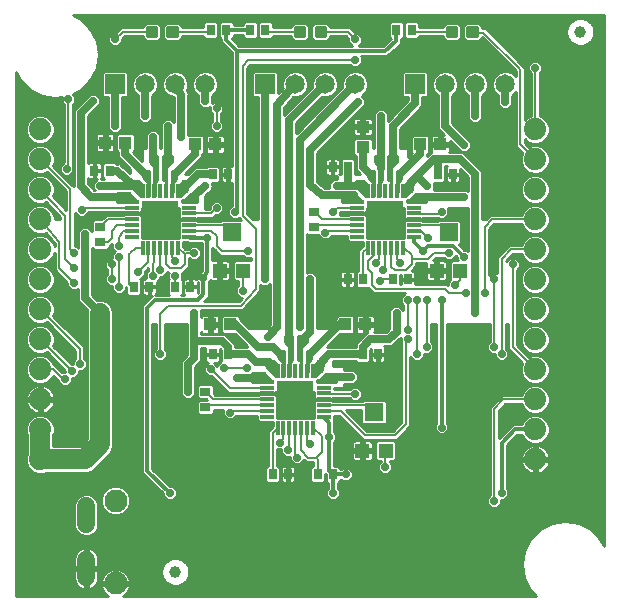
<source format=gtl>
G75*
%MOIN*%
%OFA0B0*%
%FSLAX24Y24*%
%IPPOS*%
%LPD*%
%AMOC8*
5,1,8,0,0,1.08239X$1,22.5*
%
%ADD10R,0.0453X0.0118*%
%ADD11R,0.0118X0.0453*%
%ADD12R,0.1240X0.1240*%
%ADD13R,0.0472X0.0472*%
%ADD14R,0.0630X0.0591*%
%ADD15R,0.0394X0.0433*%
%ADD16R,0.0276X0.0354*%
%ADD17R,0.0354X0.0276*%
%ADD18R,0.0650X0.0650*%
%ADD19C,0.0650*%
%ADD20R,0.0433X0.0394*%
%ADD21C,0.0740*%
%ADD22C,0.0118*%
%ADD23C,0.0591*%
%ADD24C,0.0768*%
%ADD25C,0.0394*%
%ADD26C,0.0100*%
%ADD27OC8,0.0240*%
%ADD28C,0.0080*%
%ADD29C,0.0660*%
%ADD30OC8,0.0340*%
%ADD31C,0.0250*%
%ADD32C,0.0120*%
D10*
X010815Y006409D03*
X010815Y006606D03*
X010815Y006803D03*
X010815Y007000D03*
X010815Y007197D03*
X010815Y007394D03*
X010815Y007591D03*
X012705Y007591D03*
X012705Y007394D03*
X012705Y007197D03*
X012705Y007000D03*
X012705Y006803D03*
X012705Y006606D03*
X012705Y006409D03*
X013815Y012409D03*
X013815Y012606D03*
X013815Y012803D03*
X013815Y013000D03*
X013815Y013197D03*
X013815Y013394D03*
X013815Y013591D03*
X015705Y013591D03*
X015705Y013394D03*
X015705Y013197D03*
X015705Y013000D03*
X015705Y012803D03*
X015705Y012606D03*
X015705Y012409D03*
X008205Y012409D03*
X008205Y012606D03*
X008205Y012803D03*
X008205Y013000D03*
X008205Y013197D03*
X008205Y013394D03*
X008205Y013591D03*
X006315Y013591D03*
X006315Y013394D03*
X006315Y013197D03*
X006315Y013000D03*
X006315Y012803D03*
X006315Y012606D03*
X006315Y012409D03*
D11*
X006670Y012055D03*
X006867Y012055D03*
X007064Y012055D03*
X007260Y012055D03*
X007457Y012055D03*
X007654Y012055D03*
X007851Y012055D03*
X007851Y013945D03*
X007654Y013945D03*
X007457Y013945D03*
X007260Y013945D03*
X007064Y013945D03*
X006867Y013945D03*
X006670Y013945D03*
X011170Y007945D03*
X011367Y007945D03*
X011564Y007945D03*
X011760Y007945D03*
X011957Y007945D03*
X012154Y007945D03*
X012351Y007945D03*
X012351Y006055D03*
X012154Y006055D03*
X011957Y006055D03*
X011760Y006055D03*
X011564Y006055D03*
X011367Y006055D03*
X011170Y006055D03*
X014170Y012055D03*
X014367Y012055D03*
X014564Y012055D03*
X014760Y012055D03*
X014957Y012055D03*
X015154Y012055D03*
X015351Y012055D03*
X015351Y013945D03*
X015154Y013945D03*
X014957Y013945D03*
X014760Y013945D03*
X014564Y013945D03*
X014367Y013945D03*
X014170Y013945D03*
D12*
X014760Y013000D03*
X011760Y007000D03*
X007260Y013000D03*
D13*
X009242Y011291D03*
X010029Y011291D03*
X013992Y005291D03*
X014779Y005291D03*
X016476Y011291D03*
X017263Y011291D03*
D14*
X016870Y012571D03*
X014385Y006571D03*
X009635Y012571D03*
D15*
X009095Y015500D03*
X008426Y015500D03*
X006095Y015563D03*
X005426Y015563D03*
X008926Y009500D03*
X009595Y009500D03*
X013426Y009500D03*
X014095Y009500D03*
X015926Y015500D03*
X016595Y015500D03*
D16*
X016504Y014500D03*
X017016Y014500D03*
X013516Y014750D03*
X013004Y014750D03*
X009516Y014500D03*
X009004Y014500D03*
X005579Y014625D03*
X005067Y014625D03*
X006379Y010750D03*
X006891Y010750D03*
X007754Y010750D03*
X008266Y010750D03*
X009004Y008500D03*
X009516Y008500D03*
X011004Y004500D03*
X011516Y004500D03*
X012504Y004500D03*
X013016Y004500D03*
X014004Y008500D03*
X014516Y008500D03*
X015004Y011000D03*
X015516Y011000D03*
X014016Y011000D03*
X013504Y011000D03*
X015129Y019313D03*
X015641Y019313D03*
X010766Y019313D03*
X010254Y019313D03*
X009454Y019313D03*
X008942Y019313D03*
D17*
X012385Y013256D03*
X012385Y012744D03*
X008760Y007256D03*
X008760Y006744D03*
X005260Y012244D03*
X005260Y012756D03*
D18*
X005760Y017500D03*
X010760Y017500D03*
X015760Y017500D03*
D19*
X016760Y017500D03*
X017760Y017500D03*
X018760Y017500D03*
X013760Y017500D03*
X012760Y017500D03*
X011760Y017500D03*
X008760Y017500D03*
X007760Y017500D03*
X006760Y017500D03*
D20*
X014010Y016085D03*
X014010Y015415D03*
D21*
X019760Y015000D03*
X019760Y014000D03*
X019760Y013000D03*
X019760Y012000D03*
X019760Y011000D03*
X019760Y010000D03*
X019760Y009000D03*
X019760Y008000D03*
X019760Y007000D03*
X019760Y006000D03*
X019760Y005000D03*
X019760Y016000D03*
X003260Y016000D03*
X003260Y015000D03*
X003260Y014000D03*
X003260Y013000D03*
X003260Y012000D03*
X003260Y011000D03*
X003260Y010000D03*
X003260Y009000D03*
X003260Y008000D03*
X003260Y007000D03*
X003260Y006000D03*
X003260Y005000D03*
D22*
X007116Y019112D02*
X007116Y019388D01*
X007116Y019112D02*
X006840Y019112D01*
X006840Y019388D01*
X007116Y019388D01*
X007116Y019229D02*
X006840Y019229D01*
X006840Y019346D02*
X007116Y019346D01*
X007806Y019388D02*
X007806Y019112D01*
X007530Y019112D01*
X007530Y019388D01*
X007806Y019388D01*
X007806Y019229D02*
X007530Y019229D01*
X007530Y019346D02*
X007806Y019346D01*
X011777Y019388D02*
X011777Y019112D01*
X011777Y019388D02*
X012053Y019388D01*
X012053Y019112D01*
X011777Y019112D01*
X011777Y019229D02*
X012053Y019229D01*
X012053Y019346D02*
X011777Y019346D01*
X012468Y019388D02*
X012468Y019112D01*
X012468Y019388D02*
X012744Y019388D01*
X012744Y019112D01*
X012468Y019112D01*
X012468Y019229D02*
X012744Y019229D01*
X012744Y019346D02*
X012468Y019346D01*
X016840Y019388D02*
X016840Y019112D01*
X016840Y019388D02*
X017116Y019388D01*
X017116Y019112D01*
X016840Y019112D01*
X016840Y019229D02*
X017116Y019229D01*
X017116Y019346D02*
X016840Y019346D01*
X017530Y019388D02*
X017530Y019112D01*
X017530Y019388D02*
X017806Y019388D01*
X017806Y019112D01*
X017530Y019112D01*
X017530Y019229D02*
X017806Y019229D01*
X017806Y019346D02*
X017530Y019346D01*
D23*
X004790Y003431D02*
X004790Y002841D01*
X004790Y001659D02*
X004790Y001069D01*
D24*
X005771Y000870D03*
X005771Y003630D03*
D25*
X007760Y001250D03*
X021260Y019250D03*
D26*
X002460Y009500D02*
X002460Y000450D01*
X005509Y000450D01*
X005449Y000493D01*
X005394Y000548D01*
X005348Y000611D01*
X005313Y000681D01*
X005289Y000754D01*
X005279Y000820D01*
X005721Y000820D01*
X005721Y000920D01*
X005721Y001362D01*
X005655Y001352D01*
X005581Y001328D01*
X005512Y001292D01*
X005449Y001247D01*
X005394Y001192D01*
X005348Y001129D01*
X005313Y001060D01*
X005289Y000986D01*
X005279Y000920D01*
X005721Y000920D01*
X005821Y000920D01*
X006263Y000920D01*
X006252Y000986D01*
X006228Y001060D01*
X006193Y001129D01*
X006147Y001192D01*
X006092Y001247D01*
X006030Y001292D01*
X005960Y001328D01*
X005886Y001352D01*
X005821Y001362D01*
X005821Y000920D01*
X005821Y000820D01*
X006263Y000820D01*
X006252Y000754D01*
X006228Y000681D01*
X006193Y000611D01*
X006147Y000548D01*
X006092Y000493D01*
X006033Y000450D01*
X019785Y000450D01*
X019587Y000648D01*
X019587Y000648D01*
X019381Y001052D01*
X019381Y001052D01*
X019310Y001500D01*
X019310Y001500D01*
X019381Y001948D01*
X019381Y001948D01*
X019587Y002352D01*
X019587Y002352D01*
X019908Y002673D01*
X019908Y002673D01*
X020312Y002879D01*
X020760Y002950D01*
X021208Y002879D01*
X021208Y002879D01*
X021613Y002673D01*
X021613Y002673D01*
X021933Y002352D01*
X021933Y002352D01*
X021933Y002352D01*
X022060Y002103D01*
X022060Y009500D01*
X019160Y009500D01*
X019160Y008812D01*
X019543Y008430D01*
X019665Y008480D01*
X019856Y008480D01*
X020032Y008407D01*
X020167Y008272D01*
X020240Y008095D01*
X020240Y007905D01*
X020167Y007728D01*
X020032Y007593D01*
X019856Y007520D01*
X019665Y007520D01*
X019488Y007593D01*
X019353Y007728D01*
X019280Y007905D01*
X019280Y008095D01*
X019331Y008217D01*
X018860Y008688D01*
X018860Y009500D01*
X018785Y009500D01*
X018785Y008675D01*
X018865Y008595D01*
X018865Y008405D01*
X018731Y008270D01*
X018540Y008270D01*
X018405Y008405D01*
X018405Y008520D01*
X018290Y008520D01*
X018155Y008655D01*
X018155Y008845D01*
X018235Y008925D01*
X018235Y009500D01*
X016805Y009500D01*
X016805Y006218D01*
X016865Y006158D01*
X016865Y005967D01*
X016731Y005833D01*
X016540Y005833D01*
X016405Y005967D01*
X016405Y006158D01*
X016465Y006218D01*
X016465Y009500D01*
X016285Y009500D01*
X016285Y008925D01*
X016365Y008845D01*
X016365Y008655D01*
X016231Y008520D01*
X016053Y008520D01*
X016053Y008405D01*
X015918Y008270D01*
X015728Y008270D01*
X015598Y008400D01*
X015598Y006125D01*
X015510Y006038D01*
X015135Y005663D01*
X014011Y005663D01*
X013923Y005750D01*
X013217Y006456D01*
X013042Y006456D01*
X013042Y006313D01*
X013061Y006294D01*
X013061Y006074D01*
X013063Y006072D01*
X013061Y006004D01*
X013061Y005935D01*
X013060Y005934D01*
X013059Y005902D01*
X013115Y005845D01*
X013115Y005655D01*
X013056Y005596D01*
X013060Y004787D01*
X013200Y004787D01*
X013264Y004723D01*
X013264Y004670D01*
X013293Y004670D01*
X013353Y004730D01*
X013543Y004730D01*
X013678Y004595D01*
X013678Y004405D01*
X013543Y004270D01*
X013353Y004270D01*
X013293Y004330D01*
X013264Y004330D01*
X013264Y004277D01*
X013200Y004213D01*
X013180Y004213D01*
X013180Y004030D01*
X013240Y003970D01*
X013240Y003780D01*
X013106Y003645D01*
X012915Y003645D01*
X012780Y003780D01*
X012780Y003970D01*
X012840Y004030D01*
X012840Y004213D01*
X012833Y004213D01*
X012768Y004277D01*
X012768Y004501D01*
X012752Y004517D01*
X012752Y004277D01*
X012688Y004213D01*
X012321Y004213D01*
X012257Y004277D01*
X012257Y004723D01*
X012321Y004787D01*
X012354Y004787D01*
X012354Y004913D01*
X012136Y004913D01*
X012053Y004995D01*
X012053Y004967D01*
X011918Y004833D01*
X011728Y004833D01*
X011593Y004967D01*
X011593Y005083D01*
X011415Y005083D01*
X011280Y005217D01*
X011280Y005333D01*
X011165Y005333D01*
X011154Y005343D01*
X011154Y004787D01*
X011188Y004787D01*
X011252Y004723D01*
X011252Y004277D01*
X011188Y004213D01*
X010821Y004213D01*
X010757Y004277D01*
X010757Y004723D01*
X010821Y004787D01*
X010854Y004787D01*
X010854Y005952D01*
X011001Y006098D01*
X011001Y006240D01*
X010544Y006240D01*
X010479Y006305D01*
X010479Y006456D01*
X009792Y006456D01*
X009668Y006333D01*
X009478Y006333D01*
X009343Y006467D01*
X009343Y006653D01*
X009048Y006653D01*
X009048Y006561D01*
X008983Y006496D01*
X008538Y006496D01*
X008473Y006561D01*
X008473Y006927D01*
X008538Y006992D01*
X008812Y006992D01*
X008796Y007008D01*
X008538Y007008D01*
X008473Y007073D01*
X008473Y007439D01*
X008538Y007504D01*
X008983Y007504D01*
X009048Y007439D01*
X009048Y007181D01*
X009078Y007150D01*
X010479Y007150D01*
X010479Y007197D01*
X010815Y007197D01*
X010815Y007197D01*
X010479Y007197D01*
X010479Y007225D01*
X009511Y007225D01*
X008966Y007770D01*
X008853Y007770D01*
X008718Y007905D01*
X008718Y008095D01*
X008839Y008216D01*
X008824Y008220D01*
X008799Y008235D01*
X008779Y008255D01*
X008764Y008280D01*
X008757Y008308D01*
X008757Y008481D01*
X008986Y008481D01*
X008986Y008519D01*
X008757Y008519D01*
X008757Y008692D01*
X008760Y008703D01*
X008620Y008703D01*
X008620Y008278D01*
X008483Y008140D01*
X008483Y008140D01*
X008433Y008090D01*
X008433Y007153D01*
X008295Y007015D01*
X008101Y007015D01*
X007963Y007153D01*
X007963Y008285D01*
X008150Y008472D01*
X008150Y009500D01*
X007410Y009500D01*
X007410Y008675D01*
X007490Y008595D01*
X007490Y008405D01*
X007356Y008270D01*
X007165Y008270D01*
X007030Y008405D01*
X007030Y008595D01*
X007110Y008675D01*
X007110Y009500D01*
X006993Y009500D01*
X006993Y004695D01*
X007583Y004105D01*
X007668Y004105D01*
X007803Y003970D01*
X007803Y003780D01*
X007668Y003645D01*
X007478Y003645D01*
X007343Y003780D01*
X007343Y003865D01*
X006653Y004555D01*
X006653Y009500D01*
X005700Y009500D01*
X005700Y005412D01*
X005633Y005251D01*
X005510Y005127D01*
X005010Y004627D01*
X004848Y004560D01*
X003452Y004560D01*
X003356Y004520D01*
X003165Y004520D01*
X002988Y004593D01*
X002853Y004728D01*
X002780Y004905D01*
X002780Y005095D01*
X002820Y005192D01*
X002820Y005808D01*
X002780Y005905D01*
X002780Y006095D01*
X002853Y006272D01*
X002988Y006407D01*
X003165Y006480D01*
X003356Y006480D01*
X003532Y006407D01*
X003667Y006272D01*
X003740Y006095D01*
X003740Y005905D01*
X003700Y005808D01*
X003700Y005440D01*
X004578Y005440D01*
X004820Y005682D01*
X004820Y009500D01*
X003972Y009500D01*
X004635Y008837D01*
X004723Y008750D01*
X004723Y008363D01*
X004803Y008283D01*
X004803Y008092D01*
X004668Y007958D01*
X004553Y007958D01*
X004553Y007842D01*
X004418Y007708D01*
X004303Y007708D01*
X004303Y007592D01*
X004168Y007458D01*
X003978Y007458D01*
X003843Y007592D01*
X003843Y007643D01*
X003694Y007792D01*
X003667Y007728D01*
X003532Y007593D01*
X003356Y007520D01*
X003165Y007520D01*
X002988Y007593D01*
X002853Y007728D01*
X002780Y007905D01*
X002780Y008095D01*
X002853Y008272D01*
X002988Y008407D01*
X003165Y008480D01*
X003356Y008480D01*
X003532Y008407D01*
X003667Y008272D01*
X003718Y008150D01*
X003760Y008150D01*
X003992Y007917D01*
X004093Y007917D01*
X004093Y007955D01*
X003478Y008570D01*
X003356Y008520D01*
X003165Y008520D01*
X002988Y008593D01*
X002853Y008728D01*
X002780Y008905D01*
X002780Y009095D01*
X002853Y009272D01*
X002988Y009407D01*
X003165Y009480D01*
X003356Y009480D01*
X003532Y009407D01*
X003667Y009272D01*
X003740Y009095D01*
X003740Y008905D01*
X003690Y008783D01*
X004305Y008167D01*
X004343Y008167D01*
X004343Y008283D01*
X004423Y008363D01*
X004423Y008625D01*
X003548Y009500D01*
X002460Y009500D01*
X002460Y009509D02*
X003539Y009509D01*
X003478Y009570D02*
X003673Y009375D01*
X003564Y009375D01*
X003532Y009407D01*
X003356Y009480D01*
X003165Y009480D01*
X002988Y009407D01*
X002957Y009375D01*
X002460Y009375D01*
X002460Y013375D01*
X002957Y013375D01*
X002853Y013272D01*
X002780Y013095D01*
X002780Y013000D01*
X002460Y013000D01*
X002460Y017897D01*
X002587Y017648D01*
X002908Y017327D01*
X002908Y017327D01*
X003312Y017121D01*
X003312Y017121D01*
X003760Y017050D01*
X003760Y017050D01*
X003968Y017083D01*
X003968Y016905D01*
X004048Y016825D01*
X004048Y014917D01*
X004040Y014917D01*
X003905Y014783D01*
X003905Y014592D01*
X004040Y014458D01*
X004231Y014458D01*
X004365Y014592D01*
X004365Y014783D01*
X004348Y014800D01*
X004348Y016825D01*
X004428Y016905D01*
X004428Y017095D01*
X004337Y017186D01*
X004613Y017327D01*
X004933Y017648D01*
X005139Y018052D01*
X005210Y018500D01*
X005139Y018948D01*
X004933Y019352D01*
X004933Y019352D01*
X004613Y019673D01*
X004613Y019673D01*
X004364Y019800D01*
X022060Y019800D01*
X022060Y013000D01*
X020240Y013000D01*
X020240Y013095D01*
X020167Y013272D01*
X020032Y013407D01*
X019856Y013480D01*
X019665Y013480D01*
X019488Y013407D01*
X019353Y013272D01*
X019303Y013150D01*
X018261Y013150D01*
X018111Y013000D01*
X017995Y013000D01*
X017995Y014597D01*
X017495Y015097D01*
X017358Y015235D01*
X016891Y015235D01*
X016894Y015241D01*
X016902Y015269D01*
X016902Y015452D01*
X016643Y015452D01*
X016643Y015548D01*
X016547Y015548D01*
X016547Y015452D01*
X016288Y015452D01*
X016288Y015269D01*
X016296Y015241D01*
X016299Y015235D01*
X016288Y015235D01*
X016161Y015108D01*
X016161Y015173D01*
X016168Y015173D01*
X016233Y015238D01*
X016233Y015762D01*
X016168Y015827D01*
X015683Y015827D01*
X015619Y015762D01*
X015619Y015238D01*
X015642Y015214D01*
X015510Y015082D01*
X015510Y015375D01*
X015245Y015375D01*
X015245Y016028D01*
X015995Y016778D01*
X015995Y017065D01*
X016131Y017065D01*
X016195Y017130D01*
X016195Y017870D01*
X016131Y017935D01*
X015390Y017935D01*
X015326Y017870D01*
X015326Y017130D01*
X015390Y017065D01*
X015525Y017065D01*
X015525Y016972D01*
X014913Y016360D01*
X014845Y016292D01*
X014845Y016547D01*
X014708Y016685D01*
X014513Y016685D01*
X014375Y016547D01*
X014375Y015375D01*
X014337Y015375D01*
X014337Y015658D01*
X014272Y015722D01*
X013748Y015722D01*
X013684Y015658D01*
X013684Y015173D01*
X013748Y015109D01*
X013775Y015109D01*
X013775Y014653D01*
X013928Y014500D01*
X013751Y014500D01*
X013751Y014514D01*
X013764Y014527D01*
X013764Y014973D01*
X013700Y015037D01*
X013333Y015037D01*
X013268Y014973D01*
X013268Y014527D01*
X013281Y014514D01*
X013281Y014500D01*
X013225Y014500D01*
X013230Y014505D01*
X013245Y014530D01*
X013252Y014558D01*
X013252Y014731D01*
X013023Y014731D01*
X013023Y014463D01*
X013135Y014463D01*
X013135Y014360D01*
X013054Y014362D01*
X013052Y014360D01*
X013038Y014360D01*
X012900Y014222D01*
X012900Y014035D01*
X012749Y014035D01*
X012495Y014257D01*
X012495Y015203D01*
X014095Y016803D01*
X014095Y016997D01*
X013975Y017118D01*
X014007Y017131D01*
X014129Y017254D01*
X014195Y017414D01*
X014195Y017586D01*
X015326Y017586D01*
X015326Y017488D02*
X014195Y017488D01*
X014195Y017586D02*
X014129Y017746D01*
X014007Y017869D01*
X013847Y017935D01*
X013674Y017935D01*
X013514Y017869D01*
X013392Y017746D01*
X013326Y017586D01*
X013195Y017586D01*
X013129Y017746D01*
X013007Y017869D01*
X012847Y017935D01*
X012674Y017935D01*
X012514Y017869D01*
X012392Y017746D01*
X012326Y017586D01*
X012195Y017586D01*
X012129Y017746D01*
X012007Y017869D01*
X011847Y017935D01*
X011674Y017935D01*
X011514Y017869D01*
X011392Y017746D01*
X011326Y017586D01*
X011195Y017586D01*
X011195Y017488D02*
X011326Y017488D01*
X011326Y017414D02*
X011326Y017586D01*
X011366Y017685D02*
X011195Y017685D01*
X011195Y017783D02*
X011428Y017783D01*
X011545Y017882D02*
X011184Y017882D01*
X011195Y017870D02*
X011131Y017935D01*
X010390Y017935D01*
X010326Y017870D01*
X010326Y017130D01*
X010390Y017065D01*
X010525Y017065D01*
X010525Y013000D01*
X010347Y013000D01*
X010160Y013187D01*
X010160Y018063D01*
X010260Y018163D01*
X013585Y018163D01*
X013665Y018083D01*
X013856Y018083D01*
X013990Y018217D01*
X013990Y018408D01*
X013943Y018455D01*
X014753Y018455D01*
X014815Y018449D01*
X014822Y018455D01*
X014831Y018455D01*
X014875Y018499D01*
X015191Y018762D01*
X015200Y018762D01*
X015244Y018806D01*
X015292Y018846D01*
X015293Y018855D01*
X015299Y018861D01*
X015299Y018924D01*
X015305Y018986D01*
X015299Y018993D01*
X015299Y019025D01*
X015313Y019025D01*
X015377Y019090D01*
X015377Y019535D01*
X015313Y019600D01*
X014946Y019600D01*
X014882Y019535D01*
X014882Y019090D01*
X014946Y019025D01*
X014959Y019025D01*
X014959Y019011D01*
X014699Y018795D01*
X013881Y018795D01*
X013990Y018905D01*
X013990Y019095D01*
X013856Y019230D01*
X013742Y019230D01*
X013572Y019400D01*
X012912Y019400D01*
X012912Y019458D01*
X012813Y019557D01*
X012398Y019557D01*
X012299Y019458D01*
X012299Y019042D01*
X012398Y018943D01*
X012813Y018943D01*
X012912Y019042D01*
X012912Y019100D01*
X013448Y019100D01*
X013530Y019018D01*
X013530Y018905D01*
X013640Y018795D01*
X009893Y018795D01*
X009650Y019038D01*
X009702Y019090D01*
X009702Y019143D01*
X010007Y019143D01*
X010007Y019090D01*
X010071Y019025D01*
X010438Y019025D01*
X010502Y019090D01*
X010502Y019535D01*
X010438Y019600D01*
X010071Y019600D01*
X010007Y019535D01*
X010007Y019482D01*
X009702Y019482D01*
X009702Y019535D01*
X009637Y019600D01*
X009270Y019600D01*
X009206Y019535D01*
X009206Y019090D01*
X009270Y019025D01*
X009284Y019025D01*
X009284Y018924D01*
X009653Y018555D01*
X009653Y014787D01*
X009535Y014787D01*
X009535Y014519D01*
X009497Y014519D01*
X009497Y014481D01*
X009268Y014481D01*
X009268Y014308D01*
X009276Y014280D01*
X009290Y014255D01*
X009311Y014235D01*
X009336Y014220D01*
X009364Y014213D01*
X009497Y014213D01*
X009497Y014481D01*
X009535Y014481D01*
X009535Y014213D01*
X009653Y014213D01*
X009653Y013468D01*
X009530Y013345D01*
X009530Y013155D01*
X009665Y013020D01*
X009856Y013020D01*
X009879Y013044D01*
X009923Y013000D01*
X008760Y013000D01*
X008760Y013047D01*
X009019Y013047D01*
X009107Y013135D01*
X009117Y013145D01*
X009231Y013145D01*
X009365Y013280D01*
X009365Y013470D01*
X009231Y013605D01*
X009040Y013605D01*
X008905Y013470D01*
X008905Y013357D01*
X008895Y013347D01*
X008760Y013347D01*
X008760Y013790D01*
X008853Y013870D01*
X008856Y013870D01*
X008871Y013885D01*
X008987Y013985D01*
X008989Y014003D01*
X008990Y014005D01*
X008990Y014026D01*
X009002Y014179D01*
X008990Y014193D01*
X008990Y014195D01*
X008975Y014210D01*
X008973Y014213D01*
X009188Y014213D01*
X009252Y014277D01*
X009252Y014723D01*
X009188Y014787D01*
X008821Y014787D01*
X008769Y014735D01*
X008413Y014735D01*
X008178Y014500D01*
X008093Y014500D01*
X008661Y015068D01*
X008661Y015173D01*
X008668Y015173D01*
X008733Y015238D01*
X008733Y015762D01*
X008668Y015827D01*
X008195Y015827D01*
X008195Y017119D01*
X008213Y017182D01*
X008195Y017212D01*
X008195Y017247D01*
X008149Y017294D01*
X008147Y017297D01*
X008195Y017414D01*
X008195Y017586D01*
X008326Y017586D01*
X008326Y017414D01*
X008392Y017254D01*
X008514Y017131D01*
X008525Y017127D01*
X008525Y016853D01*
X008663Y016715D01*
X008858Y016715D01*
X008905Y016763D01*
X008905Y016605D01*
X008985Y016525D01*
X008985Y016275D01*
X008905Y016195D01*
X008905Y016005D01*
X009040Y015870D01*
X009231Y015870D01*
X009365Y016005D01*
X009365Y016195D01*
X009285Y016275D01*
X009285Y016525D01*
X009365Y016605D01*
X009365Y016795D01*
X009231Y016930D01*
X009040Y016930D01*
X008995Y016885D01*
X008995Y017127D01*
X009007Y017131D01*
X009129Y017254D01*
X009195Y017414D01*
X009195Y017586D01*
X009653Y017586D01*
X009653Y017488D02*
X009195Y017488D01*
X009195Y017586D02*
X009129Y017746D01*
X009007Y017869D01*
X008847Y017935D01*
X008674Y017935D01*
X008514Y017869D01*
X008392Y017746D01*
X008326Y017586D01*
X008326Y017488D02*
X008195Y017488D01*
X008195Y017586D02*
X008129Y017746D01*
X008007Y017869D01*
X007847Y017935D01*
X007674Y017935D01*
X007514Y017869D01*
X007392Y017746D01*
X007326Y017586D01*
X007195Y017586D01*
X007129Y017746D01*
X007007Y017869D01*
X006847Y017935D01*
X006674Y017935D01*
X006514Y017869D01*
X006392Y017746D01*
X006326Y017586D01*
X006195Y017586D01*
X006195Y017488D02*
X006326Y017488D01*
X006326Y017414D02*
X006326Y017586D01*
X006366Y017685D02*
X006195Y017685D01*
X006195Y017783D02*
X006428Y017783D01*
X006545Y017882D02*
X006184Y017882D01*
X006195Y017870D02*
X006131Y017935D01*
X005390Y017935D01*
X005326Y017870D01*
X005326Y017130D01*
X005390Y017065D01*
X005525Y017065D01*
X005525Y016028D01*
X005663Y015890D01*
X005858Y015890D01*
X005995Y016028D01*
X005995Y017065D01*
X006131Y017065D01*
X006195Y017130D01*
X006195Y017870D01*
X006326Y017414D02*
X006392Y017254D01*
X006514Y017131D01*
X006525Y017127D01*
X006525Y016353D01*
X006663Y016215D01*
X006858Y016215D01*
X006995Y016353D01*
X006995Y017127D01*
X007007Y017131D01*
X007129Y017254D01*
X007195Y017414D01*
X007195Y017586D01*
X007195Y017488D02*
X007326Y017488D01*
X007326Y017414D02*
X007326Y017586D01*
X007366Y017685D02*
X007155Y017685D01*
X007092Y017783D02*
X007428Y017783D01*
X007545Y017882D02*
X006975Y017882D01*
X007185Y017389D02*
X007336Y017389D01*
X007326Y017414D02*
X007392Y017254D01*
X007514Y017131D01*
X007674Y017065D01*
X007725Y017065D01*
X007725Y016242D01*
X007608Y016360D01*
X007413Y016360D01*
X007275Y016222D01*
X007275Y015375D01*
X007245Y015375D01*
X007245Y015847D01*
X007108Y015985D01*
X006913Y015985D01*
X006775Y015847D01*
X006775Y015375D01*
X006635Y015375D01*
X006635Y014957D01*
X006347Y015246D01*
X006402Y015300D01*
X006402Y015825D01*
X006337Y015889D01*
X005853Y015889D01*
X005788Y015825D01*
X005788Y015300D01*
X005853Y015236D01*
X005860Y015236D01*
X005860Y015068D01*
X006260Y014668D01*
X006260Y014551D01*
X005984Y014796D01*
X005920Y014860D01*
X005912Y014860D01*
X005906Y014865D01*
X005816Y014860D01*
X005814Y014860D01*
X005762Y014912D01*
X005395Y014912D01*
X005331Y014848D01*
X005331Y014402D01*
X005373Y014360D01*
X005272Y014360D01*
X005293Y014380D01*
X005307Y014405D01*
X005315Y014433D01*
X005315Y014606D01*
X005086Y014606D01*
X005086Y014644D01*
X005315Y014644D01*
X005315Y014817D01*
X005307Y014845D01*
X005293Y014870D01*
X005272Y014890D01*
X005247Y014905D01*
X005219Y014912D01*
X005086Y014912D01*
X005086Y014644D01*
X005048Y014644D01*
X005048Y014912D01*
X004915Y014912D01*
X004887Y014905D01*
X004862Y014890D01*
X004845Y014874D01*
X004845Y016453D01*
X005245Y016853D01*
X005245Y017047D01*
X005108Y017185D01*
X004913Y017185D01*
X004375Y016647D01*
X004375Y014097D01*
X004322Y014150D01*
X003690Y014783D01*
X003740Y014905D01*
X003740Y015095D01*
X003667Y015272D01*
X003532Y015407D01*
X003356Y015480D01*
X003165Y015480D01*
X002988Y015407D01*
X002853Y015272D01*
X002780Y015095D01*
X002780Y014905D01*
X002853Y014728D01*
X002988Y014593D01*
X003165Y014520D01*
X003356Y014520D01*
X003478Y014570D01*
X004110Y013938D01*
X004110Y013305D01*
X003683Y013766D01*
X003740Y013905D01*
X003740Y014095D01*
X003667Y014272D01*
X003532Y014407D01*
X003356Y014480D01*
X003165Y014480D01*
X002988Y014407D01*
X002853Y014272D01*
X002780Y014095D01*
X002780Y013905D01*
X002853Y013728D01*
X002988Y013593D01*
X003165Y013520D01*
X003356Y013520D01*
X003461Y013564D01*
X003923Y013066D01*
X003923Y013000D01*
X003740Y013000D01*
X003740Y013095D01*
X003667Y013272D01*
X003532Y013407D01*
X003356Y013480D01*
X003165Y013480D01*
X002988Y013407D01*
X002853Y013272D01*
X002780Y013095D01*
X002780Y012905D01*
X002853Y012728D01*
X002988Y012593D01*
X003165Y012520D01*
X003356Y012520D01*
X003437Y012554D01*
X003735Y012196D01*
X003735Y012108D01*
X003667Y012272D01*
X003532Y012407D01*
X003356Y012480D01*
X003165Y012480D01*
X002988Y012407D01*
X002853Y012272D01*
X002780Y012095D01*
X002780Y011905D01*
X002853Y011728D01*
X002988Y011593D01*
X003165Y011520D01*
X003356Y011520D01*
X003532Y011593D01*
X003667Y011728D01*
X003735Y011892D01*
X003735Y011313D01*
X004155Y010893D01*
X004155Y010780D01*
X004290Y010645D01*
X004481Y010645D01*
X004525Y010690D01*
X004525Y010278D01*
X004826Y009977D01*
X004820Y009963D01*
X004820Y009375D01*
X004097Y009375D01*
X003690Y009783D01*
X003740Y009905D01*
X003740Y010095D01*
X003667Y010272D01*
X003532Y010407D01*
X003356Y010480D01*
X003165Y010480D01*
X002988Y010407D01*
X002853Y010272D01*
X002780Y010095D01*
X002780Y009905D01*
X002853Y009728D01*
X002988Y009593D01*
X003165Y009520D01*
X003356Y009520D01*
X003478Y009570D01*
X003524Y009411D02*
X003638Y009411D01*
X003524Y009411D01*
X003627Y009312D02*
X003736Y009312D01*
X003691Y009214D02*
X003835Y009214D01*
X003933Y009115D02*
X003732Y009115D01*
X003740Y009017D02*
X004032Y009017D01*
X004130Y008918D02*
X003740Y008918D01*
X003705Y008820D02*
X004229Y008820D01*
X004327Y008721D02*
X003751Y008721D01*
X003850Y008623D02*
X004423Y008623D01*
X004423Y008524D02*
X003948Y008524D01*
X004047Y008426D02*
X004423Y008426D01*
X004387Y008327D02*
X004145Y008327D01*
X004244Y008229D02*
X004343Y008229D01*
X004553Y007933D02*
X004820Y007933D01*
X004820Y007835D02*
X004545Y007835D01*
X004447Y007736D02*
X004820Y007736D01*
X004820Y007638D02*
X004303Y007638D01*
X004250Y007539D02*
X004820Y007539D01*
X004820Y007441D02*
X003453Y007441D01*
X003445Y007445D02*
X003373Y007468D01*
X003310Y007478D01*
X003310Y007050D01*
X003210Y007050D01*
X003210Y006950D01*
X002782Y006950D01*
X002792Y006888D01*
X002816Y006816D01*
X002850Y006748D01*
X002894Y006687D01*
X002948Y006634D01*
X003009Y006589D01*
X003076Y006555D01*
X003148Y006532D01*
X003210Y006522D01*
X003210Y006950D01*
X003310Y006950D01*
X003310Y006522D01*
X003373Y006532D01*
X003445Y006555D01*
X003512Y006589D01*
X003573Y006634D01*
X003626Y006687D01*
X003671Y006748D01*
X003705Y006816D01*
X003729Y006888D01*
X003738Y006950D01*
X003310Y006950D01*
X003310Y007050D01*
X003738Y007050D01*
X003729Y007112D01*
X003705Y007184D01*
X003671Y007252D01*
X003626Y007313D01*
X003573Y007366D01*
X003512Y007411D01*
X003445Y007445D01*
X003402Y007539D02*
X003896Y007539D01*
X003843Y007638D02*
X003577Y007638D01*
X003671Y007736D02*
X003750Y007736D01*
X003977Y007933D02*
X004093Y007933D01*
X004017Y008032D02*
X003878Y008032D01*
X003918Y008130D02*
X003780Y008130D01*
X003820Y008229D02*
X003685Y008229D01*
X003721Y008327D02*
X003612Y008327D01*
X003623Y008426D02*
X003487Y008426D01*
X003524Y008524D02*
X003366Y008524D01*
X003155Y008524D02*
X002460Y008524D01*
X002460Y008426D02*
X003033Y008426D01*
X002909Y008327D02*
X002460Y008327D01*
X002460Y008229D02*
X002835Y008229D01*
X002795Y008130D02*
X002460Y008130D01*
X002460Y008032D02*
X002780Y008032D01*
X002780Y007933D02*
X002460Y007933D01*
X002460Y007835D02*
X002809Y007835D01*
X002850Y007736D02*
X002460Y007736D01*
X002460Y007638D02*
X002944Y007638D01*
X003119Y007539D02*
X002460Y007539D01*
X002460Y007441D02*
X003068Y007441D01*
X003076Y007445D02*
X003009Y007411D01*
X002948Y007366D01*
X002894Y007313D01*
X002850Y007252D01*
X002816Y007184D01*
X002792Y007112D01*
X002782Y007050D01*
X003210Y007050D01*
X003210Y007478D01*
X003148Y007468D01*
X003076Y007445D01*
X003210Y007441D02*
X003310Y007441D01*
X003310Y007342D02*
X003210Y007342D01*
X003210Y007244D02*
X003310Y007244D01*
X003310Y007145D02*
X003210Y007145D01*
X003210Y007047D02*
X002460Y007047D01*
X002460Y007145D02*
X002803Y007145D01*
X002846Y007244D02*
X002460Y007244D01*
X002460Y007342D02*
X002924Y007342D01*
X003310Y007047D02*
X004820Y007047D01*
X004820Y007145D02*
X003718Y007145D01*
X003675Y007244D02*
X004820Y007244D01*
X004820Y007342D02*
X003597Y007342D01*
X003738Y006948D02*
X004820Y006948D01*
X004820Y006850D02*
X003716Y006850D01*
X003672Y006751D02*
X004820Y006751D01*
X004820Y006653D02*
X003592Y006653D01*
X003441Y006554D02*
X004820Y006554D01*
X004820Y006456D02*
X003415Y006456D01*
X003310Y006554D02*
X003210Y006554D01*
X003210Y006653D02*
X003310Y006653D01*
X003310Y006751D02*
X003210Y006751D01*
X003210Y006850D02*
X003310Y006850D01*
X003310Y006948D02*
X003210Y006948D01*
X002929Y006653D02*
X002460Y006653D01*
X002460Y006751D02*
X002849Y006751D01*
X002805Y006850D02*
X002460Y006850D01*
X002460Y006948D02*
X002783Y006948D01*
X003080Y006554D02*
X002460Y006554D01*
X002460Y006456D02*
X003106Y006456D01*
X002939Y006357D02*
X002460Y006357D01*
X002460Y006259D02*
X002848Y006259D01*
X002807Y006160D02*
X002460Y006160D01*
X002460Y006062D02*
X002780Y006062D01*
X002780Y005963D02*
X002460Y005963D01*
X002460Y005865D02*
X002797Y005865D01*
X002820Y005766D02*
X002460Y005766D01*
X002460Y005668D02*
X002820Y005668D01*
X002820Y005569D02*
X002460Y005569D01*
X002460Y005471D02*
X002820Y005471D01*
X002820Y005372D02*
X002460Y005372D01*
X002460Y005274D02*
X002820Y005274D01*
X002813Y005175D02*
X002460Y005175D01*
X002460Y005077D02*
X002780Y005077D01*
X002780Y004978D02*
X002460Y004978D01*
X002460Y004880D02*
X002791Y004880D01*
X002832Y004781D02*
X002460Y004781D01*
X002460Y004683D02*
X002899Y004683D01*
X003010Y004584D02*
X002460Y004584D01*
X002460Y004486D02*
X006722Y004486D01*
X006653Y004584D02*
X004906Y004584D01*
X005065Y004683D02*
X006653Y004683D01*
X006653Y004781D02*
X005164Y004781D01*
X005262Y004880D02*
X006653Y004880D01*
X006653Y004978D02*
X005361Y004978D01*
X005459Y005077D02*
X006653Y005077D01*
X006653Y005175D02*
X005558Y005175D01*
X005643Y005274D02*
X006653Y005274D01*
X006653Y005372D02*
X005684Y005372D01*
X005700Y005471D02*
X006653Y005471D01*
X006653Y005569D02*
X005700Y005569D01*
X005700Y005668D02*
X006653Y005668D01*
X006653Y005766D02*
X005700Y005766D01*
X005700Y005865D02*
X006653Y005865D01*
X006653Y005963D02*
X005700Y005963D01*
X005700Y006062D02*
X006653Y006062D01*
X006653Y006160D02*
X005700Y006160D01*
X005700Y006259D02*
X006653Y006259D01*
X006653Y006357D02*
X005700Y006357D01*
X005700Y006456D02*
X006653Y006456D01*
X006653Y006554D02*
X005700Y006554D01*
X005700Y006653D02*
X006653Y006653D01*
X006653Y006751D02*
X005700Y006751D01*
X005700Y006850D02*
X006653Y006850D01*
X006653Y006948D02*
X005700Y006948D01*
X005700Y007047D02*
X006653Y007047D01*
X006653Y007145D02*
X005700Y007145D01*
X005700Y007244D02*
X006653Y007244D01*
X006653Y007342D02*
X005700Y007342D01*
X005700Y007441D02*
X006653Y007441D01*
X006653Y007539D02*
X005700Y007539D01*
X005700Y007638D02*
X006653Y007638D01*
X006653Y007736D02*
X005700Y007736D01*
X005700Y007835D02*
X006653Y007835D01*
X006653Y007933D02*
X005700Y007933D01*
X005700Y008032D02*
X006653Y008032D01*
X006653Y008130D02*
X005700Y008130D01*
X005700Y008229D02*
X006653Y008229D01*
X006653Y008327D02*
X005700Y008327D01*
X005700Y008426D02*
X006653Y008426D01*
X006653Y008524D02*
X005700Y008524D01*
X005700Y008623D02*
X006653Y008623D01*
X006653Y008721D02*
X005700Y008721D01*
X005700Y008820D02*
X006653Y008820D01*
X006653Y008918D02*
X005700Y008918D01*
X005700Y009017D02*
X006653Y009017D01*
X006653Y009115D02*
X005700Y009115D01*
X005700Y009214D02*
X006653Y009214D01*
X006653Y009312D02*
X005700Y009312D01*
X005700Y009375D02*
X005700Y009963D01*
X005633Y010124D01*
X005510Y010248D01*
X005348Y010315D01*
X005173Y010315D01*
X005159Y010309D01*
X004995Y010472D01*
X004995Y012039D01*
X005038Y011996D01*
X005483Y011996D01*
X005548Y012061D01*
X005548Y012094D01*
X005567Y012094D01*
X005655Y012183D01*
X005655Y012030D01*
X005748Y011937D01*
X005655Y011845D01*
X005655Y011730D01*
X005540Y011730D01*
X005405Y011595D01*
X005405Y011405D01*
X005485Y011325D01*
X005485Y011175D01*
X005405Y011095D01*
X005405Y010905D01*
X005540Y010770D01*
X005655Y010770D01*
X005655Y010655D01*
X005790Y010520D01*
X005981Y010520D01*
X006115Y010655D01*
X006115Y010752D01*
X006124Y010743D01*
X006132Y010735D01*
X006132Y010527D01*
X006196Y010463D01*
X006563Y010463D01*
X006627Y010527D01*
X006627Y010973D01*
X006580Y011020D01*
X006606Y011020D01*
X006740Y011155D01*
X006740Y011259D01*
X006860Y011371D01*
X006860Y011300D01*
X006780Y011220D01*
X006780Y011037D01*
X006739Y011037D01*
X006711Y011030D01*
X006686Y011015D01*
X006665Y010995D01*
X006651Y010970D01*
X006643Y010942D01*
X006643Y010769D01*
X006872Y010769D01*
X006872Y010731D01*
X006643Y010731D01*
X006643Y010558D01*
X006651Y010530D01*
X006665Y010505D01*
X006686Y010485D01*
X006711Y010470D01*
X006739Y010463D01*
X006872Y010463D01*
X006872Y010731D01*
X006910Y010731D01*
X006910Y010463D01*
X006983Y010463D01*
X006752Y010232D01*
X006653Y010133D01*
X006653Y009375D01*
X005700Y009375D01*
X005700Y009411D02*
X006653Y009411D01*
X005700Y009411D01*
X005700Y009509D02*
X006653Y009509D01*
X006653Y009608D02*
X005700Y009608D01*
X005700Y009706D02*
X006653Y009706D01*
X006653Y009805D02*
X005700Y009805D01*
X005700Y009903D02*
X006653Y009903D01*
X006653Y010002D02*
X005684Y010002D01*
X005643Y010100D02*
X006653Y010100D01*
X006718Y010199D02*
X005559Y010199D01*
X005391Y010297D02*
X006817Y010297D01*
X006915Y010396D02*
X005072Y010396D01*
X004995Y010494D02*
X006165Y010494D01*
X006132Y010593D02*
X006053Y010593D01*
X006115Y010691D02*
X006132Y010691D01*
X005718Y010593D02*
X004995Y010593D01*
X004995Y010691D02*
X005655Y010691D01*
X005521Y010790D02*
X004995Y010790D01*
X004995Y010888D02*
X005422Y010888D01*
X005405Y010987D02*
X004995Y010987D01*
X004995Y011085D02*
X005405Y011085D01*
X005485Y011184D02*
X004995Y011184D01*
X004995Y011282D02*
X005485Y011282D01*
X005430Y011381D02*
X004995Y011381D01*
X004995Y011479D02*
X005405Y011479D01*
X005405Y011578D02*
X004995Y011578D01*
X004995Y011676D02*
X005486Y011676D01*
X005655Y011775D02*
X004995Y011775D01*
X004995Y011873D02*
X005683Y011873D01*
X005714Y011972D02*
X004995Y011972D01*
X004525Y012060D02*
X004481Y012105D01*
X004410Y012105D01*
X004410Y013212D01*
X004540Y013083D01*
X004731Y013083D01*
X004865Y013217D01*
X004865Y013244D01*
X005979Y013244D01*
X005979Y013197D01*
X006315Y013197D01*
X006315Y013197D01*
X005979Y013197D01*
X005979Y013150D01*
X005442Y013150D01*
X005354Y013062D01*
X005296Y013004D01*
X005038Y013004D01*
X004973Y012939D01*
X004973Y012620D01*
X004858Y012735D01*
X004663Y012735D01*
X004525Y012597D01*
X004525Y012060D01*
X004525Y012070D02*
X004516Y012070D01*
X004525Y012169D02*
X004410Y012169D01*
X004410Y012267D02*
X004525Y012267D01*
X004525Y012366D02*
X004410Y012366D01*
X004410Y012464D02*
X004525Y012464D01*
X004525Y012563D02*
X004410Y012563D01*
X004410Y012661D02*
X004589Y012661D01*
X004410Y012760D02*
X004973Y012760D01*
X004973Y012858D02*
X004410Y012858D01*
X004410Y012957D02*
X004990Y012957D01*
X004802Y013154D02*
X005979Y013154D01*
X006024Y013150D02*
X005885Y013150D01*
X005885Y013244D01*
X006024Y013244D01*
X006044Y013225D01*
X006587Y013225D01*
X006652Y013289D01*
X006652Y013375D01*
X007869Y013375D01*
X007869Y013092D01*
X007933Y013028D01*
X008477Y013028D01*
X008496Y013047D01*
X008635Y013047D01*
X008635Y012953D01*
X008496Y012953D01*
X008477Y012972D01*
X007933Y012972D01*
X007869Y012908D01*
X007869Y012391D01*
X006652Y012391D01*
X006652Y013105D01*
X006587Y013169D01*
X006044Y013169D01*
X006024Y013150D01*
X006028Y013154D02*
X005885Y013154D01*
X005830Y013586D02*
X006493Y013586D01*
X006222Y013873D01*
X005830Y013873D01*
X005830Y013586D01*
X005830Y013646D02*
X006436Y013646D01*
X006343Y013745D02*
X005830Y013745D01*
X005830Y013843D02*
X006250Y013843D01*
X006418Y013978D02*
X006297Y014098D01*
X006297Y014294D01*
X006523Y014294D01*
X006674Y014144D01*
X006674Y013782D01*
X006674Y013767D01*
X006628Y013767D01*
X006418Y013978D01*
X006454Y013942D02*
X006674Y013942D01*
X006674Y014040D02*
X006356Y014040D01*
X006297Y014139D02*
X006674Y014139D01*
X006580Y014237D02*
X006297Y014237D01*
X006260Y014631D02*
X006170Y014631D01*
X006198Y014730D02*
X006059Y014730D01*
X006100Y014828D02*
X005952Y014828D01*
X006001Y014927D02*
X004845Y014927D01*
X004845Y015025D02*
X005903Y015025D01*
X005860Y015124D02*
X004845Y015124D01*
X004845Y015222D02*
X005860Y015222D01*
X005788Y015321D02*
X005730Y015321D01*
X005733Y015331D02*
X005733Y015514D01*
X005474Y015514D01*
X005474Y015236D01*
X005637Y015236D01*
X005665Y015243D01*
X005690Y015258D01*
X005711Y015278D01*
X005725Y015304D01*
X005733Y015331D01*
X005733Y015419D02*
X005788Y015419D01*
X005788Y015518D02*
X005474Y015518D01*
X005474Y015514D02*
X005474Y015611D01*
X005377Y015611D01*
X005377Y015514D01*
X005119Y015514D01*
X005119Y015331D01*
X005126Y015304D01*
X005141Y015278D01*
X005161Y015258D01*
X005186Y015243D01*
X005214Y015236D01*
X005377Y015236D01*
X005377Y015514D01*
X005474Y015514D01*
X005474Y015419D02*
X005377Y015419D01*
X005377Y015321D02*
X005474Y015321D01*
X005377Y015518D02*
X004845Y015518D01*
X004845Y015616D02*
X005119Y015616D01*
X005119Y015611D02*
X005377Y015611D01*
X005377Y015889D01*
X005214Y015889D01*
X005186Y015882D01*
X005161Y015867D01*
X005141Y015847D01*
X005126Y015821D01*
X005119Y015794D01*
X005119Y015611D01*
X005119Y015715D02*
X004845Y015715D01*
X004845Y015813D02*
X005124Y015813D01*
X005377Y015813D02*
X005474Y015813D01*
X005474Y015889D02*
X005474Y015611D01*
X005733Y015611D01*
X005733Y015794D01*
X005725Y015821D01*
X005711Y015847D01*
X005690Y015867D01*
X005665Y015882D01*
X005637Y015889D01*
X005474Y015889D01*
X005543Y016010D02*
X004845Y016010D01*
X004845Y015912D02*
X005641Y015912D01*
X005727Y015813D02*
X005788Y015813D01*
X005788Y015715D02*
X005733Y015715D01*
X005733Y015616D02*
X005788Y015616D01*
X005879Y015912D02*
X006840Y015912D01*
X006775Y015813D02*
X006402Y015813D01*
X006402Y015715D02*
X006775Y015715D01*
X006775Y015616D02*
X006402Y015616D01*
X006402Y015518D02*
X006775Y015518D01*
X006775Y015419D02*
X006402Y015419D01*
X006402Y015321D02*
X006635Y015321D01*
X006635Y015222D02*
X006371Y015222D01*
X006469Y015124D02*
X006635Y015124D01*
X006635Y015025D02*
X006568Y015025D01*
X006916Y015025D02*
X007167Y015025D01*
X007167Y014927D02*
X006916Y014927D01*
X006916Y014922D02*
X006916Y015125D01*
X007167Y015125D01*
X007167Y014344D01*
X007074Y014221D01*
X007074Y013774D01*
X007057Y013774D01*
X007057Y014781D01*
X006916Y014922D01*
X007010Y014828D02*
X007167Y014828D01*
X007167Y014730D02*
X007057Y014730D01*
X007057Y014631D02*
X007167Y014631D01*
X007167Y014533D02*
X007057Y014533D01*
X007057Y014434D02*
X007167Y014434D01*
X007160Y014336D02*
X007057Y014336D01*
X007057Y014237D02*
X007086Y014237D01*
X007074Y014139D02*
X007057Y014139D01*
X007057Y014040D02*
X007074Y014040D01*
X007074Y013942D02*
X007057Y013942D01*
X007057Y013843D02*
X007074Y013843D01*
X006870Y013843D02*
X006866Y013843D01*
X006870Y013781D02*
X006870Y014619D01*
X006698Y014620D01*
X006698Y014405D01*
X006853Y014250D01*
X006868Y013780D01*
X006870Y013781D01*
X006863Y013942D02*
X006870Y013942D01*
X006860Y014040D02*
X006870Y014040D01*
X006857Y014139D02*
X006870Y014139D01*
X006870Y014237D02*
X006853Y014237D01*
X006870Y014336D02*
X006767Y014336D01*
X006698Y014434D02*
X006870Y014434D01*
X006870Y014533D02*
X006698Y014533D01*
X006916Y015124D02*
X007167Y015124D01*
X007354Y015109D02*
X007637Y015109D01*
X007637Y014908D01*
X007463Y014734D01*
X007465Y013772D01*
X007462Y013772D01*
X007447Y014265D01*
X007354Y014313D01*
X007354Y015109D01*
X007354Y015025D02*
X007637Y015025D01*
X007637Y014927D02*
X007354Y014927D01*
X007354Y014828D02*
X007557Y014828D01*
X007463Y014730D02*
X007354Y014730D01*
X007354Y014631D02*
X007464Y014631D01*
X007464Y014533D02*
X007354Y014533D01*
X007354Y014434D02*
X007464Y014434D01*
X007464Y014336D02*
X007354Y014336D01*
X007448Y014237D02*
X007464Y014237D01*
X007451Y014139D02*
X007465Y014139D01*
X007454Y014040D02*
X007465Y014040D01*
X007457Y013942D02*
X007465Y013942D01*
X007460Y013843D02*
X007465Y013843D01*
X007644Y013928D02*
X007644Y014615D01*
X007787Y014615D01*
X007787Y014350D01*
X007677Y014240D01*
X007677Y013928D01*
X007644Y013928D01*
X007644Y013942D02*
X007677Y013942D01*
X007677Y014040D02*
X007644Y014040D01*
X007644Y014139D02*
X007677Y014139D01*
X007677Y014237D02*
X007644Y014237D01*
X007644Y014336D02*
X007773Y014336D01*
X007787Y014434D02*
X007644Y014434D01*
X007644Y014533D02*
X007787Y014533D01*
X008014Y014279D02*
X008180Y014279D01*
X008165Y013993D01*
X008120Y013948D01*
X007909Y013767D01*
X007849Y013767D01*
X007849Y014083D01*
X008014Y014279D01*
X007979Y014237D02*
X008178Y014237D01*
X008173Y014139D02*
X007895Y014139D01*
X007849Y014040D02*
X008167Y014040D01*
X008112Y013942D02*
X007849Y013942D01*
X007849Y013843D02*
X007997Y013843D01*
X008172Y013745D02*
X008477Y013745D01*
X008477Y013842D02*
X008477Y013571D01*
X007999Y013571D01*
X007999Y013632D01*
X008059Y013632D01*
X008270Y013842D01*
X008477Y013842D01*
X008477Y013646D02*
X008074Y013646D01*
X007869Y013351D02*
X006652Y013351D01*
X006615Y013252D02*
X007869Y013252D01*
X007869Y013154D02*
X006603Y013154D01*
X006652Y013055D02*
X007906Y013055D01*
X007869Y013050D02*
X007869Y013000D01*
X008205Y013000D01*
X007869Y013000D01*
X007869Y012950D01*
X007310Y012950D01*
X007310Y013050D01*
X007869Y013050D01*
X007869Y012957D02*
X007310Y012957D01*
X007869Y012858D02*
X006652Y012858D01*
X006652Y012760D02*
X007869Y012760D01*
X007869Y012661D02*
X006652Y012661D01*
X006652Y012563D02*
X007869Y012563D01*
X007869Y012464D02*
X006652Y012464D01*
X006652Y012957D02*
X007918Y012957D01*
X008205Y013000D02*
X008205Y013000D01*
X008542Y013000D01*
X008542Y012953D01*
X009252Y012953D01*
X009275Y012976D01*
X009947Y012976D01*
X009879Y013044D01*
X009856Y013020D01*
X009665Y013020D01*
X009530Y013155D01*
X009530Y013345D01*
X009560Y013375D01*
X009365Y013375D01*
X009365Y013280D01*
X009231Y013145D01*
X009117Y013145D01*
X009107Y013135D01*
X009019Y013047D01*
X008542Y013047D01*
X008542Y013000D01*
X008205Y013000D01*
X008205Y013000D01*
X008493Y012957D02*
X008635Y012957D01*
X008542Y012957D02*
X009255Y012957D01*
X009239Y013154D02*
X009532Y013154D01*
X009239Y013154D01*
X009338Y013252D02*
X009530Y013252D01*
X009338Y013252D01*
X009365Y013351D02*
X009536Y013351D01*
X009365Y013351D01*
X009365Y013449D02*
X009634Y013449D01*
X009653Y013548D02*
X009288Y013548D01*
X008983Y013548D02*
X008760Y013548D01*
X008760Y013646D02*
X009653Y013646D01*
X009653Y013745D02*
X008760Y013745D01*
X008822Y013843D02*
X009653Y013843D01*
X009653Y013942D02*
X008937Y013942D01*
X008991Y014040D02*
X009653Y014040D01*
X009653Y014139D02*
X008999Y014139D01*
X009212Y014237D02*
X009309Y014237D01*
X009268Y014336D02*
X009252Y014336D01*
X009252Y014434D02*
X009268Y014434D01*
X009268Y014519D02*
X009497Y014519D01*
X009497Y014787D01*
X009364Y014787D01*
X009336Y014780D01*
X009311Y014765D01*
X009290Y014745D01*
X009276Y014720D01*
X009268Y014692D01*
X009268Y014519D01*
X009268Y014533D02*
X009252Y014533D01*
X009252Y014631D02*
X009268Y014631D01*
X009282Y014730D02*
X009245Y014730D01*
X009497Y014730D02*
X009535Y014730D01*
X009535Y014631D02*
X009497Y014631D01*
X009497Y014533D02*
X009535Y014533D01*
X009535Y014434D02*
X009497Y014434D01*
X009497Y014336D02*
X009535Y014336D01*
X009535Y014237D02*
X009497Y014237D01*
X009653Y014828D02*
X008421Y014828D01*
X008408Y014730D02*
X008322Y014730D01*
X008309Y014631D02*
X008224Y014631D01*
X008211Y014533D02*
X008125Y014533D01*
X008519Y014927D02*
X009653Y014927D01*
X009653Y015025D02*
X008618Y015025D01*
X008661Y015124D02*
X009653Y015124D01*
X009653Y015222D02*
X009383Y015222D01*
X009380Y015216D02*
X009394Y015241D01*
X009402Y015269D01*
X009402Y015452D01*
X009143Y015452D01*
X009143Y015548D01*
X009402Y015548D01*
X009402Y015731D01*
X009394Y015759D01*
X009380Y015784D01*
X009359Y015805D01*
X009334Y015819D01*
X009306Y015827D01*
X009143Y015827D01*
X009143Y015548D01*
X009047Y015548D01*
X009047Y015452D01*
X009143Y015452D01*
X009143Y015173D01*
X009306Y015173D01*
X009334Y015181D01*
X009359Y015195D01*
X009380Y015216D01*
X009402Y015321D02*
X009653Y015321D01*
X009653Y015419D02*
X009402Y015419D01*
X009402Y015616D02*
X009653Y015616D01*
X009653Y015518D02*
X009143Y015518D01*
X009047Y015518D02*
X008733Y015518D01*
X008788Y015548D02*
X008788Y015731D01*
X008796Y015759D01*
X008810Y015784D01*
X008831Y015805D01*
X008856Y015819D01*
X008884Y015827D01*
X009047Y015827D01*
X009047Y015548D01*
X008788Y015548D01*
X008788Y015616D02*
X008733Y015616D01*
X008733Y015715D02*
X008788Y015715D01*
X008845Y015813D02*
X008682Y015813D01*
X008905Y016010D02*
X008195Y016010D01*
X008195Y015912D02*
X008999Y015912D01*
X009047Y015813D02*
X009143Y015813D01*
X009143Y015715D02*
X009047Y015715D01*
X009047Y015616D02*
X009143Y015616D01*
X009047Y015452D02*
X008788Y015452D01*
X008788Y015269D01*
X008796Y015241D01*
X008810Y015216D01*
X008831Y015195D01*
X008856Y015181D01*
X008884Y015173D01*
X009047Y015173D01*
X009047Y015452D01*
X009047Y015419D02*
X009143Y015419D01*
X009143Y015321D02*
X009047Y015321D01*
X009047Y015222D02*
X009143Y015222D01*
X008807Y015222D02*
X008717Y015222D01*
X008733Y015321D02*
X008788Y015321D01*
X008788Y015419D02*
X008733Y015419D01*
X008905Y016109D02*
X008195Y016109D01*
X008195Y016207D02*
X008917Y016207D01*
X008985Y016306D02*
X008195Y016306D01*
X008195Y016404D02*
X008985Y016404D01*
X008985Y016503D02*
X008195Y016503D01*
X008195Y016601D02*
X008909Y016601D01*
X008905Y016700D02*
X008195Y016700D01*
X008195Y016798D02*
X008580Y016798D01*
X008525Y016897D02*
X008195Y016897D01*
X008195Y016995D02*
X008525Y016995D01*
X008525Y017094D02*
X008195Y017094D01*
X008207Y017192D02*
X008453Y017192D01*
X008376Y017291D02*
X008152Y017291D01*
X008185Y017389D02*
X008336Y017389D01*
X008366Y017685D02*
X008155Y017685D01*
X008092Y017783D02*
X008428Y017783D01*
X008545Y017882D02*
X007975Y017882D01*
X007376Y017291D02*
X007144Y017291D01*
X007067Y017192D02*
X007453Y017192D01*
X007605Y017094D02*
X006995Y017094D01*
X006995Y016995D02*
X007725Y016995D01*
X007725Y016897D02*
X006995Y016897D01*
X006995Y016798D02*
X007725Y016798D01*
X007725Y016700D02*
X006995Y016700D01*
X006995Y016601D02*
X007725Y016601D01*
X007725Y016503D02*
X006995Y016503D01*
X006995Y016404D02*
X007725Y016404D01*
X007725Y016306D02*
X007662Y016306D01*
X007359Y016306D02*
X006948Y016306D01*
X007275Y016207D02*
X005995Y016207D01*
X005995Y016109D02*
X007275Y016109D01*
X007275Y016010D02*
X005978Y016010D01*
X005995Y016306D02*
X006572Y016306D01*
X006525Y016404D02*
X005995Y016404D01*
X005995Y016503D02*
X006525Y016503D01*
X006525Y016601D02*
X005995Y016601D01*
X005995Y016700D02*
X006525Y016700D01*
X006525Y016798D02*
X005995Y016798D01*
X005995Y016897D02*
X006525Y016897D01*
X006525Y016995D02*
X005995Y016995D01*
X006159Y017094D02*
X006525Y017094D01*
X006453Y017192D02*
X006195Y017192D01*
X006195Y017291D02*
X006376Y017291D01*
X006336Y017389D02*
X006195Y017389D01*
X005525Y016995D02*
X005245Y016995D01*
X005245Y016897D02*
X005525Y016897D01*
X005525Y016798D02*
X005191Y016798D01*
X005092Y016700D02*
X005525Y016700D01*
X005525Y016601D02*
X004994Y016601D01*
X004895Y016503D02*
X005525Y016503D01*
X005525Y016404D02*
X004845Y016404D01*
X004845Y016306D02*
X005525Y016306D01*
X005525Y016207D02*
X004845Y016207D01*
X004845Y016109D02*
X005525Y016109D01*
X005474Y015715D02*
X005377Y015715D01*
X005377Y015616D02*
X005474Y015616D01*
X005119Y015419D02*
X004845Y015419D01*
X004845Y015321D02*
X005122Y015321D01*
X005086Y014828D02*
X005048Y014828D01*
X005048Y014730D02*
X005086Y014730D01*
X005086Y014631D02*
X005331Y014631D01*
X005331Y014533D02*
X005315Y014533D01*
X005315Y014434D02*
X005331Y014434D01*
X005141Y014338D02*
X005025Y014222D01*
X005025Y014028D01*
X005068Y013985D01*
X005058Y013985D01*
X004845Y014197D01*
X004845Y014376D01*
X004862Y014360D01*
X004887Y014345D01*
X004915Y014338D01*
X005048Y014338D01*
X005048Y014606D01*
X005086Y014606D01*
X005086Y014338D01*
X005141Y014338D01*
X005139Y014336D02*
X004845Y014336D01*
X004845Y014237D02*
X005040Y014237D01*
X005025Y014139D02*
X004904Y014139D01*
X005003Y014040D02*
X005025Y014040D01*
X005048Y014434D02*
X005086Y014434D01*
X005086Y014533D02*
X005048Y014533D01*
X005315Y014730D02*
X005331Y014730D01*
X005331Y014828D02*
X005312Y014828D01*
X004375Y014828D02*
X004348Y014828D01*
X004348Y014927D02*
X004375Y014927D01*
X004375Y015025D02*
X004348Y015025D01*
X004348Y015124D02*
X004375Y015124D01*
X004375Y015222D02*
X004348Y015222D01*
X004348Y015321D02*
X004375Y015321D01*
X004375Y015419D02*
X004348Y015419D01*
X004348Y015518D02*
X004375Y015518D01*
X004375Y015616D02*
X004348Y015616D01*
X004348Y015715D02*
X004375Y015715D01*
X004375Y015813D02*
X004348Y015813D01*
X004348Y015912D02*
X004375Y015912D01*
X004375Y016010D02*
X004348Y016010D01*
X004348Y016109D02*
X004375Y016109D01*
X004375Y016207D02*
X004348Y016207D01*
X004348Y016306D02*
X004375Y016306D01*
X004375Y016404D02*
X004348Y016404D01*
X004348Y016503D02*
X004375Y016503D01*
X004375Y016601D02*
X004348Y016601D01*
X004348Y016700D02*
X004428Y016700D01*
X004348Y016798D02*
X004526Y016798D01*
X004625Y016897D02*
X004420Y016897D01*
X004428Y016995D02*
X004723Y016995D01*
X004822Y017094D02*
X004428Y017094D01*
X004348Y017192D02*
X005326Y017192D01*
X005326Y017291D02*
X004541Y017291D01*
X004613Y017327D02*
X004613Y017327D01*
X004613Y017327D01*
X004675Y017389D02*
X005326Y017389D01*
X005326Y017488D02*
X004773Y017488D01*
X004872Y017586D02*
X005326Y017586D01*
X005326Y017685D02*
X004952Y017685D01*
X004933Y017648D02*
X004933Y017648D01*
X005002Y017783D02*
X005326Y017783D01*
X005337Y017882D02*
X005053Y017882D01*
X005103Y017980D02*
X009653Y017980D01*
X009653Y017882D02*
X008975Y017882D01*
X009092Y017783D02*
X009653Y017783D01*
X009653Y017685D02*
X009155Y017685D01*
X009185Y017389D02*
X009653Y017389D01*
X009653Y017291D02*
X009144Y017291D01*
X009067Y017192D02*
X009653Y017192D01*
X009653Y017094D02*
X008995Y017094D01*
X008995Y016995D02*
X009653Y016995D01*
X009653Y016897D02*
X009264Y016897D01*
X009363Y016798D02*
X009653Y016798D01*
X009653Y016700D02*
X009365Y016700D01*
X009362Y016601D02*
X009653Y016601D01*
X009653Y016503D02*
X009285Y016503D01*
X009285Y016404D02*
X009653Y016404D01*
X009653Y016306D02*
X009285Y016306D01*
X009354Y016207D02*
X009653Y016207D01*
X009653Y016109D02*
X009365Y016109D01*
X009365Y016010D02*
X009653Y016010D01*
X009653Y015912D02*
X009272Y015912D01*
X009345Y015813D02*
X009653Y015813D01*
X009653Y015715D02*
X009402Y015715D01*
X010160Y015715D02*
X010525Y015715D01*
X010525Y015813D02*
X010160Y015813D01*
X010160Y015912D02*
X010525Y015912D01*
X010525Y016010D02*
X010160Y016010D01*
X010160Y016109D02*
X010525Y016109D01*
X010525Y016207D02*
X010160Y016207D01*
X010160Y016306D02*
X010525Y016306D01*
X010525Y016404D02*
X010160Y016404D01*
X010160Y016503D02*
X010525Y016503D01*
X010525Y016601D02*
X010160Y016601D01*
X010160Y016700D02*
X010525Y016700D01*
X010525Y016798D02*
X010160Y016798D01*
X010160Y016897D02*
X010525Y016897D01*
X010525Y016995D02*
X010160Y016995D01*
X010160Y017094D02*
X010362Y017094D01*
X010326Y017192D02*
X010160Y017192D01*
X010160Y017291D02*
X010326Y017291D01*
X010326Y017389D02*
X010160Y017389D01*
X010160Y017488D02*
X010326Y017488D01*
X010326Y017586D02*
X010160Y017586D01*
X010160Y017685D02*
X010326Y017685D01*
X010326Y017783D02*
X010160Y017783D01*
X010160Y017882D02*
X010337Y017882D01*
X010160Y017980D02*
X019068Y017980D01*
X019110Y017938D02*
X019110Y017765D01*
X019007Y017869D01*
X018847Y017935D01*
X018674Y017935D01*
X018514Y017869D01*
X018392Y017746D01*
X018326Y017586D01*
X018195Y017586D01*
X018129Y017746D01*
X018007Y017869D01*
X017847Y017935D01*
X017674Y017935D01*
X017514Y017869D01*
X017392Y017746D01*
X017326Y017586D01*
X017195Y017586D01*
X017129Y017746D01*
X017007Y017869D01*
X016847Y017935D01*
X016674Y017935D01*
X016514Y017869D01*
X016392Y017746D01*
X016326Y017586D01*
X016195Y017586D01*
X016195Y017488D02*
X016326Y017488D01*
X016326Y017414D02*
X016326Y017586D01*
X016366Y017685D02*
X016195Y017685D01*
X016195Y017783D02*
X016428Y017783D01*
X016545Y017882D02*
X016184Y017882D01*
X016326Y017414D02*
X016392Y017254D01*
X016514Y017131D01*
X016525Y017127D01*
X016525Y016003D01*
X016701Y015827D01*
X016643Y015827D01*
X016643Y015548D01*
X016902Y015548D01*
X016902Y015626D01*
X017288Y015240D01*
X017483Y015240D01*
X017620Y015378D01*
X017620Y015572D01*
X016995Y016197D01*
X016995Y017127D01*
X017007Y017131D01*
X017129Y017254D01*
X017195Y017414D01*
X017195Y017586D01*
X017195Y017488D02*
X017326Y017488D01*
X017326Y017414D02*
X017326Y017586D01*
X017366Y017685D02*
X017155Y017685D01*
X017092Y017783D02*
X017428Y017783D01*
X017545Y017882D02*
X016975Y017882D01*
X017185Y017389D02*
X017336Y017389D01*
X017326Y017414D02*
X017392Y017254D01*
X017514Y017131D01*
X017525Y017127D01*
X017525Y016353D01*
X017663Y016215D01*
X017858Y016215D01*
X017995Y016353D01*
X017995Y017127D01*
X018007Y017131D01*
X018129Y017254D01*
X018195Y017414D01*
X018195Y017586D01*
X018195Y017488D02*
X018326Y017488D01*
X018326Y017414D02*
X018326Y017586D01*
X018366Y017685D02*
X018155Y017685D01*
X018092Y017783D02*
X018428Y017783D01*
X018545Y017882D02*
X017975Y017882D01*
X018185Y017389D02*
X018336Y017389D01*
X018326Y017414D02*
X018392Y017254D01*
X018514Y017131D01*
X018525Y017127D01*
X018525Y016803D01*
X018663Y016665D01*
X018858Y016665D01*
X018995Y016803D01*
X018995Y017127D01*
X019007Y017131D01*
X019110Y017235D01*
X019110Y015438D01*
X019331Y015217D01*
X019280Y015095D01*
X019280Y014905D01*
X019353Y014728D01*
X019488Y014593D01*
X019665Y014520D01*
X019856Y014520D01*
X020032Y014593D01*
X020167Y014728D01*
X020240Y014905D01*
X020240Y015095D01*
X020167Y015272D01*
X020032Y015407D01*
X019856Y015480D01*
X019665Y015480D01*
X019543Y015430D01*
X019410Y015562D01*
X019410Y015671D01*
X019488Y015593D01*
X019665Y015520D01*
X019856Y015520D01*
X020032Y015593D01*
X020167Y015728D01*
X020240Y015905D01*
X020240Y016095D01*
X020167Y016272D01*
X020032Y016407D01*
X019910Y016457D01*
X019910Y017887D01*
X019990Y017967D01*
X019990Y018158D01*
X019856Y018292D01*
X019665Y018292D01*
X019530Y018158D01*
X019530Y017967D01*
X019610Y017887D01*
X019610Y016457D01*
X019488Y016407D01*
X019410Y016329D01*
X019410Y018062D01*
X019322Y018150D01*
X018141Y019332D01*
X018102Y019375D01*
X018097Y019375D01*
X018094Y019379D01*
X018036Y019379D01*
X017975Y019382D01*
X017975Y019458D01*
X017876Y019557D01*
X017460Y019557D01*
X017361Y019458D01*
X017361Y019042D01*
X017460Y018943D01*
X017876Y018943D01*
X017975Y019042D01*
X017975Y019073D01*
X019110Y017938D01*
X019110Y017882D02*
X018975Y017882D01*
X019092Y017783D02*
X019110Y017783D01*
X019410Y017783D02*
X019610Y017783D01*
X019610Y017685D02*
X019410Y017685D01*
X019410Y017586D02*
X019610Y017586D01*
X019610Y017488D02*
X019410Y017488D01*
X019410Y017389D02*
X019610Y017389D01*
X019610Y017291D02*
X019410Y017291D01*
X019410Y017192D02*
X019610Y017192D01*
X019610Y017094D02*
X019410Y017094D01*
X019410Y016995D02*
X019610Y016995D01*
X019610Y016897D02*
X019410Y016897D01*
X019410Y016798D02*
X019610Y016798D01*
X019610Y016700D02*
X019410Y016700D01*
X019410Y016601D02*
X019610Y016601D01*
X019610Y016503D02*
X019410Y016503D01*
X019410Y016404D02*
X019486Y016404D01*
X019110Y016404D02*
X017995Y016404D01*
X017995Y016503D02*
X019110Y016503D01*
X019110Y016601D02*
X017995Y016601D01*
X017995Y016700D02*
X018628Y016700D01*
X018530Y016798D02*
X017995Y016798D01*
X017995Y016897D02*
X018525Y016897D01*
X018525Y016995D02*
X017995Y016995D01*
X017995Y017094D02*
X018525Y017094D01*
X018453Y017192D02*
X018067Y017192D01*
X018144Y017291D02*
X018376Y017291D01*
X018995Y017094D02*
X019110Y017094D01*
X019110Y017192D02*
X019067Y017192D01*
X019110Y016995D02*
X018995Y016995D01*
X018995Y016897D02*
X019110Y016897D01*
X019110Y016798D02*
X018991Y016798D01*
X018892Y016700D02*
X019110Y016700D01*
X019110Y016306D02*
X017948Y016306D01*
X017572Y016306D02*
X016995Y016306D01*
X016995Y016404D02*
X017525Y016404D01*
X017525Y016503D02*
X016995Y016503D01*
X016995Y016601D02*
X017525Y016601D01*
X017525Y016700D02*
X016995Y016700D01*
X016995Y016798D02*
X017525Y016798D01*
X017525Y016897D02*
X016995Y016897D01*
X016995Y016995D02*
X017525Y016995D01*
X017525Y017094D02*
X016995Y017094D01*
X017067Y017192D02*
X017453Y017192D01*
X017376Y017291D02*
X017144Y017291D01*
X016525Y017094D02*
X016159Y017094D01*
X016195Y017192D02*
X016453Y017192D01*
X016376Y017291D02*
X016195Y017291D01*
X016195Y017389D02*
X016336Y017389D01*
X016525Y016995D02*
X015995Y016995D01*
X015995Y016897D02*
X016525Y016897D01*
X016525Y016798D02*
X015995Y016798D01*
X015917Y016700D02*
X016525Y016700D01*
X016525Y016601D02*
X015819Y016601D01*
X015720Y016503D02*
X016525Y016503D01*
X016525Y016404D02*
X015622Y016404D01*
X015523Y016306D02*
X016525Y016306D01*
X016525Y016207D02*
X015425Y016207D01*
X015326Y016109D02*
X016525Y016109D01*
X016525Y016010D02*
X015245Y016010D01*
X015245Y015912D02*
X016616Y015912D01*
X016643Y015813D02*
X016547Y015813D01*
X016547Y015827D02*
X016384Y015827D01*
X016356Y015819D01*
X016331Y015805D01*
X016310Y015784D01*
X016296Y015759D01*
X016288Y015731D01*
X016288Y015548D01*
X016547Y015548D01*
X016547Y015827D01*
X016547Y015715D02*
X016643Y015715D01*
X016643Y015616D02*
X016547Y015616D01*
X016547Y015518D02*
X016233Y015518D01*
X016233Y015616D02*
X016288Y015616D01*
X016288Y015715D02*
X016233Y015715D01*
X016182Y015813D02*
X016345Y015813D01*
X016288Y015419D02*
X016233Y015419D01*
X016233Y015321D02*
X016288Y015321D01*
X016275Y015222D02*
X016217Y015222D01*
X016177Y015124D02*
X016161Y015124D01*
X016643Y015518D02*
X017010Y015518D01*
X016912Y015616D02*
X016902Y015616D01*
X016902Y015419D02*
X017109Y015419D01*
X017207Y015321D02*
X016902Y015321D01*
X017371Y015222D02*
X019326Y015222D01*
X019292Y015124D02*
X017469Y015124D01*
X017568Y015025D02*
X019280Y015025D01*
X019280Y014927D02*
X017666Y014927D01*
X017765Y014828D02*
X019312Y014828D01*
X019353Y014730D02*
X017863Y014730D01*
X017962Y014631D02*
X019450Y014631D01*
X019635Y014533D02*
X017995Y014533D01*
X017995Y014434D02*
X019554Y014434D01*
X019488Y014407D02*
X019665Y014480D01*
X019856Y014480D01*
X020032Y014407D01*
X020167Y014272D01*
X020240Y014095D01*
X020240Y013905D01*
X020167Y013728D01*
X020032Y013593D01*
X019856Y013520D01*
X019665Y013520D01*
X019488Y013593D01*
X019353Y013728D01*
X019280Y013905D01*
X019280Y014095D01*
X019353Y014272D01*
X019488Y014407D01*
X019417Y014336D02*
X017995Y014336D01*
X017995Y014237D02*
X019339Y014237D01*
X019298Y014139D02*
X017995Y014139D01*
X017995Y014040D02*
X019280Y014040D01*
X019280Y013942D02*
X017995Y013942D01*
X017995Y013843D02*
X019306Y013843D01*
X019347Y013745D02*
X017995Y013745D01*
X017995Y013646D02*
X019435Y013646D01*
X019598Y013548D02*
X017995Y013548D01*
X017995Y013449D02*
X019590Y013449D01*
X019432Y013351D02*
X017995Y013351D01*
X017995Y013252D02*
X019345Y013252D01*
X019304Y013154D02*
X017995Y013154D01*
X017995Y013055D02*
X018166Y013055D01*
X018385Y012850D02*
X018223Y012688D01*
X018223Y011163D01*
X018290Y011230D01*
X018481Y011230D01*
X018485Y011225D01*
X018485Y011750D01*
X018798Y012062D01*
X018886Y012150D01*
X019303Y012150D01*
X019353Y012272D01*
X019488Y012407D01*
X019665Y012480D01*
X019856Y012480D01*
X020032Y012407D01*
X020167Y012272D01*
X020240Y012095D01*
X020240Y011905D01*
X020167Y011728D01*
X020032Y011593D01*
X019856Y011520D01*
X019665Y011520D01*
X019488Y011593D01*
X019353Y011728D01*
X019303Y011850D01*
X019010Y011850D01*
X018785Y011625D01*
X018785Y011600D01*
X018915Y011730D01*
X019106Y011730D01*
X019240Y011595D01*
X019240Y011405D01*
X019160Y011325D01*
X019160Y009375D01*
X019457Y009375D01*
X019488Y009407D01*
X019353Y009272D01*
X019280Y009095D01*
X019280Y008905D01*
X019353Y008728D01*
X019488Y008593D01*
X019665Y008520D01*
X019856Y008520D01*
X020032Y008593D01*
X020167Y008728D01*
X020240Y008905D01*
X020240Y009095D01*
X020167Y009272D01*
X020032Y009407D01*
X019856Y009480D01*
X019665Y009480D01*
X019488Y009407D01*
X019665Y009480D01*
X019856Y009480D01*
X020032Y009407D01*
X020064Y009375D01*
X022060Y009375D01*
X022060Y013375D01*
X020064Y013375D01*
X020167Y013272D01*
X020240Y013095D01*
X020240Y012905D01*
X020167Y012728D01*
X020032Y012593D01*
X019856Y012520D01*
X019665Y012520D01*
X019488Y012593D01*
X019353Y012728D01*
X019303Y012850D01*
X018385Y012850D01*
X018295Y012760D02*
X019340Y012760D01*
X019421Y012661D02*
X018223Y012661D01*
X018223Y012563D02*
X019562Y012563D01*
X019626Y012464D02*
X018223Y012464D01*
X018223Y012366D02*
X019447Y012366D01*
X019351Y012267D02*
X018223Y012267D01*
X018223Y012169D02*
X019311Y012169D01*
X019334Y011775D02*
X018935Y011775D01*
X018861Y011676D02*
X018836Y011676D01*
X018609Y011873D02*
X018223Y011873D01*
X018223Y011775D02*
X018510Y011775D01*
X018485Y011676D02*
X018223Y011676D01*
X018223Y011578D02*
X018485Y011578D01*
X018485Y011479D02*
X018223Y011479D01*
X018223Y011381D02*
X018485Y011381D01*
X018485Y011282D02*
X018223Y011282D01*
X018223Y011184D02*
X018244Y011184D01*
X018223Y011972D02*
X018707Y011972D01*
X018806Y012070D02*
X018223Y012070D01*
X017525Y012070D02*
X017306Y012070D01*
X017230Y012166D02*
X017295Y012230D01*
X017295Y012912D01*
X017230Y012976D01*
X016509Y012976D01*
X016486Y012953D01*
X016042Y012953D01*
X016042Y013000D01*
X016042Y013038D01*
X016523Y013038D01*
X016540Y013020D01*
X016731Y013020D01*
X016865Y013155D01*
X016865Y013345D01*
X016836Y013375D01*
X017525Y013375D01*
X017525Y011935D01*
X017481Y011980D01*
X017396Y011980D01*
X017210Y012166D01*
X017230Y012166D01*
X017233Y012169D02*
X017525Y012169D01*
X017525Y012267D02*
X017295Y012267D01*
X017295Y012366D02*
X017525Y012366D01*
X017525Y012464D02*
X017295Y012464D01*
X017295Y012563D02*
X017525Y012563D01*
X017525Y012661D02*
X017295Y012661D01*
X017295Y012760D02*
X017525Y012760D01*
X017525Y012858D02*
X017295Y012858D01*
X017250Y012957D02*
X017525Y012957D01*
X017525Y013055D02*
X016766Y013055D01*
X016864Y013154D02*
X017525Y013154D01*
X017525Y013252D02*
X016865Y013252D01*
X016860Y013351D02*
X017525Y013351D01*
X017525Y013942D02*
X017483Y013985D01*
X016385Y013985D01*
X016385Y014213D01*
X016688Y014213D01*
X016752Y014277D01*
X016752Y014723D01*
X016739Y014736D01*
X016739Y014765D01*
X016811Y014765D01*
X016790Y014745D01*
X016776Y014720D01*
X016768Y014692D01*
X016768Y014519D01*
X016997Y014519D01*
X016997Y014481D01*
X016768Y014481D01*
X016768Y014308D01*
X016776Y014280D01*
X016790Y014255D01*
X016811Y014235D01*
X016836Y014220D01*
X016864Y014213D01*
X016997Y014213D01*
X016997Y014481D01*
X017035Y014481D01*
X017035Y014213D01*
X017169Y014213D01*
X017197Y014220D01*
X017222Y014235D01*
X017242Y014255D01*
X017257Y014280D01*
X017264Y014308D01*
X017264Y014481D01*
X017035Y014481D01*
X017035Y014519D01*
X017264Y014519D01*
X017264Y014664D01*
X017525Y014403D01*
X017525Y013942D01*
X017525Y014040D02*
X016385Y014040D01*
X016385Y014139D02*
X017525Y014139D01*
X017525Y014237D02*
X017224Y014237D01*
X017264Y014336D02*
X017525Y014336D01*
X017494Y014434D02*
X017264Y014434D01*
X017264Y014533D02*
X017395Y014533D01*
X017297Y014631D02*
X017264Y014631D01*
X017035Y014434D02*
X016997Y014434D01*
X016997Y014336D02*
X017035Y014336D01*
X017035Y014237D02*
X016997Y014237D01*
X016809Y014237D02*
X016712Y014237D01*
X016752Y014336D02*
X016768Y014336D01*
X016768Y014434D02*
X016752Y014434D01*
X016752Y014533D02*
X016768Y014533D01*
X016768Y014631D02*
X016752Y014631D01*
X016745Y014730D02*
X016782Y014730D01*
X017563Y015321D02*
X019228Y015321D01*
X019129Y015419D02*
X017620Y015419D01*
X017620Y015518D02*
X019110Y015518D01*
X019110Y015616D02*
X017577Y015616D01*
X017478Y015715D02*
X019110Y015715D01*
X019110Y015813D02*
X017380Y015813D01*
X017281Y015912D02*
X019110Y015912D01*
X019110Y016010D02*
X017183Y016010D01*
X017084Y016109D02*
X019110Y016109D01*
X019110Y016207D02*
X016995Y016207D01*
X015670Y015813D02*
X015245Y015813D01*
X015245Y015715D02*
X015619Y015715D01*
X015619Y015616D02*
X015245Y015616D01*
X015245Y015518D02*
X015619Y015518D01*
X015619Y015419D02*
X015245Y015419D01*
X015510Y015321D02*
X015619Y015321D01*
X015635Y015222D02*
X015510Y015222D01*
X015510Y015124D02*
X015552Y015124D01*
X015137Y015109D02*
X015137Y014908D01*
X014963Y014734D01*
X014965Y013772D01*
X014962Y013772D01*
X014947Y014265D01*
X014854Y014313D01*
X014854Y015109D01*
X015137Y015109D01*
X015137Y015025D02*
X014854Y015025D01*
X014854Y014927D02*
X015137Y014927D01*
X015057Y014828D02*
X014854Y014828D01*
X014854Y014730D02*
X014963Y014730D01*
X014964Y014631D02*
X014854Y014631D01*
X014854Y014533D02*
X014964Y014533D01*
X014964Y014434D02*
X014854Y014434D01*
X014854Y014336D02*
X014964Y014336D01*
X014964Y014237D02*
X014948Y014237D01*
X014951Y014139D02*
X014965Y014139D01*
X014954Y014040D02*
X014965Y014040D01*
X014957Y013942D02*
X014965Y013942D01*
X014960Y013843D02*
X014965Y013843D01*
X015144Y013928D02*
X015144Y014615D01*
X015287Y014615D01*
X015287Y014350D01*
X015177Y014240D01*
X015177Y013928D01*
X015144Y013928D01*
X015144Y013942D02*
X015177Y013942D01*
X015177Y014040D02*
X015144Y014040D01*
X015144Y014139D02*
X015177Y014139D01*
X015177Y014237D02*
X015144Y014237D01*
X015144Y014336D02*
X015273Y014336D01*
X015287Y014434D02*
X015144Y014434D01*
X015144Y014533D02*
X015287Y014533D01*
X015514Y014279D02*
X015680Y014279D01*
X015665Y013993D01*
X015620Y013948D01*
X015409Y013767D01*
X015349Y013767D01*
X015349Y014083D01*
X015514Y014279D01*
X015479Y014237D02*
X015678Y014237D01*
X015673Y014139D02*
X015395Y014139D01*
X015349Y014040D02*
X015667Y014040D01*
X015612Y013942D02*
X015349Y013942D01*
X015349Y013843D02*
X015497Y013843D01*
X015672Y013745D02*
X016102Y013745D01*
X016102Y013842D02*
X016102Y013571D01*
X015499Y013571D01*
X015499Y013632D01*
X015559Y013632D01*
X015770Y013842D01*
X016102Y013842D01*
X016102Y013646D02*
X015574Y013646D01*
X015369Y013375D02*
X015369Y013092D01*
X015433Y013028D01*
X015977Y013028D01*
X015987Y013038D01*
X016135Y013038D01*
X016135Y012953D01*
X015996Y012953D01*
X015977Y012972D01*
X015433Y012972D01*
X015369Y012908D01*
X015369Y012391D01*
X014152Y012391D01*
X014152Y013105D01*
X014087Y013169D01*
X013544Y013169D01*
X013524Y013150D01*
X013385Y013150D01*
X013385Y013244D01*
X013524Y013244D01*
X013544Y013225D01*
X014087Y013225D01*
X014152Y013289D01*
X014152Y013375D01*
X015369Y013375D01*
X015369Y013351D02*
X014152Y013351D01*
X014115Y013252D02*
X015369Y013252D01*
X015369Y013154D02*
X014103Y013154D01*
X014152Y013055D02*
X015406Y013055D01*
X015369Y013050D02*
X015369Y013000D01*
X015705Y013000D01*
X015369Y013000D01*
X015369Y012950D01*
X014810Y012950D01*
X014810Y013050D01*
X015369Y013050D01*
X015369Y012957D02*
X014810Y012957D01*
X015369Y012858D02*
X014152Y012858D01*
X014152Y012760D02*
X015369Y012760D01*
X015369Y012661D02*
X014152Y012661D01*
X014152Y012563D02*
X015369Y012563D01*
X015369Y012464D02*
X014152Y012464D01*
X014001Y012240D02*
X014001Y012098D01*
X013866Y011964D01*
X013866Y011287D01*
X013833Y011287D01*
X013768Y011223D01*
X013768Y010777D01*
X013833Y010713D01*
X014200Y010713D01*
X014205Y010718D01*
X014261Y010663D01*
X014386Y010538D01*
X015410Y010538D01*
X015280Y010408D01*
X015280Y010217D01*
X015360Y010137D01*
X015360Y009982D01*
X015233Y010110D01*
X015038Y010110D01*
X014900Y009972D01*
X014900Y009375D01*
X014402Y009375D01*
X014402Y009452D01*
X014143Y009452D01*
X014143Y009215D01*
X014025Y009097D01*
X013769Y008841D01*
X013769Y008736D01*
X013769Y008735D01*
X012983Y008735D01*
X012828Y008735D01*
X013266Y009173D01*
X013668Y009173D01*
X013733Y009238D01*
X013733Y009500D01*
X014047Y009500D01*
X014047Y009452D01*
X014143Y009452D01*
X014143Y009500D01*
X014900Y009500D01*
X014900Y009347D01*
X014788Y009235D01*
X014391Y009235D01*
X014394Y009241D01*
X014402Y009269D01*
X014402Y009452D01*
X014143Y009452D01*
X014143Y009548D01*
X014047Y009548D01*
X014047Y009452D01*
X014047Y009173D01*
X013884Y009173D01*
X013856Y009181D01*
X013831Y009195D01*
X013810Y009216D01*
X013796Y009241D01*
X013788Y009269D01*
X013788Y009452D01*
X014047Y009452D01*
X013788Y009452D01*
X013788Y009375D01*
X013733Y009375D01*
X013733Y009762D01*
X013668Y009827D01*
X013183Y009827D01*
X013119Y009762D01*
X013119Y009691D01*
X012803Y009375D01*
X012495Y009375D01*
X012495Y011097D01*
X012358Y011235D01*
X012163Y011235D01*
X012145Y011217D01*
X012145Y012514D01*
X012163Y012496D01*
X012530Y012496D01*
X012530Y012467D01*
X012665Y012333D01*
X012856Y012333D01*
X012979Y012456D01*
X013479Y012456D01*
X013479Y012305D01*
X013544Y012240D01*
X014001Y012240D01*
X014001Y012169D02*
X012145Y012169D01*
X012145Y012267D02*
X013517Y012267D01*
X013479Y012366D02*
X012889Y012366D01*
X012632Y012366D02*
X012145Y012366D01*
X012145Y012464D02*
X012534Y012464D01*
X012145Y012070D02*
X013973Y012070D01*
X013874Y011972D02*
X012145Y011972D01*
X012145Y011873D02*
X013866Y011873D01*
X013866Y011775D02*
X012145Y011775D01*
X012145Y011676D02*
X013866Y011676D01*
X013866Y011578D02*
X012145Y011578D01*
X012145Y011479D02*
X013866Y011479D01*
X013866Y011381D02*
X012145Y011381D01*
X012145Y011282D02*
X013333Y011282D01*
X013324Y011280D02*
X013299Y011265D01*
X013279Y011245D01*
X013264Y011220D01*
X013257Y011192D01*
X013257Y011019D01*
X013486Y011019D01*
X013486Y011287D01*
X013352Y011287D01*
X013324Y011280D01*
X013257Y011184D02*
X012409Y011184D01*
X012495Y011085D02*
X013257Y011085D01*
X013257Y010981D02*
X013257Y010808D01*
X013264Y010780D01*
X013279Y010755D01*
X013299Y010735D01*
X013324Y010720D01*
X013352Y010713D01*
X013486Y010713D01*
X013486Y010981D01*
X013523Y010981D01*
X013523Y010713D01*
X013657Y010713D01*
X013685Y010720D01*
X013710Y010735D01*
X013730Y010755D01*
X013745Y010780D01*
X013752Y010808D01*
X013752Y010981D01*
X013523Y010981D01*
X013523Y011019D01*
X013486Y011019D01*
X013486Y010981D01*
X013257Y010981D01*
X013257Y010888D02*
X012495Y010888D01*
X012495Y010790D02*
X013262Y010790D01*
X013486Y010790D02*
X013523Y010790D01*
X013523Y010888D02*
X013486Y010888D01*
X013486Y010987D02*
X012495Y010987D01*
X012495Y010691D02*
X014232Y010691D01*
X014331Y010593D02*
X012495Y010593D01*
X012495Y010494D02*
X015367Y010494D01*
X015280Y010396D02*
X012495Y010396D01*
X012495Y010297D02*
X015280Y010297D01*
X015299Y010199D02*
X012495Y010199D01*
X012495Y010100D02*
X015028Y010100D01*
X014930Y010002D02*
X012495Y010002D01*
X012495Y009903D02*
X014900Y009903D01*
X014900Y009805D02*
X014359Y009805D01*
X014334Y009819D01*
X014306Y009827D01*
X014143Y009827D01*
X014143Y009548D01*
X014402Y009548D01*
X014402Y009731D01*
X014394Y009759D01*
X014380Y009784D01*
X014359Y009805D01*
X014402Y009706D02*
X014900Y009706D01*
X014900Y009608D02*
X014402Y009608D01*
X014402Y009411D02*
X014900Y009411D01*
X014402Y009411D01*
X014402Y009312D02*
X014865Y009312D01*
X014900Y009509D02*
X014143Y009509D01*
X014047Y009509D02*
X013733Y009509D01*
X013788Y009548D02*
X014047Y009548D01*
X014047Y009827D01*
X013884Y009827D01*
X013856Y009819D01*
X013831Y009805D01*
X013810Y009784D01*
X013796Y009759D01*
X013788Y009731D01*
X013788Y009548D01*
X013788Y009608D02*
X013733Y009608D01*
X013733Y009706D02*
X013788Y009706D01*
X013831Y009805D02*
X013690Y009805D01*
X014047Y009805D02*
X014143Y009805D01*
X014143Y009706D02*
X014047Y009706D01*
X014047Y009608D02*
X014143Y009608D01*
X014143Y009411D02*
X014047Y009411D01*
X014047Y009312D02*
X014143Y009312D01*
X014142Y009214D02*
X014047Y009214D01*
X014043Y009115D02*
X013208Y009115D01*
X013109Y009017D02*
X013945Y009017D01*
X013846Y008918D02*
X013011Y008918D01*
X012912Y008820D02*
X013769Y008820D01*
X013813Y009214D02*
X013708Y009214D01*
X013733Y009312D02*
X013788Y009312D01*
X013788Y009411D02*
X013733Y009411D01*
X013788Y009411D01*
X013119Y009706D02*
X012495Y009706D01*
X012495Y009608D02*
X013036Y009608D01*
X012937Y009509D02*
X012495Y009509D01*
X012495Y009411D02*
X012839Y009411D01*
X013161Y009805D02*
X012495Y009805D01*
X012137Y009109D02*
X011854Y009109D01*
X011854Y008313D01*
X011947Y008265D01*
X011962Y007772D01*
X011965Y007772D01*
X011963Y008734D01*
X012137Y008908D01*
X012137Y009109D01*
X012137Y009017D02*
X011854Y009017D01*
X011854Y008918D02*
X012137Y008918D01*
X012049Y008820D02*
X011854Y008820D01*
X011854Y008721D02*
X011964Y008721D01*
X011964Y008623D02*
X011854Y008623D01*
X011854Y008524D02*
X011964Y008524D01*
X011964Y008426D02*
X011854Y008426D01*
X011854Y008327D02*
X011964Y008327D01*
X011964Y008229D02*
X011948Y008229D01*
X011951Y008130D02*
X011965Y008130D01*
X011954Y008032D02*
X011965Y008032D01*
X011957Y007933D02*
X011965Y007933D01*
X011960Y007835D02*
X011965Y007835D01*
X012144Y007928D02*
X012144Y008615D01*
X012287Y008615D01*
X012287Y008350D01*
X012177Y008240D01*
X012177Y007928D01*
X012144Y007928D01*
X012144Y007933D02*
X012177Y007933D01*
X012177Y008032D02*
X012144Y008032D01*
X012144Y008130D02*
X012177Y008130D01*
X012177Y008229D02*
X012144Y008229D01*
X012144Y008327D02*
X012264Y008327D01*
X012287Y008426D02*
X012144Y008426D01*
X012144Y008524D02*
X012287Y008524D01*
X012514Y008279D02*
X012680Y008279D01*
X012665Y007993D01*
X012620Y007948D01*
X012409Y007767D01*
X012349Y007767D01*
X012349Y008083D01*
X012514Y008279D01*
X012471Y008229D02*
X012677Y008229D01*
X012672Y008130D02*
X012388Y008130D01*
X012349Y008032D02*
X012667Y008032D01*
X012602Y007933D02*
X012349Y007933D01*
X012349Y007835D02*
X012487Y007835D01*
X012664Y007736D02*
X013102Y007736D01*
X013102Y007638D02*
X012565Y007638D01*
X012559Y007632D02*
X012770Y007842D01*
X013102Y007842D01*
X013102Y007571D01*
X012499Y007571D01*
X012499Y007632D01*
X012559Y007632D01*
X012762Y007835D02*
X013102Y007835D01*
X013385Y007985D02*
X013385Y008125D01*
X013010Y008125D01*
X013010Y008265D01*
X013769Y008265D01*
X013821Y008213D01*
X014188Y008213D01*
X014252Y008277D01*
X014252Y008660D01*
X014268Y008676D01*
X014268Y008519D01*
X014497Y008519D01*
X014497Y008481D01*
X014268Y008481D01*
X014268Y008308D01*
X014276Y008280D01*
X014290Y008255D01*
X014311Y008235D01*
X014336Y008220D01*
X014364Y008213D01*
X014497Y008213D01*
X014497Y008481D01*
X014535Y008481D01*
X014535Y008213D01*
X014669Y008213D01*
X014697Y008220D01*
X014722Y008235D01*
X014742Y008255D01*
X014757Y008280D01*
X014764Y008308D01*
X014764Y008481D01*
X014535Y008481D01*
X014535Y008519D01*
X014764Y008519D01*
X014764Y008692D01*
X014757Y008720D01*
X014742Y008745D01*
X014722Y008765D01*
X014983Y008765D01*
X015233Y009015D01*
X015280Y009063D01*
X015280Y008905D01*
X015298Y008887D01*
X015298Y006250D01*
X015011Y005962D01*
X014135Y005962D01*
X013444Y006653D01*
X013960Y006653D01*
X013960Y006230D01*
X014025Y006166D01*
X014746Y006166D01*
X014810Y006230D01*
X014810Y006912D01*
X014746Y006976D01*
X014025Y006976D01*
X014002Y006953D01*
X013042Y006953D01*
X013042Y007000D01*
X013042Y007038D01*
X013585Y007038D01*
X013665Y006958D01*
X013856Y006958D01*
X013990Y007092D01*
X013990Y007283D01*
X013856Y007417D01*
X013665Y007417D01*
X013585Y007337D01*
X013042Y007337D01*
X013042Y007375D01*
X013385Y007375D01*
X013385Y007515D01*
X013708Y007515D01*
X013845Y007653D01*
X013845Y007847D01*
X013708Y007985D01*
X013385Y007985D01*
X013385Y008032D02*
X015298Y008032D01*
X015298Y008130D02*
X013010Y008130D01*
X013010Y008229D02*
X013805Y008229D01*
X013760Y007933D02*
X015298Y007933D01*
X015298Y007835D02*
X013845Y007835D01*
X013845Y007736D02*
X015298Y007736D01*
X015298Y007638D02*
X013830Y007638D01*
X013732Y007539D02*
X015298Y007539D01*
X015298Y007441D02*
X013385Y007441D01*
X013590Y007342D02*
X013042Y007342D01*
X012987Y007038D02*
X013260Y007038D01*
X013260Y006953D01*
X012996Y006953D01*
X012977Y006972D01*
X012433Y006972D01*
X012369Y006908D01*
X012369Y006391D01*
X011152Y006391D01*
X011152Y007105D01*
X011087Y007169D01*
X010544Y007169D01*
X010524Y007150D01*
X010385Y007150D01*
X010385Y007225D01*
X010491Y007225D01*
X010495Y007221D01*
X010547Y007225D01*
X011087Y007225D01*
X011113Y007250D01*
X012369Y007250D01*
X012369Y007092D01*
X012433Y007028D01*
X012977Y007028D01*
X012987Y007038D01*
X013042Y007000D02*
X012705Y007000D01*
X012369Y007000D01*
X012369Y007050D01*
X011810Y007050D01*
X011810Y006950D01*
X012369Y006950D01*
X012369Y007000D01*
X012705Y007000D01*
X012705Y007000D01*
X012705Y007000D01*
X013042Y007000D01*
X013445Y006653D02*
X013960Y006653D01*
X013960Y006554D02*
X013543Y006554D01*
X013642Y006456D02*
X013960Y006456D01*
X013960Y006357D02*
X013740Y006357D01*
X013839Y006259D02*
X013960Y006259D01*
X013937Y006160D02*
X015208Y006160D01*
X015298Y006259D02*
X014810Y006259D01*
X014810Y006357D02*
X015298Y006357D01*
X015298Y006456D02*
X014810Y006456D01*
X014810Y006554D02*
X015298Y006554D01*
X015298Y006653D02*
X014810Y006653D01*
X014810Y006751D02*
X015298Y006751D01*
X015298Y006850D02*
X014810Y006850D01*
X014774Y006948D02*
X015298Y006948D01*
X015298Y007047D02*
X013945Y007047D01*
X013990Y007145D02*
X015298Y007145D01*
X015298Y007244D02*
X013990Y007244D01*
X013931Y007342D02*
X015298Y007342D01*
X015598Y007342D02*
X016465Y007342D01*
X016465Y007244D02*
X015598Y007244D01*
X015598Y007145D02*
X016465Y007145D01*
X016465Y007047D02*
X015598Y007047D01*
X015598Y006948D02*
X016465Y006948D01*
X016465Y006850D02*
X015598Y006850D01*
X015598Y006751D02*
X016465Y006751D01*
X016465Y006653D02*
X015598Y006653D01*
X015598Y006554D02*
X016465Y006554D01*
X016465Y006456D02*
X015598Y006456D01*
X015598Y006357D02*
X016465Y006357D01*
X016465Y006259D02*
X015598Y006259D01*
X015598Y006160D02*
X016408Y006160D01*
X016405Y006062D02*
X015534Y006062D01*
X015436Y005963D02*
X016410Y005963D01*
X016508Y005865D02*
X015337Y005865D01*
X015239Y005766D02*
X018235Y005766D01*
X018235Y005668D02*
X015140Y005668D01*
X015061Y005638D02*
X014497Y005638D01*
X014433Y005573D01*
X014433Y005010D01*
X014497Y004945D01*
X014610Y004945D01*
X014610Y004925D01*
X014530Y004845D01*
X014530Y004655D01*
X014665Y004520D01*
X014856Y004520D01*
X014990Y004655D01*
X014990Y004845D01*
X014910Y004925D01*
X014910Y004945D01*
X015061Y004945D01*
X015125Y005010D01*
X015125Y005573D01*
X015061Y005638D01*
X015125Y005569D02*
X018235Y005569D01*
X018235Y005471D02*
X015125Y005471D01*
X015125Y005372D02*
X018235Y005372D01*
X018235Y005274D02*
X015125Y005274D01*
X015125Y005175D02*
X018235Y005175D01*
X018235Y005077D02*
X015125Y005077D01*
X015094Y004978D02*
X018235Y004978D01*
X018235Y004880D02*
X014956Y004880D01*
X014990Y004781D02*
X018235Y004781D01*
X018235Y004683D02*
X014990Y004683D01*
X014920Y004584D02*
X018235Y004584D01*
X018235Y004486D02*
X013678Y004486D01*
X013678Y004584D02*
X014601Y004584D01*
X014530Y004683D02*
X013591Y004683D01*
X013305Y004683D02*
X013264Y004683D01*
X013206Y004781D02*
X014530Y004781D01*
X014565Y004880D02*
X013060Y004880D01*
X013059Y004978D02*
X013677Y004978D01*
X013667Y004988D02*
X013688Y004967D01*
X013713Y004953D01*
X013741Y004945D01*
X013942Y004945D01*
X013942Y005241D01*
X014042Y005241D01*
X014042Y005341D01*
X014338Y005341D01*
X014338Y005542D01*
X014330Y005570D01*
X014316Y005595D01*
X014295Y005616D01*
X014270Y005630D01*
X014242Y005638D01*
X014042Y005638D01*
X014042Y005341D01*
X013942Y005341D01*
X013942Y005241D01*
X013645Y005241D01*
X013645Y005041D01*
X013653Y005013D01*
X013667Y004988D01*
X013645Y005077D02*
X013059Y005077D01*
X013058Y005175D02*
X013645Y005175D01*
X013645Y005341D02*
X013942Y005341D01*
X013942Y005638D01*
X013741Y005638D01*
X013713Y005630D01*
X013688Y005616D01*
X013667Y005595D01*
X013653Y005570D01*
X013645Y005542D01*
X013645Y005341D01*
X013645Y005372D02*
X013057Y005372D01*
X013058Y005274D02*
X013942Y005274D01*
X013942Y005372D02*
X014042Y005372D01*
X014042Y005274D02*
X014433Y005274D01*
X014433Y005372D02*
X014338Y005372D01*
X014338Y005471D02*
X014433Y005471D01*
X014433Y005569D02*
X014331Y005569D01*
X014042Y005569D02*
X013942Y005569D01*
X013942Y005471D02*
X014042Y005471D01*
X014006Y005668D02*
X013115Y005668D01*
X013115Y005766D02*
X013907Y005766D01*
X013809Y005865D02*
X013096Y005865D01*
X013061Y005963D02*
X013710Y005963D01*
X013612Y006062D02*
X013063Y006062D01*
X013061Y006160D02*
X013513Y006160D01*
X013415Y006259D02*
X013061Y006259D01*
X013042Y006357D02*
X013316Y006357D01*
X013218Y006456D02*
X013042Y006456D01*
X012369Y006456D02*
X011152Y006456D01*
X011152Y006554D02*
X012369Y006554D01*
X012369Y006653D02*
X011152Y006653D01*
X011152Y006751D02*
X012369Y006751D01*
X012369Y006850D02*
X011152Y006850D01*
X011152Y006948D02*
X012409Y006948D01*
X012415Y007047D02*
X011152Y007047D01*
X011111Y007145D02*
X012369Y007145D01*
X012369Y007047D02*
X011810Y007047D01*
X012369Y007244D02*
X011106Y007244D01*
X010993Y007586D02*
X010330Y007586D01*
X010330Y007873D01*
X010722Y007873D01*
X010993Y007586D01*
X010944Y007638D02*
X010330Y007638D01*
X010330Y007736D02*
X010851Y007736D01*
X010758Y007835D02*
X010330Y007835D01*
X010797Y008098D02*
X010797Y008294D01*
X011023Y008294D01*
X011174Y008144D01*
X011174Y007782D01*
X011174Y007767D01*
X011128Y007767D01*
X010918Y007978D01*
X010797Y008098D01*
X010797Y008130D02*
X011174Y008130D01*
X011174Y008032D02*
X010864Y008032D01*
X010963Y007933D02*
X011174Y007933D01*
X011174Y007835D02*
X011061Y007835D01*
X011366Y007835D02*
X011370Y007835D01*
X011370Y007781D02*
X011370Y008619D01*
X011198Y008620D01*
X011198Y008405D01*
X011353Y008250D01*
X011368Y007780D01*
X011370Y007781D01*
X011363Y007933D02*
X011370Y007933D01*
X011360Y008032D02*
X011370Y008032D01*
X011357Y008130D02*
X011370Y008130D01*
X011370Y008229D02*
X011354Y008229D01*
X011370Y008327D02*
X011276Y008327D01*
X011198Y008426D02*
X011370Y008426D01*
X011370Y008524D02*
X011198Y008524D01*
X011557Y008781D02*
X011416Y008922D01*
X011416Y009125D01*
X011667Y009125D01*
X011667Y008344D01*
X011574Y008221D01*
X011574Y007774D01*
X011557Y007774D01*
X011557Y008781D01*
X011519Y008820D02*
X011667Y008820D01*
X011667Y008918D02*
X011420Y008918D01*
X011416Y009017D02*
X011667Y009017D01*
X011667Y009115D02*
X011416Y009115D01*
X011557Y008721D02*
X011667Y008721D01*
X011667Y008623D02*
X011557Y008623D01*
X011557Y008524D02*
X011667Y008524D01*
X011667Y008426D02*
X011557Y008426D01*
X011557Y008327D02*
X011654Y008327D01*
X011580Y008229D02*
X011557Y008229D01*
X011574Y008221D02*
X011557Y007774D01*
X011574Y007774D01*
X011574Y008221D01*
X011574Y008130D02*
X011557Y008130D01*
X011570Y008130D02*
X011574Y008130D01*
X011574Y008032D02*
X011557Y008032D01*
X011567Y008032D02*
X011574Y008032D01*
X011574Y007933D02*
X011557Y007933D01*
X011563Y007933D02*
X011574Y007933D01*
X011574Y007835D02*
X011557Y007835D01*
X011559Y007835D02*
X011574Y007835D01*
X011089Y008229D02*
X010797Y008229D01*
X010135Y008735D02*
X010135Y008793D01*
X009755Y009173D01*
X009353Y009173D01*
X009288Y009238D01*
X009288Y009500D01*
X008974Y009500D01*
X008974Y009452D01*
X009233Y009452D01*
X009233Y009269D01*
X009225Y009241D01*
X009211Y009216D01*
X009190Y009195D01*
X009165Y009181D01*
X009137Y009173D01*
X008974Y009173D01*
X008974Y009452D01*
X008974Y009548D01*
X009233Y009548D01*
X009233Y009731D01*
X009225Y009759D01*
X009211Y009784D01*
X009190Y009805D01*
X009165Y009819D01*
X009137Y009827D01*
X008974Y009827D01*
X008974Y009548D01*
X008877Y009548D01*
X008877Y009827D01*
X008714Y009827D01*
X008686Y009819D01*
X008661Y009805D01*
X008641Y009784D01*
X008626Y009759D01*
X008620Y009737D01*
X008620Y009972D01*
X008618Y009975D01*
X009891Y009975D01*
X009895Y009972D01*
X009952Y009975D01*
X010010Y009975D01*
X010014Y009979D01*
X010019Y009979D01*
X010057Y010022D01*
X010098Y010063D01*
X010098Y010068D01*
X010557Y010585D01*
X010598Y010625D01*
X010598Y010630D01*
X010601Y010634D01*
X010598Y010692D01*
X010598Y010830D01*
X010663Y010765D01*
X010858Y010765D01*
X010925Y010833D01*
X010925Y009495D01*
X010809Y009375D01*
X010218Y009375D01*
X009902Y009691D01*
X009902Y009762D01*
X009837Y009827D01*
X009353Y009827D01*
X009288Y009762D01*
X009288Y009375D01*
X009233Y009375D01*
X009233Y009452D01*
X008974Y009452D01*
X008877Y009452D01*
X008877Y009173D01*
X008714Y009173D01*
X008686Y009181D01*
X008661Y009195D01*
X008641Y009216D01*
X008626Y009241D01*
X008620Y009263D01*
X008620Y009172D01*
X009420Y009172D01*
X009558Y009035D01*
X009751Y008841D01*
X009751Y008736D01*
X009752Y008735D01*
X010135Y008735D01*
X010108Y008820D02*
X009751Y008820D01*
X009675Y008918D02*
X010010Y008918D01*
X009911Y009017D02*
X009576Y009017D01*
X009478Y009115D02*
X009813Y009115D01*
X010182Y009411D02*
X010844Y009411D01*
X010925Y009509D02*
X010084Y009509D01*
X009985Y009608D02*
X010925Y009608D01*
X010925Y009706D02*
X009902Y009706D01*
X009859Y009805D02*
X010925Y009805D01*
X010925Y009903D02*
X008620Y009903D01*
X008620Y009805D02*
X008661Y009805D01*
X008877Y009805D02*
X008974Y009805D01*
X008974Y009706D02*
X008877Y009706D01*
X008877Y009608D02*
X008974Y009608D01*
X008974Y009509D02*
X009288Y009509D01*
X009288Y009411D02*
X009233Y009411D01*
X009288Y009411D01*
X009288Y009312D02*
X009233Y009312D01*
X009208Y009214D02*
X009313Y009214D01*
X008974Y009214D02*
X008877Y009214D01*
X008877Y009312D02*
X008974Y009312D01*
X008974Y009411D02*
X008877Y009411D01*
X008643Y009214D02*
X008620Y009214D01*
X008150Y009214D02*
X007410Y009214D01*
X007410Y009312D02*
X008150Y009312D01*
X008150Y009411D02*
X007410Y009411D01*
X007410Y009115D02*
X008150Y009115D01*
X008150Y009017D02*
X007410Y009017D01*
X007410Y008918D02*
X008150Y008918D01*
X008150Y008820D02*
X007410Y008820D01*
X007410Y008721D02*
X008150Y008721D01*
X008150Y008623D02*
X007463Y008623D01*
X007490Y008524D02*
X008150Y008524D01*
X008104Y008426D02*
X007490Y008426D01*
X007413Y008327D02*
X008005Y008327D01*
X007963Y008229D02*
X006993Y008229D01*
X006993Y008327D02*
X007108Y008327D01*
X007030Y008426D02*
X006993Y008426D01*
X006993Y008524D02*
X007030Y008524D01*
X007058Y008623D02*
X006993Y008623D01*
X006993Y008721D02*
X007110Y008721D01*
X007110Y008820D02*
X006993Y008820D01*
X006993Y008918D02*
X007110Y008918D01*
X007110Y009017D02*
X006993Y009017D01*
X006993Y009115D02*
X007110Y009115D01*
X007110Y009214D02*
X006993Y009214D01*
X006993Y009312D02*
X007110Y009312D01*
X007110Y009411D02*
X006993Y009411D01*
X007093Y010482D02*
X007097Y010485D01*
X007117Y010505D01*
X007132Y010530D01*
X007139Y010558D01*
X007139Y010731D01*
X006910Y010731D01*
X006910Y010769D01*
X007139Y010769D01*
X007139Y010928D01*
X007240Y011030D01*
X007240Y011083D01*
X007356Y011083D01*
X007490Y011217D01*
X007490Y011245D01*
X007511Y011225D01*
X007535Y011225D01*
X007530Y011220D01*
X007530Y011030D01*
X007547Y011013D01*
X007507Y010973D01*
X007507Y010527D01*
X007551Y010482D01*
X007093Y010482D01*
X007106Y010494D02*
X007540Y010494D01*
X007507Y010593D02*
X007139Y010593D01*
X007139Y010691D02*
X007507Y010691D01*
X007507Y010790D02*
X007139Y010790D01*
X007139Y010888D02*
X007507Y010888D01*
X007520Y010987D02*
X007197Y010987D01*
X007358Y011085D02*
X007530Y011085D01*
X007530Y011184D02*
X007457Y011184D01*
X007986Y011225D02*
X008010Y011225D01*
X008135Y011350D01*
X008223Y011438D01*
X008223Y011712D01*
X008290Y011645D01*
X008481Y011645D01*
X008615Y011780D01*
X008615Y011970D01*
X008481Y012105D01*
X008290Y012105D01*
X008210Y012025D01*
X008093Y012025D01*
X008020Y012098D01*
X008020Y012240D01*
X008134Y012240D01*
X008169Y012205D01*
X008653Y012205D01*
X008653Y011301D01*
X008647Y011292D01*
X008603Y011292D01*
X008468Y011158D01*
X008468Y011017D01*
X008447Y011030D01*
X008419Y011037D01*
X008285Y011037D01*
X008285Y010769D01*
X008247Y010769D01*
X008247Y010731D01*
X008018Y010731D01*
X008018Y010558D01*
X008026Y010530D01*
X008040Y010505D01*
X008061Y010485D01*
X008065Y010482D01*
X007957Y010482D01*
X008002Y010527D01*
X008002Y010973D01*
X007968Y011007D01*
X007990Y011030D01*
X007990Y011220D01*
X007986Y011225D01*
X007990Y011184D02*
X008494Y011184D01*
X008468Y011085D02*
X007990Y011085D01*
X007988Y010987D02*
X008036Y010987D01*
X008040Y010995D02*
X008026Y010970D01*
X008018Y010942D01*
X008018Y010769D01*
X008247Y010769D01*
X008247Y011037D01*
X008114Y011037D01*
X008086Y011030D01*
X008061Y011015D01*
X008040Y010995D01*
X008018Y010888D02*
X008002Y010888D01*
X008002Y010790D02*
X008018Y010790D01*
X008018Y010691D02*
X008002Y010691D01*
X008002Y010593D02*
X008018Y010593D01*
X008052Y010494D02*
X007969Y010494D01*
X008285Y010731D02*
X008285Y010769D01*
X008514Y010769D01*
X008514Y010921D01*
X008528Y010907D01*
X008528Y010570D01*
X008513Y010556D01*
X008514Y010558D01*
X008514Y010731D01*
X008285Y010731D01*
X008285Y010790D02*
X008247Y010790D01*
X008247Y010888D02*
X008285Y010888D01*
X008285Y010987D02*
X008247Y010987D01*
X008514Y010888D02*
X008528Y010888D01*
X008514Y010790D02*
X008528Y010790D01*
X008514Y010691D02*
X008528Y010691D01*
X008514Y010593D02*
X008528Y010593D01*
X008868Y010593D02*
X009780Y010593D01*
X009780Y010530D02*
X009915Y010395D01*
X009987Y010395D01*
X009880Y010275D01*
X008713Y010275D01*
X008868Y010430D01*
X008868Y010570D01*
X008868Y010907D01*
X008928Y010967D01*
X008928Y010977D01*
X008938Y010967D01*
X008963Y010953D01*
X008991Y010945D01*
X009192Y010945D01*
X009192Y011241D01*
X009292Y011241D01*
X009292Y011341D01*
X009588Y011341D01*
X009588Y011542D01*
X009580Y011570D01*
X009566Y011595D01*
X009545Y011616D01*
X009520Y011630D01*
X009492Y011638D01*
X009292Y011638D01*
X009292Y011341D01*
X009192Y011341D01*
X009192Y011638D01*
X008993Y011638D01*
X008993Y012055D01*
X009073Y011975D01*
X009261Y011788D01*
X010023Y011788D01*
X010103Y011708D01*
X010293Y011708D01*
X010298Y011712D01*
X010298Y011638D01*
X009747Y011638D01*
X009683Y011573D01*
X009683Y011010D01*
X009747Y010945D01*
X009860Y010945D01*
X009860Y010800D01*
X009780Y010720D01*
X009780Y010530D01*
X009816Y010494D02*
X008868Y010494D01*
X008834Y010396D02*
X009915Y010396D01*
X009900Y010297D02*
X008735Y010297D01*
X008868Y010691D02*
X009780Y010691D01*
X009850Y010790D02*
X008868Y010790D01*
X008868Y010888D02*
X009860Y010888D01*
X009706Y010987D02*
X009565Y010987D01*
X009566Y010988D02*
X009580Y011013D01*
X009588Y011041D01*
X009588Y011241D01*
X009292Y011241D01*
X009292Y010945D01*
X009492Y010945D01*
X009520Y010953D01*
X009545Y010967D01*
X009566Y010988D01*
X009588Y011085D02*
X009683Y011085D01*
X009683Y011184D02*
X009588Y011184D01*
X009683Y011282D02*
X009292Y011282D01*
X009292Y011184D02*
X009192Y011184D01*
X009192Y011085D02*
X009292Y011085D01*
X009292Y010987D02*
X009192Y010987D01*
X009192Y011381D02*
X009292Y011381D01*
X009292Y011479D02*
X009192Y011479D01*
X009192Y011578D02*
X009292Y011578D01*
X009576Y011578D02*
X009687Y011578D01*
X009683Y011479D02*
X009588Y011479D01*
X009588Y011381D02*
X009683Y011381D01*
X010036Y011775D02*
X008993Y011775D01*
X008993Y011873D02*
X009175Y011873D01*
X009077Y011972D02*
X008993Y011972D01*
X008993Y011676D02*
X010298Y011676D01*
X010598Y010790D02*
X010638Y010790D01*
X010598Y010691D02*
X010925Y010691D01*
X010925Y010593D02*
X010565Y010593D01*
X010477Y010494D02*
X010925Y010494D01*
X010925Y010396D02*
X010389Y010396D01*
X010301Y010297D02*
X010925Y010297D01*
X010925Y010199D02*
X010214Y010199D01*
X010126Y010100D02*
X010925Y010100D01*
X010925Y010002D02*
X010039Y010002D01*
X009331Y009805D02*
X009190Y009805D01*
X009233Y009706D02*
X009288Y009706D01*
X009288Y009608D02*
X009233Y009608D01*
X009252Y008676D02*
X009268Y008660D01*
X009268Y008277D01*
X009272Y008274D01*
X009155Y008158D01*
X009155Y008118D01*
X009060Y008213D01*
X009157Y008213D01*
X009185Y008220D01*
X009210Y008235D01*
X009230Y008255D01*
X009245Y008280D01*
X009252Y008308D01*
X009252Y008481D01*
X009023Y008481D01*
X009023Y008519D01*
X009252Y008519D01*
X009252Y008676D01*
X009252Y008623D02*
X009268Y008623D01*
X009268Y008524D02*
X009252Y008524D01*
X009252Y008426D02*
X009268Y008426D01*
X009268Y008327D02*
X009252Y008327D01*
X009226Y008229D02*
X009199Y008229D01*
X009155Y008130D02*
X009143Y008130D01*
X008810Y008229D02*
X008571Y008229D01*
X008620Y008327D02*
X008757Y008327D01*
X008757Y008426D02*
X008620Y008426D01*
X008620Y008524D02*
X008757Y008524D01*
X008757Y008623D02*
X008620Y008623D01*
X008753Y008130D02*
X008473Y008130D01*
X008433Y008032D02*
X008718Y008032D01*
X008718Y007933D02*
X008433Y007933D01*
X008433Y007835D02*
X008788Y007835D01*
X009000Y007736D02*
X008433Y007736D01*
X008433Y007638D02*
X009098Y007638D01*
X009197Y007539D02*
X008433Y007539D01*
X008433Y007441D02*
X008474Y007441D01*
X008473Y007342D02*
X008433Y007342D01*
X008433Y007244D02*
X008473Y007244D01*
X008473Y007145D02*
X008425Y007145D01*
X008499Y007047D02*
X008327Y007047D01*
X008494Y006948D02*
X006993Y006948D01*
X006993Y006850D02*
X008473Y006850D01*
X008473Y006751D02*
X006993Y006751D01*
X006993Y006653D02*
X008473Y006653D01*
X008480Y006554D02*
X006993Y006554D01*
X006993Y006456D02*
X009355Y006456D01*
X009343Y006554D02*
X009041Y006554D01*
X009048Y006653D02*
X009343Y006653D01*
X009453Y006357D02*
X006993Y006357D01*
X006993Y006259D02*
X010525Y006259D01*
X010479Y006357D02*
X009693Y006357D01*
X009791Y006456D02*
X010479Y006456D01*
X010964Y006062D02*
X006993Y006062D01*
X006993Y006160D02*
X011001Y006160D01*
X010866Y005963D02*
X006993Y005963D01*
X006993Y005865D02*
X010854Y005865D01*
X010854Y005766D02*
X006993Y005766D01*
X006993Y005668D02*
X010854Y005668D01*
X010854Y005569D02*
X006993Y005569D01*
X006993Y005471D02*
X010854Y005471D01*
X010854Y005372D02*
X006993Y005372D01*
X006993Y005274D02*
X010854Y005274D01*
X010854Y005175D02*
X006993Y005175D01*
X006993Y005077D02*
X010854Y005077D01*
X010854Y004978D02*
X006993Y004978D01*
X006993Y004880D02*
X010854Y004880D01*
X010815Y004781D02*
X006993Y004781D01*
X007006Y004683D02*
X010757Y004683D01*
X010757Y004584D02*
X007104Y004584D01*
X007203Y004486D02*
X010757Y004486D01*
X010757Y004387D02*
X007301Y004387D01*
X007400Y004289D02*
X010757Y004289D01*
X011252Y004289D02*
X011274Y004289D01*
X011276Y004280D02*
X011290Y004255D01*
X011311Y004235D01*
X011336Y004220D01*
X011364Y004213D01*
X011497Y004213D01*
X011497Y004481D01*
X011268Y004481D01*
X011268Y004308D01*
X011276Y004280D01*
X011268Y004387D02*
X011252Y004387D01*
X011252Y004486D02*
X011497Y004486D01*
X011497Y004481D02*
X011497Y004519D01*
X011268Y004519D01*
X011268Y004692D01*
X011276Y004720D01*
X011290Y004745D01*
X011311Y004765D01*
X011336Y004780D01*
X011364Y004787D01*
X011497Y004787D01*
X011497Y004519D01*
X011535Y004519D01*
X011535Y004787D01*
X011669Y004787D01*
X011697Y004780D01*
X011722Y004765D01*
X011742Y004745D01*
X011757Y004720D01*
X011764Y004692D01*
X011764Y004519D01*
X011535Y004519D01*
X011535Y004481D01*
X011535Y004213D01*
X011669Y004213D01*
X011697Y004220D01*
X011722Y004235D01*
X011742Y004255D01*
X011757Y004280D01*
X011764Y004308D01*
X011764Y004481D01*
X011535Y004481D01*
X011497Y004481D01*
X011535Y004486D02*
X012257Y004486D01*
X012257Y004584D02*
X011764Y004584D01*
X011764Y004683D02*
X012257Y004683D01*
X012315Y004781D02*
X011691Y004781D01*
X011681Y004880D02*
X011154Y004880D01*
X011154Y004978D02*
X011593Y004978D01*
X011593Y005077D02*
X011154Y005077D01*
X011154Y005175D02*
X011323Y005175D01*
X011280Y005274D02*
X011154Y005274D01*
X011194Y004781D02*
X011341Y004781D01*
X011268Y004683D02*
X011252Y004683D01*
X011252Y004584D02*
X011268Y004584D01*
X011497Y004584D02*
X011535Y004584D01*
X011535Y004683D02*
X011497Y004683D01*
X011497Y004781D02*
X011535Y004781D01*
X011535Y004387D02*
X011497Y004387D01*
X011497Y004289D02*
X011535Y004289D01*
X011759Y004289D02*
X012257Y004289D01*
X012257Y004387D02*
X011764Y004387D01*
X011965Y004880D02*
X012354Y004880D01*
X012070Y004978D02*
X012053Y004978D01*
X012752Y004486D02*
X012768Y004486D01*
X012768Y004387D02*
X012752Y004387D01*
X012752Y004289D02*
X012768Y004289D01*
X012840Y004190D02*
X007498Y004190D01*
X007682Y004092D02*
X012840Y004092D01*
X012803Y003993D02*
X007780Y003993D01*
X007803Y003895D02*
X012780Y003895D01*
X012780Y003796D02*
X007803Y003796D01*
X007721Y003698D02*
X012863Y003698D01*
X013158Y003698D02*
X018155Y003698D01*
X018155Y003720D02*
X018155Y003530D01*
X018290Y003395D01*
X018481Y003395D01*
X018615Y003530D01*
X018615Y003645D01*
X018731Y003645D01*
X018865Y003780D01*
X018865Y003970D01*
X018805Y004030D01*
X018805Y005492D01*
X019143Y005830D01*
X019311Y005830D01*
X019353Y005728D01*
X019488Y005593D01*
X019665Y005520D01*
X019856Y005520D01*
X020032Y005593D01*
X020167Y005728D01*
X020240Y005905D01*
X020240Y006095D01*
X020167Y006272D01*
X020032Y006407D01*
X019856Y006480D01*
X019665Y006480D01*
X019488Y006407D01*
X019353Y006272D01*
X019311Y006170D01*
X019002Y006170D01*
X018903Y006070D01*
X018535Y005703D01*
X018535Y006625D01*
X018760Y006850D01*
X019303Y006850D01*
X019353Y006728D01*
X019488Y006593D01*
X019665Y006520D01*
X019856Y006520D01*
X020032Y006593D01*
X020167Y006728D01*
X020240Y006905D01*
X020240Y007095D01*
X020167Y007272D01*
X020032Y007407D01*
X019856Y007480D01*
X019665Y007480D01*
X019488Y007407D01*
X019353Y007272D01*
X019303Y007150D01*
X018636Y007150D01*
X018548Y007062D01*
X018235Y006750D01*
X018235Y003800D01*
X018155Y003720D01*
X018231Y003796D02*
X013240Y003796D01*
X013240Y003895D02*
X018235Y003895D01*
X018235Y003993D02*
X013218Y003993D01*
X013180Y004092D02*
X018235Y004092D01*
X018235Y004190D02*
X013180Y004190D01*
X013264Y004289D02*
X013334Y004289D01*
X013562Y004289D02*
X018235Y004289D01*
X018235Y004387D02*
X013660Y004387D01*
X013942Y004978D02*
X014042Y004978D01*
X014042Y004945D02*
X014242Y004945D01*
X014270Y004953D01*
X014295Y004967D01*
X014316Y004988D01*
X014330Y005013D01*
X014338Y005041D01*
X014338Y005241D01*
X014042Y005241D01*
X014042Y004945D01*
X014042Y005077D02*
X013942Y005077D01*
X013942Y005175D02*
X014042Y005175D01*
X014338Y005175D02*
X014433Y005175D01*
X014433Y005077D02*
X014338Y005077D01*
X014306Y004978D02*
X014464Y004978D01*
X013645Y005471D02*
X013057Y005471D01*
X013056Y005569D02*
X013653Y005569D01*
X014036Y006062D02*
X015110Y006062D01*
X015011Y005963D02*
X014134Y005963D01*
X015598Y007441D02*
X016465Y007441D01*
X016465Y007539D02*
X015598Y007539D01*
X015598Y007638D02*
X016465Y007638D01*
X016465Y007736D02*
X015598Y007736D01*
X015598Y007835D02*
X016465Y007835D01*
X016465Y007933D02*
X015598Y007933D01*
X015598Y008032D02*
X016465Y008032D01*
X016465Y008130D02*
X015598Y008130D01*
X015598Y008229D02*
X016465Y008229D01*
X016465Y008327D02*
X015975Y008327D01*
X016053Y008426D02*
X016465Y008426D01*
X016465Y008524D02*
X016235Y008524D01*
X016333Y008623D02*
X016465Y008623D01*
X016465Y008721D02*
X016365Y008721D01*
X016365Y008820D02*
X016465Y008820D01*
X016465Y008918D02*
X016293Y008918D01*
X016285Y009017D02*
X016465Y009017D01*
X016465Y009115D02*
X016285Y009115D01*
X016285Y009214D02*
X016465Y009214D01*
X016465Y009312D02*
X016285Y009312D01*
X016285Y009411D02*
X016465Y009411D01*
X016805Y009411D02*
X018235Y009411D01*
X018235Y009312D02*
X016805Y009312D01*
X016805Y009214D02*
X018235Y009214D01*
X018235Y009115D02*
X016805Y009115D01*
X016805Y009017D02*
X018235Y009017D01*
X018228Y008918D02*
X016805Y008918D01*
X016805Y008820D02*
X018155Y008820D01*
X018155Y008721D02*
X016805Y008721D01*
X016805Y008623D02*
X018188Y008623D01*
X018286Y008524D02*
X016805Y008524D01*
X016805Y008426D02*
X018405Y008426D01*
X018483Y008327D02*
X016805Y008327D01*
X016805Y008229D02*
X019320Y008229D01*
X019295Y008130D02*
X016805Y008130D01*
X016805Y008032D02*
X019280Y008032D01*
X019280Y007933D02*
X016805Y007933D01*
X016805Y007835D02*
X019309Y007835D01*
X019350Y007736D02*
X016805Y007736D01*
X016805Y007638D02*
X019444Y007638D01*
X019619Y007539D02*
X016805Y007539D01*
X016805Y007441D02*
X019570Y007441D01*
X019424Y007342D02*
X016805Y007342D01*
X016805Y007244D02*
X019342Y007244D01*
X019303Y006850D02*
X018760Y006850D01*
X018661Y006751D02*
X019344Y006751D01*
X019429Y006653D02*
X018563Y006653D01*
X018535Y006554D02*
X019583Y006554D01*
X019606Y006456D02*
X018535Y006456D01*
X018535Y006357D02*
X019439Y006357D01*
X019348Y006259D02*
X018535Y006259D01*
X018535Y006160D02*
X018992Y006160D01*
X018894Y006062D02*
X018535Y006062D01*
X018535Y005963D02*
X018795Y005963D01*
X018697Y005865D02*
X018535Y005865D01*
X018535Y005766D02*
X018598Y005766D01*
X018805Y005471D02*
X019663Y005471D01*
X019648Y005468D02*
X019576Y005445D01*
X019509Y005411D01*
X019448Y005366D01*
X019394Y005313D01*
X019350Y005252D01*
X019316Y005184D01*
X019292Y005112D01*
X019282Y005050D01*
X019710Y005050D01*
X019710Y004950D01*
X019282Y004950D01*
X019292Y004888D01*
X019316Y004816D01*
X019350Y004748D01*
X019394Y004687D01*
X019448Y004634D01*
X019509Y004589D01*
X019576Y004555D01*
X019648Y004532D01*
X019710Y004522D01*
X019710Y004950D01*
X019810Y004950D01*
X019810Y004522D01*
X019873Y004532D01*
X019945Y004555D01*
X020012Y004589D01*
X020073Y004634D01*
X020126Y004687D01*
X020171Y004748D01*
X020205Y004816D01*
X020229Y004888D01*
X020238Y004950D01*
X019810Y004950D01*
X019810Y005050D01*
X019710Y005050D01*
X019710Y005478D01*
X019648Y005468D01*
X019710Y005471D02*
X019810Y005471D01*
X019810Y005478D02*
X019873Y005468D01*
X019945Y005445D01*
X020012Y005411D01*
X020073Y005366D01*
X020126Y005313D01*
X020171Y005252D01*
X020205Y005184D01*
X020229Y005112D01*
X020238Y005050D01*
X019810Y005050D01*
X019810Y005478D01*
X019858Y005471D02*
X022060Y005471D01*
X022060Y005569D02*
X019974Y005569D01*
X020107Y005668D02*
X022060Y005668D01*
X022060Y005766D02*
X020183Y005766D01*
X020224Y005865D02*
X022060Y005865D01*
X022060Y005963D02*
X020240Y005963D01*
X020240Y006062D02*
X022060Y006062D01*
X022060Y006160D02*
X020214Y006160D01*
X020173Y006259D02*
X022060Y006259D01*
X022060Y006357D02*
X020082Y006357D01*
X019915Y006456D02*
X022060Y006456D01*
X022060Y006554D02*
X019938Y006554D01*
X020092Y006653D02*
X022060Y006653D01*
X022060Y006751D02*
X020177Y006751D01*
X020218Y006850D02*
X022060Y006850D01*
X022060Y006948D02*
X020240Y006948D01*
X020240Y007047D02*
X022060Y007047D01*
X022060Y007145D02*
X020220Y007145D01*
X020179Y007244D02*
X022060Y007244D01*
X022060Y007342D02*
X020097Y007342D01*
X019951Y007441D02*
X022060Y007441D01*
X022060Y007539D02*
X019902Y007539D01*
X020077Y007638D02*
X022060Y007638D01*
X022060Y007736D02*
X020171Y007736D01*
X020211Y007835D02*
X022060Y007835D01*
X022060Y007933D02*
X020240Y007933D01*
X020240Y008032D02*
X022060Y008032D01*
X022060Y008130D02*
X020226Y008130D01*
X020185Y008229D02*
X022060Y008229D01*
X022060Y008327D02*
X020112Y008327D01*
X019987Y008426D02*
X022060Y008426D01*
X022060Y008524D02*
X019866Y008524D01*
X019655Y008524D02*
X019448Y008524D01*
X019459Y008623D02*
X019350Y008623D01*
X019361Y008721D02*
X019251Y008721D01*
X019316Y008820D02*
X019160Y008820D01*
X019160Y008918D02*
X019280Y008918D01*
X019280Y009017D02*
X019160Y009017D01*
X019160Y009115D02*
X019288Y009115D01*
X019329Y009214D02*
X019160Y009214D01*
X019160Y009312D02*
X019394Y009312D01*
X019497Y009411D02*
X019160Y009411D01*
X019497Y009411D01*
X019488Y009593D02*
X019665Y009520D01*
X019856Y009520D01*
X020032Y009593D01*
X020167Y009728D01*
X020240Y009905D01*
X020240Y010095D01*
X020167Y010272D01*
X020032Y010407D01*
X019856Y010480D01*
X019665Y010480D01*
X019488Y010407D01*
X019353Y010272D01*
X019280Y010095D01*
X019280Y009905D01*
X019353Y009728D01*
X019488Y009593D01*
X019474Y009608D02*
X019160Y009608D01*
X019160Y009706D02*
X019376Y009706D01*
X019322Y009805D02*
X019160Y009805D01*
X019160Y009903D02*
X019281Y009903D01*
X019280Y010002D02*
X019160Y010002D01*
X019160Y010100D02*
X019282Y010100D01*
X019323Y010199D02*
X019160Y010199D01*
X019160Y010297D02*
X019379Y010297D01*
X019477Y010396D02*
X019160Y010396D01*
X019160Y010494D02*
X022060Y010494D01*
X022060Y010396D02*
X020044Y010396D01*
X020142Y010297D02*
X022060Y010297D01*
X022060Y010199D02*
X020198Y010199D01*
X020238Y010100D02*
X022060Y010100D01*
X022060Y010002D02*
X020240Y010002D01*
X020240Y009903D02*
X022060Y009903D01*
X022060Y009805D02*
X020199Y009805D01*
X020145Y009706D02*
X022060Y009706D01*
X022060Y009608D02*
X020047Y009608D01*
X020024Y009411D02*
X022060Y009411D01*
X020024Y009411D01*
X020127Y009312D02*
X022060Y009312D01*
X022060Y009214D02*
X020191Y009214D01*
X020232Y009115D02*
X022060Y009115D01*
X022060Y009017D02*
X020240Y009017D01*
X020240Y008918D02*
X022060Y008918D01*
X022060Y008820D02*
X020205Y008820D01*
X020160Y008721D02*
X022060Y008721D01*
X022060Y008623D02*
X020062Y008623D01*
X019221Y008327D02*
X018788Y008327D01*
X018865Y008426D02*
X019123Y008426D01*
X019024Y008524D02*
X018865Y008524D01*
X018838Y008623D02*
X018926Y008623D01*
X018860Y008721D02*
X018785Y008721D01*
X018785Y008820D02*
X018860Y008820D01*
X018860Y008918D02*
X018785Y008918D01*
X018785Y009017D02*
X018860Y009017D01*
X018860Y009115D02*
X018785Y009115D01*
X018785Y009214D02*
X018860Y009214D01*
X018860Y009312D02*
X018785Y009312D01*
X018785Y009411D02*
X018860Y009411D01*
X019160Y009509D02*
X022060Y009509D01*
X022060Y010593D02*
X020031Y010593D01*
X020032Y010593D02*
X020167Y010728D01*
X020240Y010905D01*
X020240Y011095D01*
X020167Y011272D01*
X020032Y011407D01*
X019856Y011480D01*
X019665Y011480D01*
X019488Y011407D01*
X019353Y011272D01*
X019280Y011095D01*
X019280Y010905D01*
X019353Y010728D01*
X019488Y010593D01*
X019665Y010520D01*
X019856Y010520D01*
X020032Y010593D01*
X020130Y010691D02*
X022060Y010691D01*
X022060Y010790D02*
X020193Y010790D01*
X020234Y010888D02*
X022060Y010888D01*
X022060Y010987D02*
X020240Y010987D01*
X020240Y011085D02*
X022060Y011085D01*
X022060Y011184D02*
X020204Y011184D01*
X020157Y011282D02*
X022060Y011282D01*
X022060Y011381D02*
X020059Y011381D01*
X019995Y011578D02*
X022060Y011578D01*
X022060Y011676D02*
X020115Y011676D01*
X020187Y011775D02*
X022060Y011775D01*
X022060Y011873D02*
X020227Y011873D01*
X020240Y011972D02*
X022060Y011972D01*
X022060Y012070D02*
X020240Y012070D01*
X020210Y012169D02*
X022060Y012169D01*
X022060Y012267D02*
X020169Y012267D01*
X020074Y012366D02*
X022060Y012366D01*
X022060Y012464D02*
X019894Y012464D01*
X019959Y012563D02*
X022060Y012563D01*
X022060Y012661D02*
X020100Y012661D01*
X020180Y012760D02*
X022060Y012760D01*
X022060Y012858D02*
X020221Y012858D01*
X020240Y012957D02*
X022060Y012957D01*
X022060Y013055D02*
X020240Y013055D01*
X022060Y013055D01*
X022060Y013154D02*
X020216Y013154D01*
X022060Y013154D01*
X022060Y013252D02*
X020176Y013252D01*
X022060Y013252D01*
X022060Y013351D02*
X020089Y013351D01*
X022060Y013351D01*
X022060Y013449D02*
X019931Y013449D01*
X019922Y013548D02*
X022060Y013548D01*
X022060Y013646D02*
X020085Y013646D01*
X020174Y013745D02*
X022060Y013745D01*
X022060Y013843D02*
X020215Y013843D01*
X020240Y013942D02*
X022060Y013942D01*
X022060Y014040D02*
X020240Y014040D01*
X020223Y014139D02*
X022060Y014139D01*
X022060Y014237D02*
X020182Y014237D01*
X020104Y014336D02*
X022060Y014336D01*
X022060Y014434D02*
X019967Y014434D01*
X019886Y014533D02*
X022060Y014533D01*
X022060Y014631D02*
X020070Y014631D01*
X020168Y014730D02*
X022060Y014730D01*
X022060Y014828D02*
X020209Y014828D01*
X020240Y014927D02*
X022060Y014927D01*
X022060Y015025D02*
X020240Y015025D01*
X020229Y015124D02*
X022060Y015124D01*
X022060Y015222D02*
X020188Y015222D01*
X020119Y015321D02*
X022060Y015321D01*
X022060Y015419D02*
X020003Y015419D01*
X020055Y015616D02*
X022060Y015616D01*
X022060Y015518D02*
X019455Y015518D01*
X019465Y015616D02*
X019410Y015616D01*
X020154Y015715D02*
X022060Y015715D01*
X022060Y015813D02*
X020202Y015813D01*
X020240Y015912D02*
X022060Y015912D01*
X022060Y016010D02*
X020240Y016010D01*
X020235Y016109D02*
X022060Y016109D01*
X022060Y016207D02*
X020194Y016207D01*
X020134Y016306D02*
X022060Y016306D01*
X022060Y016404D02*
X020035Y016404D01*
X019910Y016503D02*
X022060Y016503D01*
X022060Y016601D02*
X019910Y016601D01*
X019910Y016700D02*
X022060Y016700D01*
X022060Y016798D02*
X019910Y016798D01*
X019910Y016897D02*
X022060Y016897D01*
X022060Y016995D02*
X019910Y016995D01*
X019910Y017094D02*
X022060Y017094D01*
X022060Y017192D02*
X019910Y017192D01*
X019910Y017291D02*
X022060Y017291D01*
X022060Y017389D02*
X019910Y017389D01*
X019910Y017488D02*
X022060Y017488D01*
X022060Y017586D02*
X019910Y017586D01*
X019910Y017685D02*
X022060Y017685D01*
X022060Y017783D02*
X019910Y017783D01*
X019910Y017882D02*
X022060Y017882D01*
X022060Y017980D02*
X019990Y017980D01*
X019990Y018079D02*
X022060Y018079D01*
X022060Y018177D02*
X019971Y018177D01*
X019873Y018276D02*
X022060Y018276D01*
X022060Y018374D02*
X019098Y018374D01*
X019000Y018473D02*
X022060Y018473D01*
X022060Y018571D02*
X018901Y018571D01*
X018803Y018670D02*
X022060Y018670D01*
X022060Y018768D02*
X018704Y018768D01*
X018606Y018867D02*
X020993Y018867D01*
X021001Y018861D02*
X021004Y018854D01*
X021026Y018844D01*
X021046Y018830D01*
X021053Y018831D01*
X021073Y018822D01*
X021076Y018816D01*
X021100Y018809D01*
X021122Y018799D01*
X021129Y018801D01*
X021150Y018796D01*
X021155Y018790D01*
X021179Y018788D01*
X021203Y018782D01*
X021209Y018786D01*
X021230Y018784D01*
X021236Y018779D01*
X021260Y018781D01*
X021285Y018779D01*
X021290Y018784D01*
X021312Y018786D01*
X021318Y018782D01*
X021342Y018788D01*
X021366Y018790D01*
X021371Y018796D01*
X021392Y018801D01*
X021399Y018799D01*
X021421Y018809D01*
X021444Y018816D01*
X021448Y018822D01*
X021467Y018831D01*
X021475Y018830D01*
X021495Y018844D01*
X021517Y018854D01*
X021520Y018861D01*
X021537Y018873D01*
X021544Y018873D01*
X021562Y018891D01*
X021582Y018905D01*
X021583Y018912D01*
X021598Y018927D01*
X021606Y018928D01*
X021620Y018949D01*
X021637Y018966D01*
X021637Y018973D01*
X021649Y018991D01*
X021656Y018993D01*
X021667Y019016D01*
X021681Y019036D01*
X021679Y019043D01*
X021688Y019062D01*
X021695Y019066D01*
X021701Y019090D01*
X021711Y019112D01*
X021709Y019119D01*
X021714Y019139D01*
X021720Y019144D01*
X021722Y019169D01*
X021729Y019192D01*
X021725Y019199D01*
X021727Y019220D01*
X021731Y019226D01*
X021729Y019250D01*
X021731Y019274D01*
X021727Y019280D01*
X021725Y019301D01*
X021729Y019308D01*
X021722Y019331D01*
X021720Y019356D01*
X021714Y019361D01*
X021709Y019381D01*
X021711Y019388D01*
X021701Y019410D01*
X021695Y019434D01*
X021688Y019438D01*
X021679Y019457D01*
X021681Y019464D01*
X021667Y019484D01*
X021656Y019507D01*
X021649Y019509D01*
X021637Y019527D01*
X021637Y019534D01*
X021620Y019551D01*
X021606Y019572D01*
X021598Y019573D01*
X021583Y019588D01*
X021582Y019595D01*
X021562Y019609D01*
X021544Y019627D01*
X021537Y019627D01*
X021520Y019639D01*
X021517Y019646D01*
X021495Y019656D01*
X021475Y019670D01*
X021467Y019669D01*
X021448Y019678D01*
X021444Y019684D01*
X021421Y019691D01*
X021399Y019701D01*
X021392Y019699D01*
X021371Y019704D01*
X021366Y019710D01*
X021342Y019712D01*
X021318Y019718D01*
X021312Y019714D01*
X021290Y019716D01*
X021285Y019721D01*
X021260Y019719D01*
X021236Y019721D01*
X021230Y019716D01*
X021209Y019714D01*
X021203Y019718D01*
X021179Y019712D01*
X021155Y019710D01*
X021150Y019704D01*
X021129Y019699D01*
X021122Y019701D01*
X021100Y019691D01*
X021076Y019684D01*
X021073Y019678D01*
X021053Y019669D01*
X021046Y019670D01*
X021026Y019656D01*
X021004Y019646D01*
X021001Y019639D01*
X020984Y019627D01*
X020976Y019627D01*
X020959Y019609D01*
X020939Y019595D01*
X020938Y019588D01*
X020922Y019573D01*
X020915Y019572D01*
X020901Y019551D01*
X020884Y019534D01*
X020884Y019527D01*
X020872Y019509D01*
X020865Y019507D01*
X020854Y019484D01*
X020840Y019464D01*
X020841Y019457D01*
X020832Y019438D01*
X020826Y019434D01*
X020820Y019410D01*
X020809Y019388D01*
X020812Y019381D01*
X020806Y019361D01*
X020801Y019356D01*
X020798Y019331D01*
X020792Y019308D01*
X020796Y019301D01*
X020794Y019280D01*
X020789Y019274D01*
X020791Y019250D01*
X020789Y019226D01*
X020794Y019220D01*
X020796Y019199D01*
X020792Y019192D01*
X020798Y019169D01*
X020801Y019144D01*
X020806Y019139D01*
X020812Y019119D01*
X020809Y019112D01*
X020820Y019090D01*
X020826Y019066D01*
X020832Y019062D01*
X020841Y019043D01*
X020840Y019036D01*
X020854Y019016D01*
X020865Y018993D01*
X020872Y018991D01*
X020884Y018973D01*
X020884Y018966D01*
X020901Y018949D01*
X020915Y018928D01*
X020922Y018927D01*
X020938Y018912D01*
X020939Y018905D01*
X020959Y018891D01*
X020976Y018873D01*
X020984Y018873D01*
X021001Y018861D01*
X020885Y018965D02*
X018507Y018965D01*
X018409Y019064D02*
X020830Y019064D01*
X020799Y019162D02*
X018310Y019162D01*
X018212Y019261D02*
X020790Y019261D01*
X020804Y019359D02*
X018116Y019359D01*
X017975Y019458D02*
X020841Y019458D01*
X020904Y019556D02*
X017877Y019556D01*
X017460Y019556D02*
X017186Y019556D01*
X017185Y019557D02*
X016770Y019557D01*
X016671Y019458D01*
X016671Y019400D01*
X015889Y019400D01*
X015889Y019535D01*
X015825Y019600D01*
X015458Y019600D01*
X015393Y019535D01*
X015393Y019090D01*
X015458Y019025D01*
X015825Y019025D01*
X015889Y019090D01*
X015889Y019100D01*
X016671Y019100D01*
X016671Y019042D01*
X016770Y018943D01*
X017185Y018943D01*
X017284Y019042D01*
X017284Y019458D01*
X017185Y019557D01*
X017284Y019458D02*
X017361Y019458D01*
X017361Y019359D02*
X017284Y019359D01*
X017284Y019261D02*
X017361Y019261D01*
X017361Y019162D02*
X017284Y019162D01*
X017284Y019064D02*
X017361Y019064D01*
X017438Y018965D02*
X017207Y018965D01*
X016748Y018965D02*
X015303Y018965D01*
X015299Y018867D02*
X018182Y018867D01*
X018083Y018965D02*
X017898Y018965D01*
X017975Y019064D02*
X017985Y019064D01*
X018280Y018768D02*
X015206Y018768D01*
X015080Y018670D02*
X018379Y018670D01*
X018477Y018571D02*
X014961Y018571D01*
X014848Y018473D02*
X018576Y018473D01*
X018674Y018374D02*
X013990Y018374D01*
X013990Y018276D02*
X018773Y018276D01*
X018871Y018177D02*
X013950Y018177D01*
X013975Y017882D02*
X015337Y017882D01*
X015326Y017783D02*
X014092Y017783D01*
X014155Y017685D02*
X015326Y017685D01*
X015326Y017389D02*
X014185Y017389D01*
X014144Y017291D02*
X015326Y017291D01*
X015326Y017192D02*
X014067Y017192D01*
X013999Y017094D02*
X015362Y017094D01*
X015525Y016995D02*
X014095Y016995D01*
X014095Y016897D02*
X015450Y016897D01*
X015351Y016798D02*
X014091Y016798D01*
X013992Y016700D02*
X015253Y016700D01*
X015154Y016601D02*
X014792Y016601D01*
X014845Y016503D02*
X015056Y016503D01*
X014957Y016404D02*
X014845Y016404D01*
X014845Y016306D02*
X014859Y016306D01*
X014375Y016306D02*
X014334Y016306D01*
X014337Y016296D02*
X014329Y016324D01*
X014315Y016349D01*
X014294Y016370D01*
X014269Y016384D01*
X014241Y016391D01*
X014059Y016391D01*
X014059Y016133D01*
X014337Y016133D01*
X014337Y016296D01*
X014337Y016207D02*
X014375Y016207D01*
X014375Y016109D02*
X014059Y016109D01*
X014059Y016133D02*
X014059Y016036D01*
X014337Y016036D01*
X014337Y015873D01*
X014329Y015845D01*
X014315Y015820D01*
X014294Y015800D01*
X014269Y015785D01*
X014241Y015778D01*
X014059Y015778D01*
X014059Y016036D01*
X013962Y016036D01*
X013962Y015778D01*
X013779Y015778D01*
X013751Y015785D01*
X013726Y015800D01*
X013706Y015820D01*
X013691Y015845D01*
X013684Y015873D01*
X013684Y016036D01*
X013962Y016036D01*
X013962Y016133D01*
X013962Y016391D01*
X013779Y016391D01*
X013751Y016384D01*
X013726Y016370D01*
X013706Y016349D01*
X013691Y016324D01*
X013684Y016296D01*
X013684Y016133D01*
X013962Y016133D01*
X014059Y016133D01*
X014059Y016207D02*
X013962Y016207D01*
X013962Y016109D02*
X013401Y016109D01*
X013500Y016207D02*
X013684Y016207D01*
X013686Y016306D02*
X013598Y016306D01*
X013697Y016404D02*
X014375Y016404D01*
X014375Y016503D02*
X013795Y016503D01*
X013894Y016601D02*
X014429Y016601D01*
X014059Y016306D02*
X013962Y016306D01*
X013962Y016010D02*
X014059Y016010D01*
X014059Y015912D02*
X013962Y015912D01*
X013962Y015813D02*
X014059Y015813D01*
X014280Y015715D02*
X014375Y015715D01*
X014375Y015813D02*
X014308Y015813D01*
X014337Y015912D02*
X014375Y015912D01*
X014375Y016010D02*
X014337Y016010D01*
X014337Y015616D02*
X014375Y015616D01*
X014375Y015518D02*
X014337Y015518D01*
X014337Y015419D02*
X014375Y015419D01*
X014416Y015125D02*
X014667Y015125D01*
X014667Y014344D01*
X014574Y014221D01*
X014574Y013774D01*
X014557Y013774D01*
X014557Y014781D01*
X014416Y014922D01*
X014416Y015125D01*
X014416Y015124D02*
X014667Y015124D01*
X014667Y015025D02*
X014416Y015025D01*
X014416Y014927D02*
X014667Y014927D01*
X014667Y014828D02*
X014510Y014828D01*
X014557Y014730D02*
X014667Y014730D01*
X014667Y014631D02*
X014557Y014631D01*
X014557Y014533D02*
X014667Y014533D01*
X014667Y014434D02*
X014557Y014434D01*
X014557Y014336D02*
X014660Y014336D01*
X014586Y014237D02*
X014557Y014237D01*
X014557Y014139D02*
X014574Y014139D01*
X014574Y014040D02*
X014557Y014040D01*
X014557Y013942D02*
X014574Y013942D01*
X014574Y013843D02*
X014557Y013843D01*
X014370Y013843D02*
X014366Y013843D01*
X014370Y013781D02*
X014370Y014619D01*
X014198Y014620D01*
X014198Y014405D01*
X014353Y014250D01*
X014368Y013780D01*
X014370Y013781D01*
X014363Y013942D02*
X014370Y013942D01*
X014360Y014040D02*
X014370Y014040D01*
X014357Y014139D02*
X014370Y014139D01*
X014370Y014237D02*
X014353Y014237D01*
X014370Y014336D02*
X014267Y014336D01*
X014198Y014434D02*
X014370Y014434D01*
X014370Y014533D02*
X014198Y014533D01*
X014023Y014294D02*
X014174Y014144D01*
X014174Y013782D01*
X014174Y013767D01*
X014128Y013767D01*
X013918Y013978D01*
X013797Y014098D01*
X013797Y014294D01*
X014023Y014294D01*
X014080Y014237D02*
X013797Y014237D01*
X013797Y014139D02*
X014174Y014139D01*
X014174Y014040D02*
X013856Y014040D01*
X013954Y013942D02*
X014174Y013942D01*
X014174Y013843D02*
X014053Y013843D01*
X013936Y013646D02*
X013330Y013646D01*
X013330Y013586D02*
X013993Y013586D01*
X013722Y013873D01*
X013330Y013873D01*
X013330Y013586D01*
X013330Y013745D02*
X013843Y013745D01*
X013750Y013843D02*
X013330Y013843D01*
X012900Y014040D02*
X012743Y014040D01*
X012630Y014139D02*
X012900Y014139D01*
X012915Y014237D02*
X012518Y014237D01*
X012495Y014336D02*
X013014Y014336D01*
X012986Y014463D02*
X012986Y014731D01*
X013023Y014731D01*
X013023Y014769D01*
X012986Y014769D01*
X012986Y015037D01*
X012852Y015037D01*
X012824Y015030D01*
X012799Y015015D01*
X012779Y014995D01*
X012764Y014970D01*
X012757Y014942D01*
X012757Y014769D01*
X012986Y014769D01*
X012986Y014731D01*
X012757Y014731D01*
X012757Y014558D01*
X012764Y014530D01*
X012779Y014505D01*
X012799Y014485D01*
X012824Y014470D01*
X012852Y014463D01*
X012986Y014463D01*
X012986Y014533D02*
X013023Y014533D01*
X013023Y014631D02*
X012986Y014631D01*
X012986Y014730D02*
X013023Y014730D01*
X013023Y014769D02*
X013252Y014769D01*
X013252Y014942D01*
X013245Y014970D01*
X013230Y014995D01*
X013210Y015015D01*
X013185Y015030D01*
X013157Y015037D01*
X013023Y015037D01*
X013023Y014769D01*
X013023Y014828D02*
X012986Y014828D01*
X012986Y014927D02*
X013023Y014927D01*
X013023Y015025D02*
X012986Y015025D01*
X012816Y015025D02*
X012495Y015025D01*
X012495Y014927D02*
X012757Y014927D01*
X012757Y014828D02*
X012495Y014828D01*
X012495Y014730D02*
X012757Y014730D01*
X012757Y014631D02*
X012495Y014631D01*
X012495Y014533D02*
X012764Y014533D01*
X012495Y014434D02*
X013135Y014434D01*
X013245Y014533D02*
X013268Y014533D01*
X013268Y014631D02*
X013252Y014631D01*
X013252Y014730D02*
X013268Y014730D01*
X013268Y014828D02*
X013252Y014828D01*
X013252Y014927D02*
X013268Y014927D01*
X013321Y015025D02*
X013193Y015025D01*
X013684Y015321D02*
X012613Y015321D01*
X012712Y015419D02*
X013684Y015419D01*
X013684Y015518D02*
X012810Y015518D01*
X012909Y015616D02*
X013684Y015616D01*
X013741Y015715D02*
X013007Y015715D01*
X013106Y015813D02*
X013713Y015813D01*
X013684Y015912D02*
X013204Y015912D01*
X013303Y016010D02*
X013684Y016010D01*
X013684Y015222D02*
X012515Y015222D01*
X012495Y015124D02*
X013733Y015124D01*
X013712Y015025D02*
X013775Y015025D01*
X013764Y014927D02*
X013775Y014927D01*
X013764Y014828D02*
X013775Y014828D01*
X013764Y014730D02*
X013775Y014730D01*
X013764Y014631D02*
X013797Y014631D01*
X013764Y014533D02*
X013895Y014533D01*
X013815Y013197D02*
X013479Y013197D01*
X013479Y013244D01*
X013240Y013244D01*
X013240Y013155D01*
X013236Y013150D01*
X013479Y013150D01*
X013479Y013197D01*
X013815Y013197D01*
X013815Y013197D01*
X013528Y013154D02*
X013385Y013154D01*
X013479Y013154D02*
X013239Y013154D01*
X014152Y012957D02*
X015418Y012957D01*
X015705Y013000D02*
X015705Y013000D01*
X016042Y013000D01*
X015705Y013000D01*
X015705Y013000D01*
X015993Y012957D02*
X016135Y012957D01*
X016042Y012957D02*
X016490Y012957D01*
X017489Y011972D02*
X017525Y011972D01*
X017155Y011740D02*
X017155Y011655D01*
X017173Y011638D01*
X016982Y011638D01*
X016917Y011573D01*
X016917Y011010D01*
X016931Y010996D01*
X016843Y010908D01*
X016843Y010817D01*
X016822Y010837D01*
X015764Y010837D01*
X015764Y010981D01*
X015535Y010981D01*
X015535Y011019D01*
X015764Y011019D01*
X015764Y011192D01*
X015757Y011220D01*
X015742Y011245D01*
X015722Y011265D01*
X015697Y011280D01*
X015669Y011287D01*
X015635Y011287D01*
X015697Y011350D01*
X015785Y011438D01*
X015785Y011538D01*
X016130Y011538D01*
X016130Y011341D01*
X016426Y011341D01*
X016426Y011241D01*
X016526Y011241D01*
X016526Y010945D01*
X016727Y010945D01*
X016755Y010953D01*
X016780Y010967D01*
X016800Y010988D01*
X016815Y011013D01*
X016822Y011041D01*
X016822Y011241D01*
X016526Y011241D01*
X016526Y011341D01*
X016822Y011341D01*
X016822Y011542D01*
X016815Y011570D01*
X016800Y011595D01*
X016780Y011616D01*
X016755Y011630D01*
X016727Y011638D01*
X016526Y011638D01*
X016526Y011341D01*
X016426Y011341D01*
X016426Y011638D01*
X016360Y011638D01*
X016447Y011725D01*
X016710Y011725D01*
X016790Y011645D01*
X016981Y011645D01*
X017115Y011780D01*
X017155Y011740D01*
X017120Y011775D02*
X017110Y011775D01*
X017155Y011676D02*
X017012Y011676D01*
X016922Y011578D02*
X016810Y011578D01*
X016822Y011479D02*
X016917Y011479D01*
X016917Y011381D02*
X016822Y011381D01*
X016917Y011282D02*
X016526Y011282D01*
X016526Y011184D02*
X016426Y011184D01*
X016426Y011241D02*
X016426Y010945D01*
X016225Y010945D01*
X016197Y010953D01*
X016172Y010967D01*
X016152Y010988D01*
X016137Y011013D01*
X016130Y011041D01*
X016130Y011241D01*
X016426Y011241D01*
X016426Y011282D02*
X015688Y011282D01*
X015728Y011381D02*
X016130Y011381D01*
X016130Y011479D02*
X015785Y011479D01*
X015764Y011184D02*
X016130Y011184D01*
X016130Y011085D02*
X015764Y011085D01*
X015764Y010888D02*
X016843Y010888D01*
X016799Y010987D02*
X016922Y010987D01*
X016917Y011085D02*
X016822Y011085D01*
X016822Y011184D02*
X016917Y011184D01*
X016526Y011085D02*
X016426Y011085D01*
X016426Y010987D02*
X016526Y010987D01*
X016153Y010987D02*
X015535Y010987D01*
X015497Y010987D02*
X015252Y010987D01*
X015268Y010981D02*
X015268Y010837D01*
X015252Y010837D01*
X015252Y011163D01*
X015268Y011163D01*
X015268Y011019D01*
X015497Y011019D01*
X015497Y010981D01*
X015268Y010981D01*
X015268Y010888D02*
X015252Y010888D01*
X015252Y011085D02*
X015268Y011085D01*
X015243Y010100D02*
X015360Y010100D01*
X015360Y010002D02*
X015341Y010002D01*
X015280Y009017D02*
X015234Y009017D01*
X015280Y008918D02*
X015136Y008918D01*
X015037Y008820D02*
X015298Y008820D01*
X015298Y008721D02*
X014756Y008721D01*
X014764Y008623D02*
X015298Y008623D01*
X015298Y008524D02*
X014764Y008524D01*
X014764Y008426D02*
X015298Y008426D01*
X015298Y008327D02*
X014764Y008327D01*
X014711Y008229D02*
X015298Y008229D01*
X015598Y008327D02*
X015671Y008327D01*
X014535Y008327D02*
X014497Y008327D01*
X014497Y008229D02*
X014535Y008229D01*
X014535Y008426D02*
X014497Y008426D01*
X014268Y008426D02*
X014252Y008426D01*
X014252Y008524D02*
X014268Y008524D01*
X014268Y008623D02*
X014252Y008623D01*
X014252Y008327D02*
X014268Y008327D01*
X014322Y008229D02*
X014203Y008229D01*
X016805Y007145D02*
X018631Y007145D01*
X018532Y007047D02*
X016805Y007047D01*
X016805Y006948D02*
X018434Y006948D01*
X018335Y006850D02*
X016805Y006850D01*
X016805Y006751D02*
X018237Y006751D01*
X018235Y006653D02*
X016805Y006653D01*
X016805Y006554D02*
X018235Y006554D01*
X018235Y006456D02*
X016805Y006456D01*
X016805Y006357D02*
X018235Y006357D01*
X018235Y006259D02*
X016805Y006259D01*
X016863Y006160D02*
X018235Y006160D01*
X018235Y006062D02*
X016865Y006062D01*
X016861Y005963D02*
X018235Y005963D01*
X018235Y005865D02*
X016763Y005865D01*
X018805Y005372D02*
X019456Y005372D01*
X019366Y005274D02*
X018805Y005274D01*
X018805Y005175D02*
X019313Y005175D01*
X019286Y005077D02*
X018805Y005077D01*
X018805Y004978D02*
X019710Y004978D01*
X019710Y004880D02*
X019810Y004880D01*
X019810Y004978D02*
X022060Y004978D01*
X022060Y004880D02*
X020226Y004880D01*
X020187Y004781D02*
X022060Y004781D01*
X022060Y004683D02*
X020122Y004683D01*
X020001Y004584D02*
X022060Y004584D01*
X022060Y004486D02*
X018805Y004486D01*
X018805Y004584D02*
X019519Y004584D01*
X019399Y004683D02*
X018805Y004683D01*
X018805Y004781D02*
X019333Y004781D01*
X019295Y004880D02*
X018805Y004880D01*
X018805Y004387D02*
X022060Y004387D01*
X022060Y004289D02*
X018805Y004289D01*
X018805Y004190D02*
X022060Y004190D01*
X022060Y004092D02*
X018805Y004092D01*
X018843Y003993D02*
X022060Y003993D01*
X022060Y003895D02*
X018865Y003895D01*
X018865Y003796D02*
X022060Y003796D01*
X022060Y003698D02*
X018783Y003698D01*
X018615Y003599D02*
X022060Y003599D01*
X022060Y003501D02*
X018586Y003501D01*
X018488Y003402D02*
X022060Y003402D01*
X022060Y003304D02*
X006143Y003304D01*
X006189Y003350D02*
X006265Y003532D01*
X006265Y003728D01*
X006189Y003910D01*
X006050Y004049D01*
X005869Y004124D01*
X005672Y004124D01*
X005491Y004049D01*
X005352Y003910D01*
X005277Y003728D01*
X005277Y003532D01*
X005352Y003350D01*
X005491Y003211D01*
X005672Y003136D01*
X005869Y003136D01*
X006050Y003211D01*
X006189Y003350D01*
X006211Y003402D02*
X018283Y003402D01*
X018185Y003501D02*
X006252Y003501D01*
X006265Y003599D02*
X018155Y003599D01*
X019710Y004584D02*
X019810Y004584D01*
X019810Y004683D02*
X019710Y004683D01*
X019710Y004781D02*
X019810Y004781D01*
X019810Y005077D02*
X019710Y005077D01*
X019710Y005175D02*
X019810Y005175D01*
X019810Y005274D02*
X019710Y005274D01*
X019710Y005372D02*
X019810Y005372D01*
X020065Y005372D02*
X022060Y005372D01*
X022060Y005274D02*
X020155Y005274D01*
X020208Y005175D02*
X022060Y005175D01*
X022060Y005077D02*
X020234Y005077D01*
X019547Y005569D02*
X018882Y005569D01*
X018981Y005668D02*
X019414Y005668D01*
X019338Y005766D02*
X019079Y005766D01*
X020505Y002910D02*
X005196Y002910D01*
X005196Y003008D02*
X022060Y003008D01*
X022060Y002910D02*
X021016Y002910D01*
X021342Y002811D02*
X022060Y002811D01*
X022060Y002713D02*
X021535Y002713D01*
X021672Y002614D02*
X022060Y002614D01*
X022060Y002516D02*
X021770Y002516D01*
X021869Y002417D02*
X022060Y002417D01*
X022060Y002319D02*
X021951Y002319D01*
X022001Y002220D02*
X022060Y002220D01*
X022051Y002122D02*
X022060Y002122D01*
X022060Y003107D02*
X005196Y003107D01*
X005196Y003205D02*
X005506Y003205D01*
X005399Y003304D02*
X005196Y003304D01*
X005196Y003402D02*
X005331Y003402D01*
X005290Y003501D02*
X005196Y003501D01*
X005196Y003512D02*
X005134Y003661D01*
X005020Y003775D01*
X004871Y003836D01*
X004710Y003836D01*
X004561Y003775D01*
X004447Y003661D01*
X004385Y003512D01*
X004385Y002760D01*
X004447Y002611D01*
X004561Y002497D01*
X004710Y002435D01*
X004871Y002435D01*
X005020Y002497D01*
X005134Y002611D01*
X005196Y002760D01*
X005196Y003512D01*
X005159Y003599D02*
X005277Y003599D01*
X005277Y003698D02*
X005097Y003698D01*
X004968Y003796D02*
X005305Y003796D01*
X005346Y003895D02*
X002460Y003895D01*
X002460Y003993D02*
X005435Y003993D01*
X005595Y004092D02*
X002460Y004092D01*
X002460Y004190D02*
X007017Y004190D01*
X006919Y004289D02*
X002460Y004289D01*
X002460Y004387D02*
X006820Y004387D01*
X007116Y004092D02*
X005947Y004092D01*
X006106Y003993D02*
X007214Y003993D01*
X007313Y003895D02*
X006196Y003895D01*
X006236Y003796D02*
X007343Y003796D01*
X007425Y003698D02*
X006265Y003698D01*
X006035Y003205D02*
X022060Y003205D01*
X020179Y002811D02*
X005196Y002811D01*
X005176Y002713D02*
X019985Y002713D01*
X019849Y002614D02*
X005135Y002614D01*
X005038Y002516D02*
X019750Y002516D01*
X019652Y002417D02*
X002460Y002417D01*
X002460Y002319D02*
X019570Y002319D01*
X019520Y002220D02*
X002460Y002220D01*
X002460Y002122D02*
X019470Y002122D01*
X019420Y002023D02*
X004972Y002023D01*
X004982Y002019D02*
X004909Y002049D01*
X004839Y002063D01*
X004839Y001413D01*
X004742Y001413D01*
X004742Y002063D01*
X004672Y002049D01*
X004598Y002019D01*
X004532Y001974D01*
X004476Y001918D01*
X004431Y001851D01*
X004401Y001778D01*
X004385Y001699D01*
X004385Y001413D01*
X004742Y001413D01*
X004742Y001316D01*
X004385Y001316D01*
X004385Y001029D01*
X004401Y000951D01*
X004431Y000877D01*
X004476Y000811D01*
X004532Y000754D01*
X004598Y000710D01*
X004672Y000679D01*
X004742Y000665D01*
X004742Y001316D01*
X004839Y001316D01*
X004839Y001413D01*
X005196Y001413D01*
X005196Y001699D01*
X005180Y001778D01*
X005150Y001851D01*
X005105Y001918D01*
X005049Y001974D01*
X004982Y002019D01*
X004839Y002023D02*
X004742Y002023D01*
X004742Y001925D02*
X004839Y001925D01*
X004839Y001826D02*
X004742Y001826D01*
X004742Y001728D02*
X004839Y001728D01*
X004839Y001629D02*
X004742Y001629D01*
X004742Y001531D02*
X004839Y001531D01*
X004839Y001432D02*
X004742Y001432D01*
X004742Y001334D02*
X002460Y001334D01*
X002460Y001432D02*
X004385Y001432D01*
X004385Y001531D02*
X002460Y001531D01*
X002460Y001629D02*
X004385Y001629D01*
X004391Y001728D02*
X002460Y001728D01*
X002460Y001826D02*
X004421Y001826D01*
X004482Y001925D02*
X002460Y001925D01*
X002460Y002023D02*
X004609Y002023D01*
X004542Y002516D02*
X002460Y002516D01*
X002460Y002614D02*
X004446Y002614D01*
X004405Y002713D02*
X002460Y002713D01*
X002460Y002811D02*
X004385Y002811D01*
X004385Y002910D02*
X002460Y002910D01*
X002460Y003008D02*
X004385Y003008D01*
X004385Y003107D02*
X002460Y003107D01*
X002460Y003205D02*
X004385Y003205D01*
X004385Y003304D02*
X002460Y003304D01*
X002460Y003402D02*
X004385Y003402D01*
X004385Y003501D02*
X002460Y003501D01*
X002460Y003599D02*
X004421Y003599D01*
X004484Y003698D02*
X002460Y003698D01*
X002460Y003796D02*
X004612Y003796D01*
X004609Y005471D02*
X003700Y005471D01*
X003700Y005569D02*
X004707Y005569D01*
X004806Y005668D02*
X003700Y005668D01*
X003700Y005766D02*
X004820Y005766D01*
X004820Y005865D02*
X003724Y005865D01*
X003740Y005963D02*
X004820Y005963D01*
X004820Y006062D02*
X003740Y006062D01*
X003714Y006160D02*
X004820Y006160D01*
X004820Y006259D02*
X003673Y006259D01*
X003582Y006357D02*
X004820Y006357D01*
X004820Y008032D02*
X004742Y008032D01*
X004803Y008130D02*
X004820Y008130D01*
X004820Y008229D02*
X004803Y008229D01*
X004820Y008327D02*
X004759Y008327D01*
X004723Y008426D02*
X004820Y008426D01*
X004820Y008524D02*
X004723Y008524D01*
X004723Y008623D02*
X004820Y008623D01*
X004820Y008721D02*
X004723Y008721D01*
X004653Y008820D02*
X004820Y008820D01*
X004820Y008918D02*
X004554Y008918D01*
X004456Y009017D02*
X004820Y009017D01*
X004820Y009115D02*
X004357Y009115D01*
X004259Y009214D02*
X004820Y009214D01*
X004820Y009312D02*
X004160Y009312D01*
X004062Y009411D02*
X004820Y009411D01*
X004062Y009411D01*
X003963Y009509D02*
X004820Y009509D01*
X004820Y009608D02*
X003865Y009608D01*
X003766Y009706D02*
X004820Y009706D01*
X004820Y009805D02*
X003699Y009805D01*
X003740Y009903D02*
X004820Y009903D01*
X004801Y010002D02*
X003740Y010002D01*
X003738Y010100D02*
X004703Y010100D01*
X004604Y010199D02*
X003698Y010199D01*
X003642Y010297D02*
X004525Y010297D01*
X004525Y010396D02*
X003544Y010396D01*
X003531Y010593D02*
X004525Y010593D01*
X004525Y010494D02*
X002460Y010494D01*
X002460Y010396D02*
X002977Y010396D01*
X002879Y010297D02*
X002460Y010297D01*
X002460Y010199D02*
X002823Y010199D01*
X002782Y010100D02*
X002460Y010100D01*
X002460Y010002D02*
X002780Y010002D01*
X002781Y009903D02*
X002460Y009903D01*
X002460Y009805D02*
X002822Y009805D01*
X002876Y009706D02*
X002460Y009706D01*
X002460Y009608D02*
X002974Y009608D01*
X002997Y009411D02*
X002460Y009411D01*
X002997Y009411D01*
X002894Y009312D02*
X002460Y009312D01*
X002460Y009214D02*
X002829Y009214D01*
X002788Y009115D02*
X002460Y009115D01*
X002460Y009017D02*
X002780Y009017D01*
X002780Y008918D02*
X002460Y008918D01*
X002460Y008820D02*
X002816Y008820D01*
X002861Y008721D02*
X002460Y008721D01*
X002460Y008623D02*
X002959Y008623D01*
X003165Y010520D02*
X002988Y010593D01*
X002853Y010728D01*
X002780Y010905D01*
X002780Y011095D01*
X002853Y011272D01*
X002988Y011407D01*
X003165Y011480D01*
X003356Y011480D01*
X003532Y011407D01*
X003667Y011272D01*
X003740Y011095D01*
X003740Y010905D01*
X003667Y010728D01*
X003532Y010593D01*
X003356Y010520D01*
X003165Y010520D01*
X002990Y010593D02*
X002460Y010593D01*
X002460Y010691D02*
X002891Y010691D01*
X002828Y010790D02*
X002460Y010790D01*
X002460Y010888D02*
X002787Y010888D01*
X002780Y010987D02*
X002460Y010987D01*
X002460Y011085D02*
X002780Y011085D01*
X002817Y011184D02*
X002460Y011184D01*
X002460Y011282D02*
X002864Y011282D01*
X002962Y011381D02*
X002460Y011381D01*
X002460Y011479D02*
X003163Y011479D01*
X003026Y011578D02*
X002460Y011578D01*
X002460Y011676D02*
X002906Y011676D01*
X002834Y011775D02*
X002460Y011775D01*
X002460Y011873D02*
X002793Y011873D01*
X002780Y011972D02*
X002460Y011972D01*
X002460Y012070D02*
X002780Y012070D01*
X002811Y012169D02*
X002460Y012169D01*
X002460Y012267D02*
X002851Y012267D01*
X002947Y012366D02*
X002460Y012366D01*
X002460Y012464D02*
X003126Y012464D01*
X003062Y012563D02*
X002460Y012563D01*
X002460Y012661D02*
X002921Y012661D01*
X002840Y012760D02*
X002460Y012760D01*
X002460Y012858D02*
X002800Y012858D01*
X002780Y012957D02*
X002460Y012957D01*
X002460Y013055D02*
X002780Y013055D01*
X002460Y013055D01*
X002460Y013154D02*
X002804Y013154D01*
X002460Y013154D01*
X002460Y013252D02*
X002845Y013252D01*
X002460Y013252D01*
X002460Y013351D02*
X002932Y013351D01*
X002460Y013351D01*
X002460Y013449D02*
X003090Y013449D01*
X003098Y013548D02*
X002460Y013548D01*
X002460Y013646D02*
X002935Y013646D01*
X002847Y013745D02*
X002460Y013745D01*
X002460Y013843D02*
X002806Y013843D01*
X002780Y013942D02*
X002460Y013942D01*
X002460Y014040D02*
X002780Y014040D01*
X002798Y014139D02*
X002460Y014139D01*
X002460Y014237D02*
X002839Y014237D01*
X002917Y014336D02*
X002460Y014336D01*
X002460Y014434D02*
X003054Y014434D01*
X003135Y014533D02*
X002460Y014533D01*
X002460Y014631D02*
X002950Y014631D01*
X002853Y014730D02*
X002460Y014730D01*
X002460Y014828D02*
X002812Y014828D01*
X002780Y014927D02*
X002460Y014927D01*
X002460Y015025D02*
X002780Y015025D01*
X002792Y015124D02*
X002460Y015124D01*
X002460Y015222D02*
X002833Y015222D01*
X002902Y015321D02*
X002460Y015321D01*
X002460Y015419D02*
X003018Y015419D01*
X002988Y015593D02*
X002853Y015728D01*
X002780Y015905D01*
X002780Y016095D01*
X002853Y016272D01*
X002988Y016407D01*
X003165Y016480D01*
X003356Y016480D01*
X003532Y016407D01*
X003667Y016272D01*
X003740Y016095D01*
X003740Y015905D01*
X003667Y015728D01*
X003532Y015593D01*
X003356Y015520D01*
X003165Y015520D01*
X002988Y015593D01*
X002965Y015616D02*
X002460Y015616D01*
X002460Y015518D02*
X004048Y015518D01*
X004048Y015616D02*
X003555Y015616D01*
X003654Y015715D02*
X004048Y015715D01*
X004048Y015813D02*
X003702Y015813D01*
X003740Y015912D02*
X004048Y015912D01*
X004048Y016010D02*
X003740Y016010D01*
X003735Y016109D02*
X004048Y016109D01*
X004048Y016207D02*
X003694Y016207D01*
X003634Y016306D02*
X004048Y016306D01*
X004048Y016404D02*
X003535Y016404D01*
X002986Y016404D02*
X002460Y016404D01*
X002460Y016306D02*
X002887Y016306D01*
X002827Y016207D02*
X002460Y016207D01*
X002460Y016109D02*
X002786Y016109D01*
X002780Y016010D02*
X002460Y016010D01*
X002460Y015912D02*
X002780Y015912D01*
X002818Y015813D02*
X002460Y015813D01*
X002460Y015715D02*
X002867Y015715D01*
X003503Y015419D02*
X004048Y015419D01*
X004048Y015321D02*
X003619Y015321D01*
X003688Y015222D02*
X004048Y015222D01*
X004048Y015124D02*
X003729Y015124D01*
X003740Y015025D02*
X004048Y015025D01*
X004048Y014927D02*
X003740Y014927D01*
X003709Y014828D02*
X003951Y014828D01*
X003905Y014730D02*
X003743Y014730D01*
X003841Y014631D02*
X003905Y014631D01*
X003940Y014533D02*
X003965Y014533D01*
X004038Y014434D02*
X004375Y014434D01*
X004375Y014336D02*
X004137Y014336D01*
X004235Y014237D02*
X004375Y014237D01*
X004375Y014139D02*
X004334Y014139D01*
X004107Y013942D02*
X003740Y013942D01*
X003740Y014040D02*
X004008Y014040D01*
X003910Y014139D02*
X003723Y014139D01*
X003682Y014237D02*
X003811Y014237D01*
X003713Y014336D02*
X003604Y014336D01*
X003614Y014434D02*
X003467Y014434D01*
X003516Y014533D02*
X003386Y014533D01*
X003715Y013843D02*
X004110Y013843D01*
X004110Y013745D02*
X003702Y013745D01*
X003794Y013646D02*
X004110Y013646D01*
X004110Y013548D02*
X003885Y013548D01*
X003977Y013449D02*
X004110Y013449D01*
X004110Y013351D02*
X004068Y013351D01*
X003842Y013154D02*
X003716Y013154D01*
X003740Y013055D02*
X003923Y013055D01*
X003750Y013252D02*
X003676Y013252D01*
X003659Y013351D02*
X003589Y013351D01*
X003567Y013449D02*
X003431Y013449D01*
X003422Y013548D02*
X003476Y013548D01*
X004410Y013154D02*
X004469Y013154D01*
X004410Y013055D02*
X005347Y013055D01*
X004973Y012661D02*
X004932Y012661D01*
X005548Y012070D02*
X005655Y012070D01*
X005641Y012169D02*
X005655Y012169D01*
X006765Y011282D02*
X006842Y011282D01*
X006780Y011184D02*
X006740Y011184D01*
X006780Y011085D02*
X006671Y011085D01*
X006661Y010987D02*
X006613Y010987D01*
X006627Y010888D02*
X006643Y010888D01*
X006643Y010790D02*
X006627Y010790D01*
X006627Y010691D02*
X006643Y010691D01*
X006643Y010593D02*
X006627Y010593D01*
X006594Y010494D02*
X006677Y010494D01*
X006872Y010494D02*
X006910Y010494D01*
X006910Y010593D02*
X006872Y010593D01*
X006872Y010691D02*
X006910Y010691D01*
X008067Y011282D02*
X008592Y011282D01*
X008653Y011381D02*
X008166Y011381D01*
X008223Y011479D02*
X008653Y011479D01*
X008653Y011578D02*
X008223Y011578D01*
X008223Y011676D02*
X008259Y011676D01*
X008512Y011676D02*
X008653Y011676D01*
X008653Y011775D02*
X008610Y011775D01*
X008615Y011873D02*
X008653Y011873D01*
X008653Y011972D02*
X008614Y011972D01*
X008653Y012070D02*
X008516Y012070D01*
X008653Y012169D02*
X008020Y012169D01*
X008048Y012070D02*
X008255Y012070D01*
X009028Y013055D02*
X009630Y013055D01*
X009028Y013055D01*
X008899Y013351D02*
X008760Y013351D01*
X008760Y013449D02*
X008905Y013449D01*
X010160Y013449D02*
X010525Y013449D01*
X010525Y013351D02*
X010160Y013351D01*
X010160Y013252D02*
X010525Y013252D01*
X010525Y013154D02*
X010194Y013154D01*
X010292Y013055D02*
X010525Y013055D01*
X010525Y013548D02*
X010160Y013548D01*
X010160Y013646D02*
X010525Y013646D01*
X010525Y013745D02*
X010160Y013745D01*
X010160Y013843D02*
X010525Y013843D01*
X010525Y013942D02*
X010160Y013942D01*
X010160Y014040D02*
X010525Y014040D01*
X010525Y014139D02*
X010160Y014139D01*
X010160Y014237D02*
X010525Y014237D01*
X010525Y014336D02*
X010160Y014336D01*
X010160Y014434D02*
X010525Y014434D01*
X010525Y014533D02*
X010160Y014533D01*
X010160Y014631D02*
X010525Y014631D01*
X010525Y014730D02*
X010160Y014730D01*
X010160Y014828D02*
X010525Y014828D01*
X010525Y014927D02*
X010160Y014927D01*
X010160Y015025D02*
X010525Y015025D01*
X010525Y015124D02*
X010160Y015124D01*
X010160Y015222D02*
X010525Y015222D01*
X010525Y015321D02*
X010160Y015321D01*
X010160Y015419D02*
X010525Y015419D01*
X010525Y015518D02*
X010160Y015518D01*
X010160Y015616D02*
X010525Y015616D01*
X011395Y016467D02*
X011395Y016713D01*
X011697Y017065D01*
X011847Y017065D01*
X012007Y017131D01*
X012129Y017254D01*
X012195Y017414D01*
X012195Y017586D01*
X012195Y017488D02*
X012326Y017488D01*
X012326Y017414D02*
X012330Y017402D01*
X011463Y016535D01*
X011395Y016467D01*
X011395Y016503D02*
X011431Y016503D01*
X011395Y016601D02*
X011529Y016601D01*
X011628Y016700D02*
X011395Y016700D01*
X011468Y016798D02*
X011726Y016798D01*
X011825Y016897D02*
X011553Y016897D01*
X011637Y016995D02*
X011923Y016995D01*
X011915Y017094D02*
X012022Y017094D01*
X012067Y017192D02*
X012120Y017192D01*
X012144Y017291D02*
X012219Y017291D01*
X012185Y017389D02*
X012317Y017389D01*
X012326Y017414D02*
X012326Y017586D01*
X012366Y017685D02*
X012155Y017685D01*
X012092Y017783D02*
X012428Y017783D01*
X012545Y017882D02*
X011975Y017882D01*
X011326Y017414D02*
X011342Y017373D01*
X011195Y017202D01*
X011195Y017870D01*
X011195Y017389D02*
X011336Y017389D01*
X011271Y017291D02*
X011195Y017291D01*
X011997Y016404D02*
X012332Y016404D01*
X012234Y016306D02*
X011898Y016306D01*
X011800Y016207D02*
X012135Y016207D01*
X012037Y016109D02*
X011795Y016109D01*
X011795Y016203D02*
X011795Y015867D01*
X011813Y015885D01*
X013330Y017402D01*
X013326Y017414D01*
X013326Y017586D01*
X013326Y017488D02*
X013195Y017488D01*
X013195Y017414D02*
X013195Y017586D01*
X013155Y017685D02*
X013366Y017685D01*
X013428Y017783D02*
X013092Y017783D01*
X012975Y017882D02*
X013545Y017882D01*
X013317Y017389D02*
X013185Y017389D01*
X013195Y017414D02*
X013129Y017254D01*
X013007Y017131D01*
X012847Y017065D01*
X012674Y017065D01*
X012663Y017070D01*
X011795Y016203D01*
X011795Y016010D02*
X011938Y016010D01*
X011840Y015912D02*
X011795Y015912D01*
X012095Y016503D02*
X012431Y016503D01*
X012529Y016601D02*
X012194Y016601D01*
X012292Y016700D02*
X012628Y016700D01*
X012726Y016798D02*
X012391Y016798D01*
X012489Y016897D02*
X012825Y016897D01*
X012923Y016995D02*
X012588Y016995D01*
X012915Y017094D02*
X013022Y017094D01*
X013067Y017192D02*
X013120Y017192D01*
X013144Y017291D02*
X013219Y017291D01*
X013569Y018867D02*
X009822Y018867D01*
X009723Y018965D02*
X011685Y018965D01*
X011707Y018943D02*
X011608Y019042D01*
X011608Y019100D01*
X011014Y019100D01*
X011014Y019090D01*
X010950Y019025D01*
X010583Y019025D01*
X010518Y019090D01*
X010518Y019535D01*
X010583Y019600D01*
X010950Y019600D01*
X011014Y019535D01*
X011014Y019400D01*
X011608Y019400D01*
X011608Y019458D01*
X011707Y019557D01*
X012123Y019557D01*
X012222Y019458D01*
X012222Y019042D01*
X012123Y018943D01*
X011707Y018943D01*
X011608Y019064D02*
X010988Y019064D01*
X011014Y019458D02*
X011608Y019458D01*
X011706Y019556D02*
X010993Y019556D01*
X010539Y019556D02*
X010481Y019556D01*
X010502Y019458D02*
X010518Y019458D01*
X010518Y019359D02*
X010502Y019359D01*
X010502Y019261D02*
X010518Y019261D01*
X010518Y019162D02*
X010502Y019162D01*
X010476Y019064D02*
X010545Y019064D01*
X010033Y019064D02*
X009675Y019064D01*
X009439Y018768D02*
X005168Y018768D01*
X005184Y018670D02*
X009538Y018670D01*
X009636Y018571D02*
X005199Y018571D01*
X005206Y018473D02*
X009653Y018473D01*
X009653Y018374D02*
X005190Y018374D01*
X005175Y018276D02*
X009653Y018276D01*
X009653Y018177D02*
X005159Y018177D01*
X005144Y018079D02*
X009653Y018079D01*
X010176Y018079D02*
X018970Y018079D01*
X019197Y018276D02*
X019648Y018276D01*
X019550Y018177D02*
X019295Y018177D01*
X019394Y018079D02*
X019530Y018079D01*
X019530Y017980D02*
X019410Y017980D01*
X019410Y017882D02*
X019610Y017882D01*
X021022Y019655D02*
X004631Y019655D01*
X004730Y019556D02*
X006769Y019556D01*
X006770Y019557D02*
X006671Y019458D01*
X006671Y019400D01*
X005948Y019400D01*
X005778Y019230D01*
X005665Y019230D01*
X005530Y019095D01*
X005530Y018905D01*
X005665Y018770D01*
X005856Y018770D01*
X005990Y018905D01*
X005990Y019018D01*
X006072Y019100D01*
X006671Y019100D01*
X006671Y019042D01*
X006770Y018943D01*
X007185Y018943D01*
X007284Y019042D01*
X007284Y019458D01*
X007185Y019557D01*
X006770Y019557D01*
X006671Y019458D02*
X004828Y019458D01*
X004927Y019359D02*
X005907Y019359D01*
X005809Y019261D02*
X004980Y019261D01*
X005030Y019162D02*
X005597Y019162D01*
X005530Y019064D02*
X005081Y019064D01*
X005131Y018965D02*
X005530Y018965D01*
X005569Y018867D02*
X005152Y018867D01*
X005139Y018948D02*
X005139Y018948D01*
X005952Y018867D02*
X009341Y018867D01*
X009284Y018965D02*
X007898Y018965D01*
X007876Y018943D02*
X007975Y019042D01*
X007975Y019100D01*
X008694Y019100D01*
X008694Y019090D01*
X008759Y019025D01*
X009125Y019025D01*
X009190Y019090D01*
X009190Y019535D01*
X009125Y019600D01*
X008759Y019600D01*
X008694Y019535D01*
X008694Y019400D01*
X007975Y019400D01*
X007975Y019458D01*
X007876Y019557D01*
X007460Y019557D01*
X007361Y019458D01*
X007361Y019042D01*
X007460Y018943D01*
X007876Y018943D01*
X007975Y019064D02*
X008720Y019064D01*
X008694Y019458D02*
X007975Y019458D01*
X007877Y019556D02*
X008715Y019556D01*
X009169Y019556D02*
X009227Y019556D01*
X009206Y019458D02*
X009190Y019458D01*
X009190Y019359D02*
X009206Y019359D01*
X009206Y019261D02*
X009190Y019261D01*
X009190Y019162D02*
X009206Y019162D01*
X009232Y019064D02*
X009164Y019064D01*
X009681Y019556D02*
X010027Y019556D01*
X012124Y019556D02*
X012397Y019556D01*
X012299Y019458D02*
X012222Y019458D01*
X012222Y019359D02*
X012299Y019359D01*
X012299Y019261D02*
X012222Y019261D01*
X012222Y019162D02*
X012299Y019162D01*
X012299Y019064D02*
X012222Y019064D01*
X012145Y018965D02*
X012376Y018965D01*
X012835Y018965D02*
X013530Y018965D01*
X013485Y019064D02*
X012912Y019064D01*
X012912Y019458D02*
X014882Y019458D01*
X014882Y019359D02*
X013613Y019359D01*
X013712Y019261D02*
X014882Y019261D01*
X014882Y019162D02*
X013924Y019162D01*
X013990Y019064D02*
X014908Y019064D01*
X014904Y018965D02*
X013990Y018965D01*
X013952Y018867D02*
X014785Y018867D01*
X015351Y019064D02*
X015420Y019064D01*
X015393Y019162D02*
X015377Y019162D01*
X015377Y019261D02*
X015393Y019261D01*
X015393Y019359D02*
X015377Y019359D01*
X015377Y019458D02*
X015393Y019458D01*
X015414Y019556D02*
X015356Y019556D01*
X014902Y019556D02*
X012814Y019556D01*
X015868Y019556D02*
X016769Y019556D01*
X016671Y019458D02*
X015889Y019458D01*
X015863Y019064D02*
X016671Y019064D01*
X021498Y019655D02*
X022060Y019655D01*
X022060Y019753D02*
X004456Y019753D01*
X006036Y019064D02*
X006671Y019064D01*
X006748Y018965D02*
X005990Y018965D01*
X005139Y018052D02*
X005139Y018052D01*
X005199Y017094D02*
X005362Y017094D01*
X004048Y016798D02*
X002460Y016798D01*
X002460Y016700D02*
X004048Y016700D01*
X004048Y016601D02*
X002460Y016601D01*
X002460Y016503D02*
X004048Y016503D01*
X003976Y016897D02*
X002460Y016897D01*
X002460Y016995D02*
X003968Y016995D01*
X003485Y017094D02*
X002460Y017094D01*
X002460Y017192D02*
X003173Y017192D01*
X002979Y017291D02*
X002460Y017291D01*
X002460Y017389D02*
X002846Y017389D01*
X002747Y017488D02*
X002460Y017488D01*
X002460Y017586D02*
X002649Y017586D01*
X002587Y017648D02*
X002587Y017648D01*
X002569Y017685D02*
X002460Y017685D01*
X002460Y017783D02*
X002518Y017783D01*
X002468Y017882D02*
X002460Y017882D01*
X004365Y014730D02*
X004375Y014730D01*
X004365Y014631D02*
X004375Y014631D01*
X004375Y014533D02*
X004306Y014533D01*
X003512Y012464D02*
X003394Y012464D01*
X003574Y012366D02*
X003594Y012366D01*
X003669Y012267D02*
X003676Y012267D01*
X003710Y012169D02*
X003735Y012169D01*
X003727Y011873D02*
X003735Y011873D01*
X003735Y011775D02*
X003687Y011775D01*
X003735Y011676D02*
X003615Y011676D01*
X003495Y011578D02*
X003735Y011578D01*
X003735Y011479D02*
X003358Y011479D01*
X003559Y011381D02*
X003735Y011381D01*
X003766Y011282D02*
X003657Y011282D01*
X003704Y011184D02*
X003865Y011184D01*
X003963Y011085D02*
X003740Y011085D01*
X003740Y010987D02*
X004062Y010987D01*
X004155Y010888D02*
X003734Y010888D01*
X003693Y010790D02*
X004155Y010790D01*
X004244Y010691D02*
X003630Y010691D01*
X006993Y008130D02*
X007963Y008130D01*
X007963Y008032D02*
X006993Y008032D01*
X006993Y007933D02*
X007963Y007933D01*
X007963Y007835D02*
X006993Y007835D01*
X006993Y007736D02*
X007963Y007736D01*
X007963Y007638D02*
X006993Y007638D01*
X006993Y007539D02*
X007963Y007539D01*
X007963Y007441D02*
X006993Y007441D01*
X006993Y007342D02*
X007963Y007342D01*
X007963Y007244D02*
X006993Y007244D01*
X006993Y007145D02*
X007970Y007145D01*
X008069Y007047D02*
X006993Y007047D01*
X009048Y007244D02*
X009492Y007244D01*
X009394Y007342D02*
X009048Y007342D01*
X009046Y007441D02*
X009295Y007441D01*
X010882Y010790D02*
X010925Y010790D01*
X013486Y011085D02*
X013523Y011085D01*
X013523Y011019D02*
X013523Y011287D01*
X013657Y011287D01*
X013685Y011280D01*
X013710Y011265D01*
X013730Y011245D01*
X013745Y011220D01*
X013752Y011192D01*
X013752Y011019D01*
X013523Y011019D01*
X013523Y010987D02*
X013768Y010987D01*
X013768Y011085D02*
X013752Y011085D01*
X013752Y011184D02*
X013768Y011184D01*
X013828Y011282D02*
X013676Y011282D01*
X013523Y011282D02*
X013486Y011282D01*
X013486Y011184D02*
X013523Y011184D01*
X013752Y010888D02*
X013768Y010888D01*
X013768Y010790D02*
X013747Y010790D01*
X016426Y011381D02*
X016526Y011381D01*
X016526Y011479D02*
X016426Y011479D01*
X016426Y011578D02*
X016526Y011578D01*
X016399Y011676D02*
X016759Y011676D01*
X019160Y011676D02*
X019406Y011676D01*
X019526Y011578D02*
X019240Y011578D01*
X019240Y011479D02*
X019663Y011479D01*
X019858Y011479D02*
X022060Y011479D01*
X019462Y011381D02*
X019216Y011381D01*
X019160Y011282D02*
X019364Y011282D01*
X019317Y011184D02*
X019160Y011184D01*
X019160Y011085D02*
X019280Y011085D01*
X019280Y010987D02*
X019160Y010987D01*
X019160Y010888D02*
X019287Y010888D01*
X019328Y010790D02*
X019160Y010790D01*
X019160Y010691D02*
X019391Y010691D01*
X019490Y010593D02*
X019160Y010593D01*
X021527Y018867D02*
X022060Y018867D01*
X022060Y018965D02*
X021636Y018965D01*
X021691Y019064D02*
X022060Y019064D01*
X022060Y019162D02*
X021722Y019162D01*
X021730Y019261D02*
X022060Y019261D01*
X022060Y019359D02*
X021716Y019359D01*
X021679Y019458D02*
X022060Y019458D01*
X022060Y019556D02*
X021616Y019556D01*
X009007Y016897D02*
X008995Y016897D01*
X007275Y015912D02*
X007181Y015912D01*
X007245Y015813D02*
X007275Y015813D01*
X007275Y015715D02*
X007245Y015715D01*
X007245Y015616D02*
X007275Y015616D01*
X007275Y015518D02*
X007245Y015518D01*
X007245Y015419D02*
X007275Y015419D01*
X006674Y013843D02*
X006553Y013843D01*
X007207Y018965D02*
X007438Y018965D01*
X007361Y019064D02*
X007284Y019064D01*
X007284Y019162D02*
X007361Y019162D01*
X007361Y019261D02*
X007284Y019261D01*
X007284Y019359D02*
X007361Y019359D01*
X007361Y019458D02*
X007284Y019458D01*
X007186Y019556D02*
X007460Y019556D01*
X005098Y001925D02*
X019378Y001925D01*
X019362Y001826D02*
X005160Y001826D01*
X005190Y001728D02*
X019346Y001728D01*
X019331Y001629D02*
X008034Y001629D01*
X008037Y001627D02*
X008020Y001639D01*
X008017Y001646D01*
X007995Y001656D01*
X007975Y001670D01*
X007967Y001669D01*
X007948Y001678D01*
X007944Y001684D01*
X007921Y001691D01*
X007899Y001701D01*
X007892Y001699D01*
X007871Y001704D01*
X007866Y001710D01*
X007842Y001712D01*
X007818Y001718D01*
X007812Y001714D01*
X007790Y001716D01*
X007785Y001721D01*
X007760Y001719D01*
X007736Y001721D01*
X007730Y001716D01*
X007709Y001714D01*
X007703Y001718D01*
X007679Y001712D01*
X007655Y001710D01*
X007650Y001704D01*
X007629Y001699D01*
X007622Y001701D01*
X007600Y001691D01*
X007576Y001684D01*
X007573Y001678D01*
X007553Y001669D01*
X007546Y001670D01*
X007526Y001656D01*
X007504Y001646D01*
X007501Y001639D01*
X007484Y001627D01*
X007476Y001627D01*
X007459Y001609D01*
X007439Y001595D01*
X007438Y001588D01*
X007422Y001573D01*
X007415Y001572D01*
X007401Y001551D01*
X007384Y001534D01*
X007384Y001527D01*
X007372Y001509D01*
X007365Y001507D01*
X007354Y001484D01*
X007340Y001464D01*
X007341Y001457D01*
X007332Y001438D01*
X007326Y001434D01*
X007320Y001410D01*
X007309Y001388D01*
X007312Y001381D01*
X007306Y001361D01*
X007301Y001356D01*
X007298Y001331D01*
X007292Y001308D01*
X007296Y001301D01*
X007294Y001280D01*
X007289Y001274D01*
X007291Y001250D01*
X007289Y001226D01*
X007294Y001220D01*
X007296Y001199D01*
X007292Y001192D01*
X007298Y001169D01*
X007301Y001144D01*
X007306Y001139D01*
X007312Y001119D01*
X007309Y001112D01*
X007320Y001090D01*
X007326Y001066D01*
X007332Y001062D01*
X007341Y001043D01*
X007340Y001036D01*
X007354Y001016D01*
X007365Y000993D01*
X007372Y000991D01*
X007384Y000973D01*
X007384Y000966D01*
X007401Y000949D01*
X007415Y000928D01*
X007422Y000927D01*
X007438Y000912D01*
X007439Y000905D01*
X007459Y000891D01*
X007476Y000873D01*
X007484Y000873D01*
X007501Y000861D01*
X007504Y000854D01*
X007526Y000844D01*
X007546Y000830D01*
X007553Y000831D01*
X007573Y000822D01*
X007576Y000816D01*
X007600Y000809D01*
X007622Y000799D01*
X007629Y000801D01*
X007650Y000796D01*
X007655Y000790D01*
X007679Y000788D01*
X007703Y000782D01*
X007709Y000786D01*
X007730Y000784D01*
X007736Y000779D01*
X007760Y000781D01*
X007785Y000779D01*
X007790Y000784D01*
X007812Y000786D01*
X007818Y000782D01*
X007842Y000788D01*
X007866Y000790D01*
X007871Y000796D01*
X007892Y000801D01*
X007899Y000799D01*
X007921Y000809D01*
X007944Y000816D01*
X007948Y000822D01*
X007967Y000831D01*
X007975Y000830D01*
X007995Y000844D01*
X008017Y000854D01*
X008020Y000861D01*
X008037Y000873D01*
X008044Y000873D01*
X008062Y000891D01*
X008082Y000905D01*
X008083Y000912D01*
X008098Y000927D01*
X008106Y000928D01*
X008120Y000949D01*
X008137Y000966D01*
X008137Y000973D01*
X008149Y000991D01*
X008156Y000993D01*
X008167Y001016D01*
X008181Y001036D01*
X008179Y001043D01*
X008188Y001062D01*
X008195Y001066D01*
X008201Y001090D01*
X008211Y001112D01*
X008209Y001119D01*
X008214Y001139D01*
X008220Y001144D01*
X008222Y001169D01*
X008229Y001192D01*
X008225Y001199D01*
X008227Y001220D01*
X008231Y001226D01*
X008229Y001250D01*
X008231Y001274D01*
X008227Y001280D01*
X008225Y001301D01*
X008229Y001308D01*
X008222Y001331D01*
X008220Y001356D01*
X008214Y001361D01*
X008209Y001381D01*
X008211Y001388D01*
X008201Y001410D01*
X008195Y001434D01*
X008188Y001438D01*
X008179Y001457D01*
X008181Y001464D01*
X008167Y001484D01*
X008156Y001507D01*
X008149Y001509D01*
X008137Y001527D01*
X008137Y001534D01*
X008120Y001551D01*
X008106Y001572D01*
X008098Y001573D01*
X008083Y001588D01*
X008082Y001595D01*
X008062Y001609D01*
X008044Y001627D01*
X008037Y001627D01*
X008137Y001531D02*
X019315Y001531D01*
X019321Y001432D02*
X008195Y001432D01*
X008222Y001334D02*
X019337Y001334D01*
X019352Y001235D02*
X008231Y001235D01*
X008214Y001137D02*
X019368Y001137D01*
X019388Y001038D02*
X008180Y001038D01*
X008113Y000940D02*
X019439Y000940D01*
X019489Y000841D02*
X007991Y000841D01*
X007530Y000841D02*
X005821Y000841D01*
X005821Y000940D02*
X005721Y000940D01*
X005721Y001038D02*
X005821Y001038D01*
X005821Y001137D02*
X005721Y001137D01*
X005721Y001235D02*
X005821Y001235D01*
X005821Y001334D02*
X005721Y001334D01*
X005599Y001334D02*
X004839Y001334D01*
X004839Y001316D02*
X005196Y001316D01*
X005196Y001029D01*
X005180Y000951D01*
X005150Y000877D01*
X005105Y000811D01*
X005049Y000754D01*
X004982Y000710D01*
X004909Y000679D01*
X004839Y000665D01*
X004839Y001316D01*
X004839Y001235D02*
X004742Y001235D01*
X004742Y001137D02*
X004839Y001137D01*
X004839Y001038D02*
X004742Y001038D01*
X004742Y000940D02*
X004839Y000940D01*
X004839Y000841D02*
X004742Y000841D01*
X004742Y000743D02*
X004839Y000743D01*
X005031Y000743D02*
X005293Y000743D01*
X005332Y000644D02*
X002460Y000644D01*
X002460Y000546D02*
X005397Y000546D01*
X005125Y000841D02*
X005721Y000841D01*
X005282Y000940D02*
X005175Y000940D01*
X005196Y001038D02*
X005306Y001038D01*
X005354Y001137D02*
X005196Y001137D01*
X005196Y001235D02*
X005437Y001235D01*
X005196Y001432D02*
X007325Y001432D01*
X007299Y001334D02*
X005943Y001334D01*
X006104Y001235D02*
X007290Y001235D01*
X007307Y001137D02*
X006188Y001137D01*
X006235Y001038D02*
X007341Y001038D01*
X007407Y000940D02*
X006260Y000940D01*
X006248Y000743D02*
X019539Y000743D01*
X019591Y000644D02*
X006210Y000644D01*
X006145Y000546D02*
X019689Y000546D01*
X007487Y001629D02*
X005196Y001629D01*
X005196Y001531D02*
X007384Y001531D01*
X004549Y000743D02*
X002460Y000743D01*
X002460Y000841D02*
X004455Y000841D01*
X004405Y000940D02*
X002460Y000940D01*
X002460Y001038D02*
X004385Y001038D01*
X004385Y001137D02*
X002460Y001137D01*
X002460Y001235D02*
X004385Y001235D01*
D27*
X007573Y003875D03*
X009573Y006563D03*
X009810Y007700D03*
X010135Y008063D03*
X009385Y008063D03*
X008948Y008000D03*
X008198Y007250D03*
X007260Y008500D03*
X008385Y009875D03*
X008698Y011063D03*
X008385Y011375D03*
X008385Y011875D03*
X008823Y012375D03*
X009760Y013250D03*
X009135Y013375D03*
X008760Y014100D03*
X008198Y014188D03*
X007510Y013250D03*
X007010Y013250D03*
X007010Y012750D03*
X007510Y012750D03*
X007760Y011625D03*
X007260Y011313D03*
X007010Y011125D03*
X007385Y010750D03*
X007760Y011125D03*
X006510Y011250D03*
X005885Y010750D03*
X005635Y011000D03*
X005635Y011500D03*
X005885Y011750D03*
X005885Y012125D03*
X004760Y012500D03*
X004385Y011875D03*
X004385Y011375D03*
X004385Y010875D03*
X004510Y009875D03*
X004510Y009188D03*
X004573Y008188D03*
X004323Y007938D03*
X004073Y007688D03*
X002635Y012500D03*
X004635Y013313D03*
X005260Y014125D03*
X004135Y014688D03*
X005010Y016063D03*
X005760Y016125D03*
X005010Y016950D03*
X004198Y017000D03*
X002760Y016875D03*
X005760Y019000D03*
X006760Y016450D03*
X007010Y015750D03*
X007510Y016125D03*
X007960Y015750D03*
X009135Y016100D03*
X009135Y016700D03*
X008760Y016950D03*
X013010Y015438D03*
X013135Y014125D03*
X013010Y013250D03*
X012760Y012563D03*
X013010Y011750D03*
X013010Y011250D03*
X012260Y011000D03*
X010760Y011000D03*
X010510Y010375D03*
X010010Y010625D03*
X009760Y010375D03*
X010860Y009090D03*
X011910Y009430D03*
X013610Y007750D03*
X013760Y007188D03*
X015010Y007750D03*
X015823Y008500D03*
X016135Y008750D03*
X015510Y009000D03*
X015510Y009313D03*
X015135Y009875D03*
X015510Y010313D03*
X015823Y010313D03*
X016135Y010313D03*
X016635Y010313D03*
X017073Y010813D03*
X017448Y010563D03*
X018073Y010563D03*
X018385Y011000D03*
X019010Y011500D03*
X018885Y012500D03*
X017385Y011750D03*
X016885Y011875D03*
X016198Y012375D03*
X016010Y011938D03*
X015948Y011250D03*
X015260Y011563D03*
X014698Y011313D03*
X014448Y011563D03*
X014573Y010938D03*
X014510Y012750D03*
X014510Y013250D03*
X015010Y013250D03*
X015010Y012750D03*
X016135Y014125D03*
X016760Y014125D03*
X017385Y013750D03*
X016635Y013250D03*
X017385Y015475D03*
X017760Y016450D03*
X018760Y016900D03*
X019760Y018063D03*
X021260Y014500D03*
X021260Y012000D03*
X018385Y008750D03*
X018635Y008500D03*
X017760Y009875D03*
X016635Y006063D03*
X014760Y004750D03*
X013448Y004500D03*
X013010Y003875D03*
X011823Y005063D03*
X011510Y005313D03*
X011260Y005563D03*
X012260Y005500D03*
X012885Y005750D03*
X012010Y006750D03*
X011510Y006750D03*
X011510Y007250D03*
X012010Y007250D03*
X010198Y011938D03*
X014610Y016450D03*
X013860Y016900D03*
X013760Y018313D03*
X013760Y019000D03*
X018635Y003875D03*
X018385Y003625D03*
D28*
X018385Y006688D01*
X018698Y007000D01*
X019760Y007000D01*
X019760Y008000D02*
X019010Y008750D01*
X019010Y011500D01*
X018635Y011688D02*
X018948Y012000D01*
X019760Y012000D01*
X019760Y013000D02*
X018323Y013000D01*
X018073Y012750D01*
X018073Y010563D01*
X018385Y011000D02*
X018385Y008750D01*
X018635Y008500D02*
X018635Y011688D01*
X017263Y011291D02*
X017249Y010989D01*
X017073Y010813D01*
X016885Y010563D02*
X016760Y010688D01*
X014448Y010688D01*
X014323Y010813D01*
X014323Y011224D01*
X014198Y011349D01*
X014198Y011625D01*
X014385Y011813D01*
X014385Y011875D01*
X014367Y012055D01*
X014564Y012055D02*
X014564Y011678D01*
X014448Y011563D01*
X014698Y011313D02*
X014760Y011375D01*
X014760Y012055D01*
X014957Y012055D02*
X014957Y011428D01*
X015073Y011313D01*
X015448Y011313D01*
X015635Y011500D01*
X015635Y011688D01*
X016198Y011688D01*
X016385Y011875D01*
X016885Y011875D01*
X016870Y012571D02*
X016603Y012803D01*
X015705Y012803D01*
X015705Y012606D02*
X015967Y012606D01*
X016198Y012375D01*
X015635Y011813D02*
X015635Y011688D01*
X015635Y011813D02*
X015393Y012055D01*
X015351Y012055D01*
X015154Y012055D02*
X015154Y011669D01*
X015260Y011563D01*
X015004Y011000D02*
X014635Y011000D01*
X014573Y010938D01*
X014016Y011000D02*
X014016Y011902D01*
X014170Y012055D01*
X013815Y012606D02*
X012804Y012606D01*
X012760Y012563D01*
X012444Y012803D02*
X013815Y012803D01*
X013815Y013000D02*
X012641Y013000D01*
X012385Y013256D01*
X012444Y012803D02*
X012385Y012744D01*
X013010Y013250D02*
X013154Y013394D01*
X013815Y013394D01*
X015705Y013197D02*
X015715Y013188D01*
X016573Y013188D01*
X016635Y013250D01*
X019260Y015500D02*
X019760Y015000D01*
X019260Y015500D02*
X019260Y018000D01*
X018032Y019229D01*
X017668Y019250D01*
X016978Y019250D02*
X015704Y019250D01*
X015641Y019313D01*
X013760Y019000D02*
X013510Y019250D01*
X012606Y019250D01*
X011915Y019250D02*
X010829Y019250D01*
X010766Y019313D01*
X010198Y018313D02*
X010010Y018125D01*
X010010Y013125D01*
X010448Y012688D01*
X010448Y010688D01*
X009948Y010125D01*
X007523Y010125D01*
X007260Y009850D01*
X007260Y008500D01*
X008948Y008000D02*
X009573Y007375D01*
X010547Y007375D01*
X010815Y007394D01*
X010815Y007000D02*
X009016Y007000D01*
X008760Y007256D01*
X008819Y006803D02*
X010815Y006803D01*
X010815Y006606D02*
X009617Y006606D01*
X009573Y006563D01*
X008819Y006803D02*
X008760Y006744D01*
X009385Y008063D02*
X010135Y008063D01*
X011170Y006055D02*
X011004Y005890D01*
X011004Y004500D01*
X011760Y005125D02*
X011823Y005063D01*
X011760Y005125D02*
X011760Y006055D01*
X011564Y006055D02*
X011564Y005366D01*
X011510Y005313D01*
X011260Y005563D02*
X011367Y005669D01*
X011367Y006055D01*
X011957Y006055D02*
X011957Y005303D01*
X012198Y005063D01*
X012448Y005063D01*
X012504Y005006D01*
X012504Y004500D01*
X012448Y005063D02*
X012635Y005250D01*
X012635Y005771D01*
X012351Y006055D01*
X012154Y006055D02*
X012154Y005606D01*
X012260Y005500D01*
X012705Y006606D02*
X013279Y006606D01*
X014073Y005813D01*
X015073Y005813D01*
X015448Y006188D01*
X015448Y008938D01*
X015510Y009000D01*
X015510Y009313D02*
X015510Y010313D01*
X015823Y010313D02*
X015823Y008500D01*
X016135Y008750D02*
X016135Y010313D01*
X016885Y010563D02*
X017448Y010563D01*
X013760Y007188D02*
X012715Y007188D01*
X012705Y007197D01*
X012705Y006803D02*
X014150Y006803D01*
X014385Y006571D01*
X014779Y005291D02*
X014760Y005185D01*
X014760Y004750D01*
X010010Y010625D02*
X010010Y011185D01*
X010029Y011291D01*
X010198Y011938D02*
X009323Y011938D01*
X009135Y012125D01*
X009135Y012438D01*
X008948Y012625D01*
X008224Y012625D01*
X008205Y012606D01*
X008205Y012803D02*
X009400Y012803D01*
X009635Y012571D01*
X008957Y013197D02*
X008205Y013197D01*
X008957Y013197D02*
X009135Y013375D01*
X007851Y012055D02*
X008073Y011833D01*
X008115Y011875D01*
X008385Y011875D01*
X008073Y011833D02*
X008073Y011500D01*
X007948Y011375D01*
X007573Y011375D01*
X007448Y011500D01*
X007448Y012046D01*
X007457Y012055D01*
X007260Y012055D02*
X007260Y011313D01*
X007010Y011125D02*
X007010Y011500D01*
X007064Y011572D01*
X007064Y012055D01*
X006867Y012055D02*
X006867Y011581D01*
X006510Y011250D01*
X006232Y010847D02*
X006232Y011853D01*
X006260Y011875D01*
X006440Y012055D01*
X006670Y012055D01*
X006315Y012606D02*
X006297Y012625D01*
X006010Y012625D01*
X005885Y012375D01*
X005885Y012125D01*
X005635Y012375D02*
X005635Y012625D01*
X005814Y012803D01*
X006315Y012803D01*
X006315Y013000D02*
X005504Y013000D01*
X005260Y012756D01*
X005260Y012244D02*
X005504Y012244D01*
X005635Y012375D01*
X005885Y011750D02*
X005885Y010750D01*
X005635Y011000D02*
X005635Y011500D01*
X006232Y010847D02*
X006323Y010750D01*
X006379Y010750D01*
X007754Y010750D02*
X007760Y010756D01*
X007760Y011125D01*
X007760Y011625D02*
X007654Y011731D01*
X007654Y012055D01*
X006315Y013394D02*
X004717Y013394D01*
X004635Y013313D01*
X004073Y013125D02*
X004073Y011688D01*
X004385Y011375D01*
X003885Y011375D02*
X004385Y010875D01*
X003885Y011375D02*
X003885Y012250D01*
X003260Y013000D01*
X004073Y013125D02*
X003260Y014000D01*
X003260Y015000D02*
X004260Y014000D01*
X004260Y012000D01*
X004385Y011875D01*
X003260Y010000D02*
X004573Y008688D01*
X004573Y008188D01*
X004323Y007938D02*
X003260Y009000D01*
X003260Y008000D02*
X003698Y008000D01*
X004010Y007688D01*
X004073Y007688D01*
X004135Y014688D02*
X004198Y014750D01*
X004198Y017000D01*
X005760Y019000D02*
X006010Y019250D01*
X006978Y019250D01*
X007668Y019250D02*
X008879Y019250D01*
X008942Y019313D01*
X010198Y018313D02*
X013760Y018313D01*
X009135Y016700D02*
X009135Y016100D01*
X019760Y016000D02*
X019760Y018063D01*
D29*
X005260Y009875D02*
X005260Y005500D01*
X004760Y005000D01*
X003260Y005000D01*
X003260Y006000D01*
D30*
X005260Y009875D03*
D31*
X004760Y010375D01*
X004760Y012500D01*
X004960Y013750D02*
X004610Y014100D01*
X004610Y016550D01*
X005010Y016950D01*
X005760Y017500D02*
X005760Y016125D01*
X006095Y015563D02*
X006095Y015165D01*
X006760Y014500D01*
X006385Y014125D02*
X005260Y014125D01*
X004960Y013750D02*
X005960Y013750D01*
X006385Y014125D02*
X005823Y014625D01*
X005579Y014625D01*
X007010Y015000D02*
X007010Y015750D01*
X007510Y016125D02*
X007510Y015000D01*
X007760Y014500D02*
X008426Y015165D01*
X008426Y015500D01*
X007960Y015750D02*
X007960Y017150D01*
X007760Y017500D01*
X006760Y017500D02*
X006760Y016450D01*
X008760Y016950D02*
X008760Y017500D01*
X010760Y017500D02*
X010760Y011000D01*
X012260Y011000D02*
X012260Y009250D01*
X012010Y009000D01*
X011910Y009430D02*
X011910Y015650D01*
X013760Y017500D01*
X013860Y016900D02*
X012260Y015300D01*
X012260Y014150D01*
X012660Y013800D01*
X013710Y013800D01*
X013885Y014125D02*
X013516Y014119D01*
X013147Y014125D01*
X013135Y014125D01*
X013516Y014119D02*
X013516Y014750D01*
X014010Y014750D02*
X014260Y014500D01*
X014010Y014750D02*
X014010Y015415D01*
X014610Y014700D02*
X014610Y016450D01*
X015010Y016125D02*
X015010Y015000D01*
X015260Y014500D02*
X015926Y015165D01*
X015926Y015500D01*
X016385Y015000D02*
X015823Y014438D01*
X016135Y014125D01*
X016010Y013750D02*
X017385Y013750D01*
X017760Y014500D02*
X017260Y015000D01*
X016510Y015000D01*
X016504Y014994D01*
X016504Y014500D01*
X016510Y015000D02*
X016385Y015000D01*
X015823Y014438D02*
X015510Y014125D01*
X017385Y015475D02*
X016760Y016100D01*
X016760Y017500D01*
X015760Y017500D02*
X015760Y016875D01*
X015010Y016125D01*
X012760Y017500D02*
X011560Y016300D01*
X011560Y009000D01*
X011160Y009400D02*
X010860Y009090D01*
X011010Y008750D02*
X011260Y008500D01*
X010885Y008250D02*
X011010Y008125D01*
X010885Y008250D02*
X010448Y008250D01*
X010198Y008500D01*
X009516Y008500D01*
X009516Y008744D01*
X009323Y008938D01*
X008385Y008938D01*
X008385Y009875D01*
X008385Y008938D02*
X008385Y008375D01*
X008198Y008188D01*
X008198Y007250D01*
X009810Y007700D02*
X010460Y007700D01*
X010510Y008750D02*
X011010Y008750D01*
X010510Y008750D02*
X009760Y009500D01*
X009595Y009500D01*
X011160Y009400D02*
X011160Y016800D01*
X011760Y017500D01*
X009004Y014500D02*
X008510Y014500D01*
X008198Y014188D01*
X008010Y014000D01*
X008410Y013800D02*
X008760Y014100D01*
X013260Y009500D02*
X012260Y008500D01*
X012510Y008125D02*
X012885Y008500D01*
X014004Y008500D01*
X014004Y008744D01*
X014260Y009000D01*
X014885Y009000D01*
X015135Y009250D01*
X015135Y009875D01*
X013426Y009500D02*
X013260Y009500D01*
X013010Y007750D02*
X013610Y007750D01*
X017760Y009875D02*
X017760Y014500D01*
X017760Y016450D02*
X017760Y017500D01*
X018760Y017500D02*
X018760Y016900D01*
D32*
X015129Y018932D02*
X014760Y018625D01*
X009823Y018625D01*
X009823Y013313D01*
X009760Y013250D01*
X008823Y012375D02*
X008823Y011250D01*
X008698Y011063D01*
X008698Y010500D01*
X008510Y010313D01*
X007073Y010313D01*
X006823Y010063D01*
X006823Y004625D01*
X007573Y003875D01*
X012705Y006409D02*
X012891Y006223D01*
X012891Y006006D01*
X012885Y005750D01*
X012891Y004619D01*
X013016Y004500D01*
X013448Y004500D01*
X013016Y004500D02*
X013010Y004494D01*
X013010Y003875D01*
X016635Y006063D02*
X016635Y010313D01*
X017385Y011750D02*
X017010Y012125D01*
X016198Y012125D01*
X016010Y011938D01*
X015705Y012243D01*
X015705Y012409D01*
X019073Y006000D02*
X019760Y006000D01*
X019073Y006000D02*
X018635Y005563D01*
X018635Y003875D01*
X008823Y012375D02*
X008240Y012375D01*
X008205Y012409D01*
X009823Y018625D02*
X009454Y018994D01*
X009454Y019313D01*
X010254Y019313D01*
X015129Y019313D02*
X015129Y018932D01*
M02*

</source>
